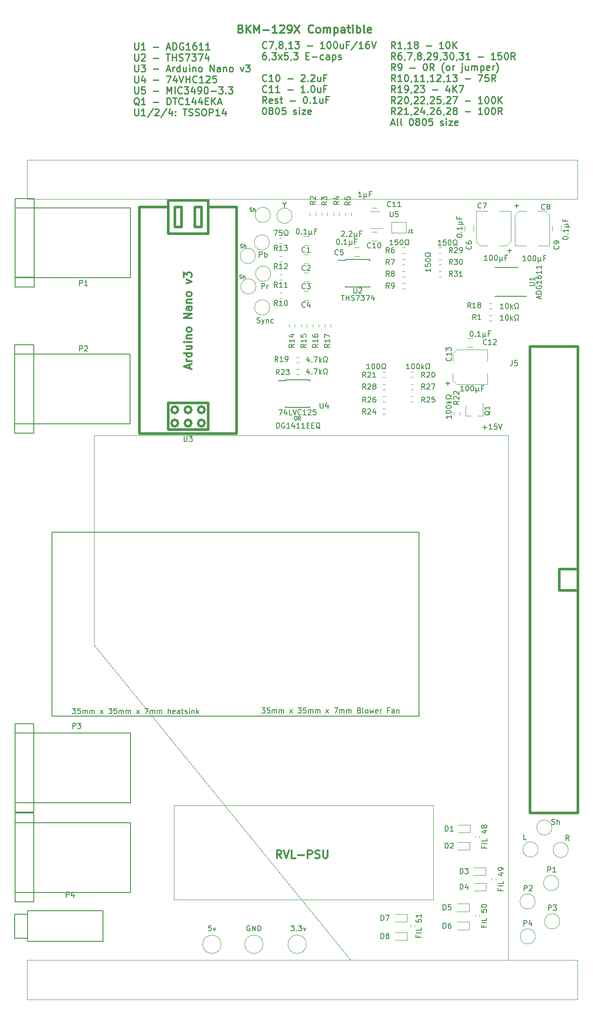
<source format=gbr>
%TF.GenerationSoftware,KiCad,Pcbnew,(6.0.6)*%
%TF.CreationDate,2023-01-12T23:41:01-06:00*%
%TF.ProjectId,bkm-129x-simple,626b6d2d-3132-4397-982d-73696d706c65,rev?*%
%TF.SameCoordinates,Original*%
%TF.FileFunction,Legend,Top*%
%TF.FilePolarity,Positive*%
%FSLAX46Y46*%
G04 Gerber Fmt 4.6, Leading zero omitted, Abs format (unit mm)*
G04 Created by KiCad (PCBNEW (6.0.6)) date 2023-01-12 23:41:02*
%MOMM*%
%LPD*%
G01*
G04 APERTURE LIST*
%ADD10C,0.150000*%
%ADD11C,0.300000*%
%ADD12C,0.100000*%
%ADD13C,0.250000*%
%ADD14C,0.200000*%
%ADD15C,0.120000*%
%ADD16C,0.500000*%
G04 APERTURE END LIST*
D10*
X110757142Y-130952380D02*
X111376190Y-130952380D01*
X111042857Y-131333333D01*
X111185714Y-131333333D01*
X111280952Y-131380952D01*
X111328571Y-131428571D01*
X111376190Y-131523809D01*
X111376190Y-131761904D01*
X111328571Y-131857142D01*
X111280952Y-131904761D01*
X111185714Y-131952380D01*
X110900000Y-131952380D01*
X110804761Y-131904761D01*
X110757142Y-131857142D01*
X112280952Y-130952380D02*
X111804761Y-130952380D01*
X111757142Y-131428571D01*
X111804761Y-131380952D01*
X111900000Y-131333333D01*
X112138095Y-131333333D01*
X112233333Y-131380952D01*
X112280952Y-131428571D01*
X112328571Y-131523809D01*
X112328571Y-131761904D01*
X112280952Y-131857142D01*
X112233333Y-131904761D01*
X112138095Y-131952380D01*
X111900000Y-131952380D01*
X111804761Y-131904761D01*
X111757142Y-131857142D01*
X112757142Y-131952380D02*
X112757142Y-131285714D01*
X112757142Y-131380952D02*
X112804761Y-131333333D01*
X112900000Y-131285714D01*
X113042857Y-131285714D01*
X113138095Y-131333333D01*
X113185714Y-131428571D01*
X113185714Y-131952380D01*
X113185714Y-131428571D02*
X113233333Y-131333333D01*
X113328571Y-131285714D01*
X113471428Y-131285714D01*
X113566666Y-131333333D01*
X113614285Y-131428571D01*
X113614285Y-131952380D01*
X114090476Y-131952380D02*
X114090476Y-131285714D01*
X114090476Y-131380952D02*
X114138095Y-131333333D01*
X114233333Y-131285714D01*
X114376190Y-131285714D01*
X114471428Y-131333333D01*
X114519047Y-131428571D01*
X114519047Y-131952380D01*
X114519047Y-131428571D02*
X114566666Y-131333333D01*
X114661904Y-131285714D01*
X114804761Y-131285714D01*
X114900000Y-131333333D01*
X114947619Y-131428571D01*
X114947619Y-131952380D01*
X116090476Y-131952380D02*
X116614285Y-131285714D01*
X116090476Y-131285714D02*
X116614285Y-131952380D01*
X117661904Y-130952380D02*
X118280952Y-130952380D01*
X117947619Y-131333333D01*
X118090476Y-131333333D01*
X118185714Y-131380952D01*
X118233333Y-131428571D01*
X118280952Y-131523809D01*
X118280952Y-131761904D01*
X118233333Y-131857142D01*
X118185714Y-131904761D01*
X118090476Y-131952380D01*
X117804761Y-131952380D01*
X117709523Y-131904761D01*
X117661904Y-131857142D01*
X119185714Y-130952380D02*
X118709523Y-130952380D01*
X118661904Y-131428571D01*
X118709523Y-131380952D01*
X118804761Y-131333333D01*
X119042857Y-131333333D01*
X119138095Y-131380952D01*
X119185714Y-131428571D01*
X119233333Y-131523809D01*
X119233333Y-131761904D01*
X119185714Y-131857142D01*
X119138095Y-131904761D01*
X119042857Y-131952380D01*
X118804761Y-131952380D01*
X118709523Y-131904761D01*
X118661904Y-131857142D01*
X119661904Y-131952380D02*
X119661904Y-131285714D01*
X119661904Y-131380952D02*
X119709523Y-131333333D01*
X119804761Y-131285714D01*
X119947619Y-131285714D01*
X120042857Y-131333333D01*
X120090476Y-131428571D01*
X120090476Y-131952380D01*
X120090476Y-131428571D02*
X120138095Y-131333333D01*
X120233333Y-131285714D01*
X120376190Y-131285714D01*
X120471428Y-131333333D01*
X120519047Y-131428571D01*
X120519047Y-131952380D01*
X120995238Y-131952380D02*
X120995238Y-131285714D01*
X120995238Y-131380952D02*
X121042857Y-131333333D01*
X121138095Y-131285714D01*
X121280952Y-131285714D01*
X121376190Y-131333333D01*
X121423809Y-131428571D01*
X121423809Y-131952380D01*
X121423809Y-131428571D02*
X121471428Y-131333333D01*
X121566666Y-131285714D01*
X121709523Y-131285714D01*
X121804761Y-131333333D01*
X121852380Y-131428571D01*
X121852380Y-131952380D01*
X122995238Y-131952380D02*
X123519047Y-131285714D01*
X122995238Y-131285714D02*
X123519047Y-131952380D01*
X124566666Y-130952380D02*
X125233333Y-130952380D01*
X124804761Y-131952380D01*
X125614285Y-131952380D02*
X125614285Y-131285714D01*
X125614285Y-131380952D02*
X125661904Y-131333333D01*
X125757142Y-131285714D01*
X125900000Y-131285714D01*
X125995238Y-131333333D01*
X126042857Y-131428571D01*
X126042857Y-131952380D01*
X126042857Y-131428571D02*
X126090476Y-131333333D01*
X126185714Y-131285714D01*
X126328571Y-131285714D01*
X126423809Y-131333333D01*
X126471428Y-131428571D01*
X126471428Y-131952380D01*
X126947619Y-131952380D02*
X126947619Y-131285714D01*
X126947619Y-131380952D02*
X126995238Y-131333333D01*
X127090476Y-131285714D01*
X127233333Y-131285714D01*
X127328571Y-131333333D01*
X127376190Y-131428571D01*
X127376190Y-131952380D01*
X127376190Y-131428571D02*
X127423809Y-131333333D01*
X127519047Y-131285714D01*
X127661904Y-131285714D01*
X127757142Y-131333333D01*
X127804761Y-131428571D01*
X127804761Y-131952380D01*
X129376190Y-131428571D02*
X129519047Y-131476190D01*
X129566666Y-131523809D01*
X129614285Y-131619047D01*
X129614285Y-131761904D01*
X129566666Y-131857142D01*
X129519047Y-131904761D01*
X129423809Y-131952380D01*
X129042857Y-131952380D01*
X129042857Y-130952380D01*
X129376190Y-130952380D01*
X129471428Y-131000000D01*
X129519047Y-131047619D01*
X129566666Y-131142857D01*
X129566666Y-131238095D01*
X129519047Y-131333333D01*
X129471428Y-131380952D01*
X129376190Y-131428571D01*
X129042857Y-131428571D01*
X130185714Y-131952380D02*
X130090476Y-131904761D01*
X130042857Y-131809523D01*
X130042857Y-130952380D01*
X130709523Y-131952380D02*
X130614285Y-131904761D01*
X130566666Y-131857142D01*
X130519047Y-131761904D01*
X130519047Y-131476190D01*
X130566666Y-131380952D01*
X130614285Y-131333333D01*
X130709523Y-131285714D01*
X130852380Y-131285714D01*
X130947619Y-131333333D01*
X130995238Y-131380952D01*
X131042857Y-131476190D01*
X131042857Y-131761904D01*
X130995238Y-131857142D01*
X130947619Y-131904761D01*
X130852380Y-131952380D01*
X130709523Y-131952380D01*
X131376190Y-131285714D02*
X131566666Y-131952380D01*
X131757142Y-131476190D01*
X131947619Y-131952380D01*
X132138095Y-131285714D01*
X132900000Y-131904761D02*
X132804761Y-131952380D01*
X132614285Y-131952380D01*
X132519047Y-131904761D01*
X132471428Y-131809523D01*
X132471428Y-131428571D01*
X132519047Y-131333333D01*
X132614285Y-131285714D01*
X132804761Y-131285714D01*
X132900000Y-131333333D01*
X132947619Y-131428571D01*
X132947619Y-131523809D01*
X132471428Y-131619047D01*
X133376190Y-131952380D02*
X133376190Y-131285714D01*
X133376190Y-131476190D02*
X133423809Y-131380952D01*
X133471428Y-131333333D01*
X133566666Y-131285714D01*
X133661904Y-131285714D01*
X135090476Y-131428571D02*
X134757142Y-131428571D01*
X134757142Y-131952380D02*
X134757142Y-130952380D01*
X135233333Y-130952380D01*
X136042857Y-131952380D02*
X136042857Y-131428571D01*
X135995238Y-131333333D01*
X135900000Y-131285714D01*
X135709523Y-131285714D01*
X135614285Y-131333333D01*
X136042857Y-131904761D02*
X135947619Y-131952380D01*
X135709523Y-131952380D01*
X135614285Y-131904761D01*
X135566666Y-131809523D01*
X135566666Y-131714285D01*
X135614285Y-131619047D01*
X135709523Y-131571428D01*
X135947619Y-131571428D01*
X136042857Y-131523809D01*
X136519047Y-131285714D02*
X136519047Y-131952380D01*
X136519047Y-131380952D02*
X136566666Y-131333333D01*
X136661904Y-131285714D01*
X136804761Y-131285714D01*
X136900000Y-131333333D01*
X136947619Y-131428571D01*
X136947619Y-131952380D01*
X74628571Y-131052380D02*
X75247619Y-131052380D01*
X74914285Y-131433333D01*
X75057142Y-131433333D01*
X75152380Y-131480952D01*
X75200000Y-131528571D01*
X75247619Y-131623809D01*
X75247619Y-131861904D01*
X75200000Y-131957142D01*
X75152380Y-132004761D01*
X75057142Y-132052380D01*
X74771428Y-132052380D01*
X74676190Y-132004761D01*
X74628571Y-131957142D01*
X76152380Y-131052380D02*
X75676190Y-131052380D01*
X75628571Y-131528571D01*
X75676190Y-131480952D01*
X75771428Y-131433333D01*
X76009523Y-131433333D01*
X76104761Y-131480952D01*
X76152380Y-131528571D01*
X76200000Y-131623809D01*
X76200000Y-131861904D01*
X76152380Y-131957142D01*
X76104761Y-132004761D01*
X76009523Y-132052380D01*
X75771428Y-132052380D01*
X75676190Y-132004761D01*
X75628571Y-131957142D01*
X76628571Y-132052380D02*
X76628571Y-131385714D01*
X76628571Y-131480952D02*
X76676190Y-131433333D01*
X76771428Y-131385714D01*
X76914285Y-131385714D01*
X77009523Y-131433333D01*
X77057142Y-131528571D01*
X77057142Y-132052380D01*
X77057142Y-131528571D02*
X77104761Y-131433333D01*
X77200000Y-131385714D01*
X77342857Y-131385714D01*
X77438095Y-131433333D01*
X77485714Y-131528571D01*
X77485714Y-132052380D01*
X77961904Y-132052380D02*
X77961904Y-131385714D01*
X77961904Y-131480952D02*
X78009523Y-131433333D01*
X78104761Y-131385714D01*
X78247619Y-131385714D01*
X78342857Y-131433333D01*
X78390476Y-131528571D01*
X78390476Y-132052380D01*
X78390476Y-131528571D02*
X78438095Y-131433333D01*
X78533333Y-131385714D01*
X78676190Y-131385714D01*
X78771428Y-131433333D01*
X78819047Y-131528571D01*
X78819047Y-132052380D01*
X79961904Y-132052380D02*
X80485714Y-131385714D01*
X79961904Y-131385714D02*
X80485714Y-132052380D01*
X81533333Y-131052380D02*
X82152380Y-131052380D01*
X81819047Y-131433333D01*
X81961904Y-131433333D01*
X82057142Y-131480952D01*
X82104761Y-131528571D01*
X82152380Y-131623809D01*
X82152380Y-131861904D01*
X82104761Y-131957142D01*
X82057142Y-132004761D01*
X81961904Y-132052380D01*
X81676190Y-132052380D01*
X81580952Y-132004761D01*
X81533333Y-131957142D01*
X83057142Y-131052380D02*
X82580952Y-131052380D01*
X82533333Y-131528571D01*
X82580952Y-131480952D01*
X82676190Y-131433333D01*
X82914285Y-131433333D01*
X83009523Y-131480952D01*
X83057142Y-131528571D01*
X83104761Y-131623809D01*
X83104761Y-131861904D01*
X83057142Y-131957142D01*
X83009523Y-132004761D01*
X82914285Y-132052380D01*
X82676190Y-132052380D01*
X82580952Y-132004761D01*
X82533333Y-131957142D01*
X83533333Y-132052380D02*
X83533333Y-131385714D01*
X83533333Y-131480952D02*
X83580952Y-131433333D01*
X83676190Y-131385714D01*
X83819047Y-131385714D01*
X83914285Y-131433333D01*
X83961904Y-131528571D01*
X83961904Y-132052380D01*
X83961904Y-131528571D02*
X84009523Y-131433333D01*
X84104761Y-131385714D01*
X84247619Y-131385714D01*
X84342857Y-131433333D01*
X84390476Y-131528571D01*
X84390476Y-132052380D01*
X84866666Y-132052380D02*
X84866666Y-131385714D01*
X84866666Y-131480952D02*
X84914285Y-131433333D01*
X85009523Y-131385714D01*
X85152380Y-131385714D01*
X85247619Y-131433333D01*
X85295238Y-131528571D01*
X85295238Y-132052380D01*
X85295238Y-131528571D02*
X85342857Y-131433333D01*
X85438095Y-131385714D01*
X85580952Y-131385714D01*
X85676190Y-131433333D01*
X85723809Y-131528571D01*
X85723809Y-132052380D01*
X86866666Y-132052380D02*
X87390476Y-131385714D01*
X86866666Y-131385714D02*
X87390476Y-132052380D01*
X88438095Y-131052380D02*
X89104761Y-131052380D01*
X88676190Y-132052380D01*
X89485714Y-132052380D02*
X89485714Y-131385714D01*
X89485714Y-131480952D02*
X89533333Y-131433333D01*
X89628571Y-131385714D01*
X89771428Y-131385714D01*
X89866666Y-131433333D01*
X89914285Y-131528571D01*
X89914285Y-132052380D01*
X89914285Y-131528571D02*
X89961904Y-131433333D01*
X90057142Y-131385714D01*
X90200000Y-131385714D01*
X90295238Y-131433333D01*
X90342857Y-131528571D01*
X90342857Y-132052380D01*
X90819047Y-132052380D02*
X90819047Y-131385714D01*
X90819047Y-131480952D02*
X90866666Y-131433333D01*
X90961904Y-131385714D01*
X91104761Y-131385714D01*
X91200000Y-131433333D01*
X91247619Y-131528571D01*
X91247619Y-132052380D01*
X91247619Y-131528571D02*
X91295238Y-131433333D01*
X91390476Y-131385714D01*
X91533333Y-131385714D01*
X91628571Y-131433333D01*
X91676190Y-131528571D01*
X91676190Y-132052380D01*
X92914285Y-132052380D02*
X92914285Y-131052380D01*
X93342857Y-132052380D02*
X93342857Y-131528571D01*
X93295238Y-131433333D01*
X93200000Y-131385714D01*
X93057142Y-131385714D01*
X92961904Y-131433333D01*
X92914285Y-131480952D01*
X94200000Y-132004761D02*
X94104761Y-132052380D01*
X93914285Y-132052380D01*
X93819047Y-132004761D01*
X93771428Y-131909523D01*
X93771428Y-131528571D01*
X93819047Y-131433333D01*
X93914285Y-131385714D01*
X94104761Y-131385714D01*
X94200000Y-131433333D01*
X94247619Y-131528571D01*
X94247619Y-131623809D01*
X93771428Y-131719047D01*
X95104761Y-132052380D02*
X95104761Y-131528571D01*
X95057142Y-131433333D01*
X94961904Y-131385714D01*
X94771428Y-131385714D01*
X94676190Y-131433333D01*
X95104761Y-132004761D02*
X95009523Y-132052380D01*
X94771428Y-132052380D01*
X94676190Y-132004761D01*
X94628571Y-131909523D01*
X94628571Y-131814285D01*
X94676190Y-131719047D01*
X94771428Y-131671428D01*
X95009523Y-131671428D01*
X95104761Y-131623809D01*
X95438095Y-131385714D02*
X95819047Y-131385714D01*
X95580952Y-131052380D02*
X95580952Y-131909523D01*
X95628571Y-132004761D01*
X95723809Y-132052380D01*
X95819047Y-132052380D01*
X96104761Y-132004761D02*
X96200000Y-132052380D01*
X96390476Y-132052380D01*
X96485714Y-132004761D01*
X96533333Y-131909523D01*
X96533333Y-131861904D01*
X96485714Y-131766666D01*
X96390476Y-131719047D01*
X96247619Y-131719047D01*
X96152380Y-131671428D01*
X96104761Y-131576190D01*
X96104761Y-131528571D01*
X96152380Y-131433333D01*
X96247619Y-131385714D01*
X96390476Y-131385714D01*
X96485714Y-131433333D01*
X96961904Y-132052380D02*
X96961904Y-131385714D01*
X96961904Y-131052380D02*
X96914285Y-131100000D01*
X96961904Y-131147619D01*
X97009523Y-131100000D01*
X96961904Y-131052380D01*
X96961904Y-131147619D01*
X97438095Y-131385714D02*
X97438095Y-132052380D01*
X97438095Y-131480952D02*
X97485714Y-131433333D01*
X97580952Y-131385714D01*
X97723809Y-131385714D01*
X97819047Y-131433333D01*
X97866666Y-131528571D01*
X97866666Y-132052380D01*
X98342857Y-132052380D02*
X98342857Y-131052380D01*
X98438095Y-131671428D02*
X98723809Y-132052380D01*
X98723809Y-131385714D02*
X98342857Y-131766666D01*
D11*
X114535714Y-159578571D02*
X114035714Y-158864285D01*
X113678571Y-159578571D02*
X113678571Y-158078571D01*
X114250000Y-158078571D01*
X114392857Y-158150000D01*
X114464285Y-158221428D01*
X114535714Y-158364285D01*
X114535714Y-158578571D01*
X114464285Y-158721428D01*
X114392857Y-158792857D01*
X114250000Y-158864285D01*
X113678571Y-158864285D01*
X114964285Y-158078571D02*
X115464285Y-159578571D01*
X115964285Y-158078571D01*
X117178571Y-159578571D02*
X116464285Y-159578571D01*
X116464285Y-158078571D01*
X117678571Y-159007142D02*
X118821428Y-159007142D01*
X119535714Y-159578571D02*
X119535714Y-158078571D01*
X120107142Y-158078571D01*
X120250000Y-158150000D01*
X120321428Y-158221428D01*
X120392857Y-158364285D01*
X120392857Y-158578571D01*
X120321428Y-158721428D01*
X120250000Y-158792857D01*
X120107142Y-158864285D01*
X119535714Y-158864285D01*
X120964285Y-159507142D02*
X121178571Y-159578571D01*
X121535714Y-159578571D01*
X121678571Y-159507142D01*
X121750000Y-159435714D01*
X121821428Y-159292857D01*
X121821428Y-159150000D01*
X121750000Y-159007142D01*
X121678571Y-158935714D01*
X121535714Y-158864285D01*
X121250000Y-158792857D01*
X121107142Y-158721428D01*
X121035714Y-158650000D01*
X120964285Y-158507142D01*
X120964285Y-158364285D01*
X121035714Y-158221428D01*
X121107142Y-158150000D01*
X121250000Y-158078571D01*
X121607142Y-158078571D01*
X121821428Y-158150000D01*
X122464285Y-158078571D02*
X122464285Y-159292857D01*
X122535714Y-159435714D01*
X122607142Y-159507142D01*
X122750000Y-159578571D01*
X123035714Y-159578571D01*
X123178571Y-159507142D01*
X123250000Y-159435714D01*
X123321428Y-159292857D01*
X123321428Y-158078571D01*
D12*
X78750000Y-79000000D02*
X157750000Y-79000000D01*
D10*
X63740000Y-50750000D02*
X67340000Y-50750000D01*
X67340000Y-50750000D02*
X67340000Y-33850000D01*
X67340000Y-33850000D02*
X63740000Y-33850000D01*
X63740000Y-33850000D02*
X63740000Y-50750000D01*
D12*
X66000000Y-186500000D02*
X171000000Y-186500000D01*
X171000000Y-186500000D02*
X171000000Y-179000000D01*
X171000000Y-179000000D02*
X66000000Y-179000000D01*
X66000000Y-179000000D02*
X66000000Y-186500000D01*
X157750000Y-179000000D02*
X127750000Y-179000000D01*
D10*
X70750000Y-97500000D02*
X140750000Y-97500000D01*
X140750000Y-97500000D02*
X140750000Y-132500000D01*
X140750000Y-132500000D02*
X70750000Y-132500000D01*
X70750000Y-132500000D02*
X70750000Y-97500000D01*
X63640000Y-78600000D02*
X67240000Y-78600000D01*
X67240000Y-78600000D02*
X67240000Y-61700000D01*
X67240000Y-61700000D02*
X63640000Y-61700000D01*
X63640000Y-61700000D02*
X63640000Y-78600000D01*
D12*
X78750000Y-119000000D02*
X127750000Y-179000000D01*
X143500000Y-167500000D02*
X94000000Y-167500000D01*
X94000000Y-167500000D02*
X94000000Y-149500000D01*
X94000000Y-149500000D02*
X143500000Y-149500000D01*
X143500000Y-149500000D02*
X143500000Y-167500000D01*
X157750000Y-179000000D02*
X157750000Y-79000000D01*
X78750000Y-119000000D02*
X78750000Y-79000000D01*
X66000000Y-26500000D02*
X171000000Y-26500000D01*
X171000000Y-26500000D02*
X171000000Y-34000000D01*
X171000000Y-34000000D02*
X66000000Y-34000000D01*
X66000000Y-34000000D02*
X66000000Y-26500000D01*
D13*
X136214880Y-5262595D02*
X135781547Y-4643547D01*
X135472023Y-5262595D02*
X135472023Y-3962595D01*
X135967261Y-3962595D01*
X136091071Y-4024500D01*
X136152976Y-4086404D01*
X136214880Y-4210214D01*
X136214880Y-4395928D01*
X136152976Y-4519738D01*
X136091071Y-4581642D01*
X135967261Y-4643547D01*
X135472023Y-4643547D01*
X137452976Y-5262595D02*
X136710119Y-5262595D01*
X137081547Y-5262595D02*
X137081547Y-3962595D01*
X136957738Y-4148309D01*
X136833928Y-4272119D01*
X136710119Y-4334023D01*
X138072023Y-5200690D02*
X138072023Y-5262595D01*
X138010119Y-5386404D01*
X137948214Y-5448309D01*
X139310119Y-5262595D02*
X138567261Y-5262595D01*
X138938690Y-5262595D02*
X138938690Y-3962595D01*
X138814880Y-4148309D01*
X138691071Y-4272119D01*
X138567261Y-4334023D01*
X140052976Y-4519738D02*
X139929166Y-4457833D01*
X139867261Y-4395928D01*
X139805357Y-4272119D01*
X139805357Y-4210214D01*
X139867261Y-4086404D01*
X139929166Y-4024500D01*
X140052976Y-3962595D01*
X140300595Y-3962595D01*
X140424404Y-4024500D01*
X140486309Y-4086404D01*
X140548214Y-4210214D01*
X140548214Y-4272119D01*
X140486309Y-4395928D01*
X140424404Y-4457833D01*
X140300595Y-4519738D01*
X140052976Y-4519738D01*
X139929166Y-4581642D01*
X139867261Y-4643547D01*
X139805357Y-4767357D01*
X139805357Y-5014976D01*
X139867261Y-5138785D01*
X139929166Y-5200690D01*
X140052976Y-5262595D01*
X140300595Y-5262595D01*
X140424404Y-5200690D01*
X140486309Y-5138785D01*
X140548214Y-5014976D01*
X140548214Y-4767357D01*
X140486309Y-4643547D01*
X140424404Y-4581642D01*
X140300595Y-4519738D01*
X142095833Y-4767357D02*
X143086309Y-4767357D01*
X145376785Y-5262595D02*
X144633928Y-5262595D01*
X145005357Y-5262595D02*
X145005357Y-3962595D01*
X144881547Y-4148309D01*
X144757738Y-4272119D01*
X144633928Y-4334023D01*
X146181547Y-3962595D02*
X146305357Y-3962595D01*
X146429166Y-4024500D01*
X146491071Y-4086404D01*
X146552976Y-4210214D01*
X146614880Y-4457833D01*
X146614880Y-4767357D01*
X146552976Y-5014976D01*
X146491071Y-5138785D01*
X146429166Y-5200690D01*
X146305357Y-5262595D01*
X146181547Y-5262595D01*
X146057738Y-5200690D01*
X145995833Y-5138785D01*
X145933928Y-5014976D01*
X145872023Y-4767357D01*
X145872023Y-4457833D01*
X145933928Y-4210214D01*
X145995833Y-4086404D01*
X146057738Y-4024500D01*
X146181547Y-3962595D01*
X147172023Y-5262595D02*
X147172023Y-3962595D01*
X147914880Y-5262595D02*
X147357738Y-4519738D01*
X147914880Y-3962595D02*
X147172023Y-4705452D01*
X136214880Y-7355595D02*
X135781547Y-6736547D01*
X135472023Y-7355595D02*
X135472023Y-6055595D01*
X135967261Y-6055595D01*
X136091071Y-6117500D01*
X136152976Y-6179404D01*
X136214880Y-6303214D01*
X136214880Y-6488928D01*
X136152976Y-6612738D01*
X136091071Y-6674642D01*
X135967261Y-6736547D01*
X135472023Y-6736547D01*
X137329166Y-6055595D02*
X137081547Y-6055595D01*
X136957738Y-6117500D01*
X136895833Y-6179404D01*
X136772023Y-6365119D01*
X136710119Y-6612738D01*
X136710119Y-7107976D01*
X136772023Y-7231785D01*
X136833928Y-7293690D01*
X136957738Y-7355595D01*
X137205357Y-7355595D01*
X137329166Y-7293690D01*
X137391071Y-7231785D01*
X137452976Y-7107976D01*
X137452976Y-6798452D01*
X137391071Y-6674642D01*
X137329166Y-6612738D01*
X137205357Y-6550833D01*
X136957738Y-6550833D01*
X136833928Y-6612738D01*
X136772023Y-6674642D01*
X136710119Y-6798452D01*
X138072023Y-7293690D02*
X138072023Y-7355595D01*
X138010119Y-7479404D01*
X137948214Y-7541309D01*
X138505357Y-6055595D02*
X139372023Y-6055595D01*
X138814880Y-7355595D01*
X139929166Y-7293690D02*
X139929166Y-7355595D01*
X139867261Y-7479404D01*
X139805357Y-7541309D01*
X140672023Y-6612738D02*
X140548214Y-6550833D01*
X140486309Y-6488928D01*
X140424404Y-6365119D01*
X140424404Y-6303214D01*
X140486309Y-6179404D01*
X140548214Y-6117500D01*
X140672023Y-6055595D01*
X140919642Y-6055595D01*
X141043452Y-6117500D01*
X141105357Y-6179404D01*
X141167261Y-6303214D01*
X141167261Y-6365119D01*
X141105357Y-6488928D01*
X141043452Y-6550833D01*
X140919642Y-6612738D01*
X140672023Y-6612738D01*
X140548214Y-6674642D01*
X140486309Y-6736547D01*
X140424404Y-6860357D01*
X140424404Y-7107976D01*
X140486309Y-7231785D01*
X140548214Y-7293690D01*
X140672023Y-7355595D01*
X140919642Y-7355595D01*
X141043452Y-7293690D01*
X141105357Y-7231785D01*
X141167261Y-7107976D01*
X141167261Y-6860357D01*
X141105357Y-6736547D01*
X141043452Y-6674642D01*
X140919642Y-6612738D01*
X141786309Y-7293690D02*
X141786309Y-7355595D01*
X141724404Y-7479404D01*
X141662500Y-7541309D01*
X142281547Y-6179404D02*
X142343452Y-6117500D01*
X142467261Y-6055595D01*
X142776785Y-6055595D01*
X142900595Y-6117500D01*
X142962500Y-6179404D01*
X143024404Y-6303214D01*
X143024404Y-6427023D01*
X142962500Y-6612738D01*
X142219642Y-7355595D01*
X143024404Y-7355595D01*
X143643452Y-7355595D02*
X143891071Y-7355595D01*
X144014880Y-7293690D01*
X144076785Y-7231785D01*
X144200595Y-7046071D01*
X144262500Y-6798452D01*
X144262500Y-6303214D01*
X144200595Y-6179404D01*
X144138690Y-6117500D01*
X144014880Y-6055595D01*
X143767261Y-6055595D01*
X143643452Y-6117500D01*
X143581547Y-6179404D01*
X143519642Y-6303214D01*
X143519642Y-6612738D01*
X143581547Y-6736547D01*
X143643452Y-6798452D01*
X143767261Y-6860357D01*
X144014880Y-6860357D01*
X144138690Y-6798452D01*
X144200595Y-6736547D01*
X144262500Y-6612738D01*
X144881547Y-7293690D02*
X144881547Y-7355595D01*
X144819642Y-7479404D01*
X144757738Y-7541309D01*
X145314880Y-6055595D02*
X146119642Y-6055595D01*
X145686309Y-6550833D01*
X145872023Y-6550833D01*
X145995833Y-6612738D01*
X146057738Y-6674642D01*
X146119642Y-6798452D01*
X146119642Y-7107976D01*
X146057738Y-7231785D01*
X145995833Y-7293690D01*
X145872023Y-7355595D01*
X145500595Y-7355595D01*
X145376785Y-7293690D01*
X145314880Y-7231785D01*
X146924404Y-6055595D02*
X147048214Y-6055595D01*
X147172023Y-6117500D01*
X147233928Y-6179404D01*
X147295833Y-6303214D01*
X147357738Y-6550833D01*
X147357738Y-6860357D01*
X147295833Y-7107976D01*
X147233928Y-7231785D01*
X147172023Y-7293690D01*
X147048214Y-7355595D01*
X146924404Y-7355595D01*
X146800595Y-7293690D01*
X146738690Y-7231785D01*
X146676785Y-7107976D01*
X146614880Y-6860357D01*
X146614880Y-6550833D01*
X146676785Y-6303214D01*
X146738690Y-6179404D01*
X146800595Y-6117500D01*
X146924404Y-6055595D01*
X147976785Y-7293690D02*
X147976785Y-7355595D01*
X147914880Y-7479404D01*
X147852976Y-7541309D01*
X148410119Y-6055595D02*
X149214880Y-6055595D01*
X148781547Y-6550833D01*
X148967261Y-6550833D01*
X149091071Y-6612738D01*
X149152976Y-6674642D01*
X149214880Y-6798452D01*
X149214880Y-7107976D01*
X149152976Y-7231785D01*
X149091071Y-7293690D01*
X148967261Y-7355595D01*
X148595833Y-7355595D01*
X148472023Y-7293690D01*
X148410119Y-7231785D01*
X150452976Y-7355595D02*
X149710119Y-7355595D01*
X150081547Y-7355595D02*
X150081547Y-6055595D01*
X149957738Y-6241309D01*
X149833928Y-6365119D01*
X149710119Y-6427023D01*
X152000595Y-6860357D02*
X152991071Y-6860357D01*
X155281547Y-7355595D02*
X154538690Y-7355595D01*
X154910119Y-7355595D02*
X154910119Y-6055595D01*
X154786309Y-6241309D01*
X154662500Y-6365119D01*
X154538690Y-6427023D01*
X156457738Y-6055595D02*
X155838690Y-6055595D01*
X155776785Y-6674642D01*
X155838690Y-6612738D01*
X155962500Y-6550833D01*
X156272023Y-6550833D01*
X156395833Y-6612738D01*
X156457738Y-6674642D01*
X156519642Y-6798452D01*
X156519642Y-7107976D01*
X156457738Y-7231785D01*
X156395833Y-7293690D01*
X156272023Y-7355595D01*
X155962500Y-7355595D01*
X155838690Y-7293690D01*
X155776785Y-7231785D01*
X157324404Y-6055595D02*
X157448214Y-6055595D01*
X157572023Y-6117500D01*
X157633928Y-6179404D01*
X157695833Y-6303214D01*
X157757738Y-6550833D01*
X157757738Y-6860357D01*
X157695833Y-7107976D01*
X157633928Y-7231785D01*
X157572023Y-7293690D01*
X157448214Y-7355595D01*
X157324404Y-7355595D01*
X157200595Y-7293690D01*
X157138690Y-7231785D01*
X157076785Y-7107976D01*
X157014880Y-6860357D01*
X157014880Y-6550833D01*
X157076785Y-6303214D01*
X157138690Y-6179404D01*
X157200595Y-6117500D01*
X157324404Y-6055595D01*
X159057738Y-7355595D02*
X158624404Y-6736547D01*
X158314880Y-7355595D02*
X158314880Y-6055595D01*
X158810119Y-6055595D01*
X158933928Y-6117500D01*
X158995833Y-6179404D01*
X159057738Y-6303214D01*
X159057738Y-6488928D01*
X158995833Y-6612738D01*
X158933928Y-6674642D01*
X158810119Y-6736547D01*
X158314880Y-6736547D01*
X136214880Y-9448595D02*
X135781547Y-8829547D01*
X135472023Y-9448595D02*
X135472023Y-8148595D01*
X135967261Y-8148595D01*
X136091071Y-8210500D01*
X136152976Y-8272404D01*
X136214880Y-8396214D01*
X136214880Y-8581928D01*
X136152976Y-8705738D01*
X136091071Y-8767642D01*
X135967261Y-8829547D01*
X135472023Y-8829547D01*
X136833928Y-9448595D02*
X137081547Y-9448595D01*
X137205357Y-9386690D01*
X137267261Y-9324785D01*
X137391071Y-9139071D01*
X137452976Y-8891452D01*
X137452976Y-8396214D01*
X137391071Y-8272404D01*
X137329166Y-8210500D01*
X137205357Y-8148595D01*
X136957738Y-8148595D01*
X136833928Y-8210500D01*
X136772023Y-8272404D01*
X136710119Y-8396214D01*
X136710119Y-8705738D01*
X136772023Y-8829547D01*
X136833928Y-8891452D01*
X136957738Y-8953357D01*
X137205357Y-8953357D01*
X137329166Y-8891452D01*
X137391071Y-8829547D01*
X137452976Y-8705738D01*
X139000595Y-8953357D02*
X139991071Y-8953357D01*
X141848214Y-8148595D02*
X141972023Y-8148595D01*
X142095833Y-8210500D01*
X142157738Y-8272404D01*
X142219642Y-8396214D01*
X142281547Y-8643833D01*
X142281547Y-8953357D01*
X142219642Y-9200976D01*
X142157738Y-9324785D01*
X142095833Y-9386690D01*
X141972023Y-9448595D01*
X141848214Y-9448595D01*
X141724404Y-9386690D01*
X141662500Y-9324785D01*
X141600595Y-9200976D01*
X141538690Y-8953357D01*
X141538690Y-8643833D01*
X141600595Y-8396214D01*
X141662500Y-8272404D01*
X141724404Y-8210500D01*
X141848214Y-8148595D01*
X143581547Y-9448595D02*
X143148214Y-8829547D01*
X142838690Y-9448595D02*
X142838690Y-8148595D01*
X143333928Y-8148595D01*
X143457738Y-8210500D01*
X143519642Y-8272404D01*
X143581547Y-8396214D01*
X143581547Y-8581928D01*
X143519642Y-8705738D01*
X143457738Y-8767642D01*
X143333928Y-8829547D01*
X142838690Y-8829547D01*
X145500595Y-9943833D02*
X145438690Y-9881928D01*
X145314880Y-9696214D01*
X145252976Y-9572404D01*
X145191071Y-9386690D01*
X145129166Y-9077166D01*
X145129166Y-8829547D01*
X145191071Y-8520023D01*
X145252976Y-8334309D01*
X145314880Y-8210500D01*
X145438690Y-8024785D01*
X145500595Y-7962880D01*
X146181547Y-9448595D02*
X146057738Y-9386690D01*
X145995833Y-9324785D01*
X145933928Y-9200976D01*
X145933928Y-8829547D01*
X145995833Y-8705738D01*
X146057738Y-8643833D01*
X146181547Y-8581928D01*
X146367261Y-8581928D01*
X146491071Y-8643833D01*
X146552976Y-8705738D01*
X146614880Y-8829547D01*
X146614880Y-9200976D01*
X146552976Y-9324785D01*
X146491071Y-9386690D01*
X146367261Y-9448595D01*
X146181547Y-9448595D01*
X147172023Y-9448595D02*
X147172023Y-8581928D01*
X147172023Y-8829547D02*
X147233928Y-8705738D01*
X147295833Y-8643833D01*
X147419642Y-8581928D01*
X147543452Y-8581928D01*
X148967261Y-8581928D02*
X148967261Y-9696214D01*
X148905357Y-9820023D01*
X148781547Y-9881928D01*
X148719642Y-9881928D01*
X148967261Y-8148595D02*
X148905357Y-8210500D01*
X148967261Y-8272404D01*
X149029166Y-8210500D01*
X148967261Y-8148595D01*
X148967261Y-8272404D01*
X150143452Y-8581928D02*
X150143452Y-9448595D01*
X149586309Y-8581928D02*
X149586309Y-9262880D01*
X149648214Y-9386690D01*
X149772023Y-9448595D01*
X149957738Y-9448595D01*
X150081547Y-9386690D01*
X150143452Y-9324785D01*
X150762500Y-9448595D02*
X150762500Y-8581928D01*
X150762500Y-8705738D02*
X150824404Y-8643833D01*
X150948214Y-8581928D01*
X151133928Y-8581928D01*
X151257738Y-8643833D01*
X151319642Y-8767642D01*
X151319642Y-9448595D01*
X151319642Y-8767642D02*
X151381547Y-8643833D01*
X151505357Y-8581928D01*
X151691071Y-8581928D01*
X151814880Y-8643833D01*
X151876785Y-8767642D01*
X151876785Y-9448595D01*
X152495833Y-8581928D02*
X152495833Y-9881928D01*
X152495833Y-8643833D02*
X152619642Y-8581928D01*
X152867261Y-8581928D01*
X152991071Y-8643833D01*
X153052976Y-8705738D01*
X153114880Y-8829547D01*
X153114880Y-9200976D01*
X153052976Y-9324785D01*
X152991071Y-9386690D01*
X152867261Y-9448595D01*
X152619642Y-9448595D01*
X152495833Y-9386690D01*
X154167261Y-9386690D02*
X154043452Y-9448595D01*
X153795833Y-9448595D01*
X153672023Y-9386690D01*
X153610119Y-9262880D01*
X153610119Y-8767642D01*
X153672023Y-8643833D01*
X153795833Y-8581928D01*
X154043452Y-8581928D01*
X154167261Y-8643833D01*
X154229166Y-8767642D01*
X154229166Y-8891452D01*
X153610119Y-9015261D01*
X154786309Y-9448595D02*
X154786309Y-8581928D01*
X154786309Y-8829547D02*
X154848214Y-8705738D01*
X154910119Y-8643833D01*
X155033928Y-8581928D01*
X155157738Y-8581928D01*
X155467261Y-9943833D02*
X155529166Y-9881928D01*
X155652976Y-9696214D01*
X155714880Y-9572404D01*
X155776785Y-9386690D01*
X155838690Y-9077166D01*
X155838690Y-8829547D01*
X155776785Y-8520023D01*
X155714880Y-8334309D01*
X155652976Y-8210500D01*
X155529166Y-8024785D01*
X155467261Y-7962880D01*
X136214880Y-11541595D02*
X135781547Y-10922547D01*
X135472023Y-11541595D02*
X135472023Y-10241595D01*
X135967261Y-10241595D01*
X136091071Y-10303500D01*
X136152976Y-10365404D01*
X136214880Y-10489214D01*
X136214880Y-10674928D01*
X136152976Y-10798738D01*
X136091071Y-10860642D01*
X135967261Y-10922547D01*
X135472023Y-10922547D01*
X137452976Y-11541595D02*
X136710119Y-11541595D01*
X137081547Y-11541595D02*
X137081547Y-10241595D01*
X136957738Y-10427309D01*
X136833928Y-10551119D01*
X136710119Y-10613023D01*
X138257738Y-10241595D02*
X138381547Y-10241595D01*
X138505357Y-10303500D01*
X138567261Y-10365404D01*
X138629166Y-10489214D01*
X138691071Y-10736833D01*
X138691071Y-11046357D01*
X138629166Y-11293976D01*
X138567261Y-11417785D01*
X138505357Y-11479690D01*
X138381547Y-11541595D01*
X138257738Y-11541595D01*
X138133928Y-11479690D01*
X138072023Y-11417785D01*
X138010119Y-11293976D01*
X137948214Y-11046357D01*
X137948214Y-10736833D01*
X138010119Y-10489214D01*
X138072023Y-10365404D01*
X138133928Y-10303500D01*
X138257738Y-10241595D01*
X139310119Y-11479690D02*
X139310119Y-11541595D01*
X139248214Y-11665404D01*
X139186309Y-11727309D01*
X140548214Y-11541595D02*
X139805357Y-11541595D01*
X140176785Y-11541595D02*
X140176785Y-10241595D01*
X140052976Y-10427309D01*
X139929166Y-10551119D01*
X139805357Y-10613023D01*
X141786309Y-11541595D02*
X141043452Y-11541595D01*
X141414880Y-11541595D02*
X141414880Y-10241595D01*
X141291071Y-10427309D01*
X141167261Y-10551119D01*
X141043452Y-10613023D01*
X142405357Y-11479690D02*
X142405357Y-11541595D01*
X142343452Y-11665404D01*
X142281547Y-11727309D01*
X143643452Y-11541595D02*
X142900595Y-11541595D01*
X143272023Y-11541595D02*
X143272023Y-10241595D01*
X143148214Y-10427309D01*
X143024404Y-10551119D01*
X142900595Y-10613023D01*
X144138690Y-10365404D02*
X144200595Y-10303500D01*
X144324404Y-10241595D01*
X144633928Y-10241595D01*
X144757738Y-10303500D01*
X144819642Y-10365404D01*
X144881547Y-10489214D01*
X144881547Y-10613023D01*
X144819642Y-10798738D01*
X144076785Y-11541595D01*
X144881547Y-11541595D01*
X145500595Y-11479690D02*
X145500595Y-11541595D01*
X145438690Y-11665404D01*
X145376785Y-11727309D01*
X146738690Y-11541595D02*
X145995833Y-11541595D01*
X146367261Y-11541595D02*
X146367261Y-10241595D01*
X146243452Y-10427309D01*
X146119642Y-10551119D01*
X145995833Y-10613023D01*
X147172023Y-10241595D02*
X147976785Y-10241595D01*
X147543452Y-10736833D01*
X147729166Y-10736833D01*
X147852976Y-10798738D01*
X147914880Y-10860642D01*
X147976785Y-10984452D01*
X147976785Y-11293976D01*
X147914880Y-11417785D01*
X147852976Y-11479690D01*
X147729166Y-11541595D01*
X147357738Y-11541595D01*
X147233928Y-11479690D01*
X147172023Y-11417785D01*
X149524404Y-11046357D02*
X150514880Y-11046357D01*
X152000595Y-10241595D02*
X152867261Y-10241595D01*
X152310119Y-11541595D01*
X153981547Y-10241595D02*
X153362500Y-10241595D01*
X153300595Y-10860642D01*
X153362500Y-10798738D01*
X153486309Y-10736833D01*
X153795833Y-10736833D01*
X153919642Y-10798738D01*
X153981547Y-10860642D01*
X154043452Y-10984452D01*
X154043452Y-11293976D01*
X153981547Y-11417785D01*
X153919642Y-11479690D01*
X153795833Y-11541595D01*
X153486309Y-11541595D01*
X153362500Y-11479690D01*
X153300595Y-11417785D01*
X155343452Y-11541595D02*
X154910119Y-10922547D01*
X154600595Y-11541595D02*
X154600595Y-10241595D01*
X155095833Y-10241595D01*
X155219642Y-10303500D01*
X155281547Y-10365404D01*
X155343452Y-10489214D01*
X155343452Y-10674928D01*
X155281547Y-10798738D01*
X155219642Y-10860642D01*
X155095833Y-10922547D01*
X154600595Y-10922547D01*
X136214880Y-13634595D02*
X135781547Y-13015547D01*
X135472023Y-13634595D02*
X135472023Y-12334595D01*
X135967261Y-12334595D01*
X136091071Y-12396500D01*
X136152976Y-12458404D01*
X136214880Y-12582214D01*
X136214880Y-12767928D01*
X136152976Y-12891738D01*
X136091071Y-12953642D01*
X135967261Y-13015547D01*
X135472023Y-13015547D01*
X137452976Y-13634595D02*
X136710119Y-13634595D01*
X137081547Y-13634595D02*
X137081547Y-12334595D01*
X136957738Y-12520309D01*
X136833928Y-12644119D01*
X136710119Y-12706023D01*
X138072023Y-13634595D02*
X138319642Y-13634595D01*
X138443452Y-13572690D01*
X138505357Y-13510785D01*
X138629166Y-13325071D01*
X138691071Y-13077452D01*
X138691071Y-12582214D01*
X138629166Y-12458404D01*
X138567261Y-12396500D01*
X138443452Y-12334595D01*
X138195833Y-12334595D01*
X138072023Y-12396500D01*
X138010119Y-12458404D01*
X137948214Y-12582214D01*
X137948214Y-12891738D01*
X138010119Y-13015547D01*
X138072023Y-13077452D01*
X138195833Y-13139357D01*
X138443452Y-13139357D01*
X138567261Y-13077452D01*
X138629166Y-13015547D01*
X138691071Y-12891738D01*
X139310119Y-13572690D02*
X139310119Y-13634595D01*
X139248214Y-13758404D01*
X139186309Y-13820309D01*
X139805357Y-12458404D02*
X139867261Y-12396500D01*
X139991071Y-12334595D01*
X140300595Y-12334595D01*
X140424404Y-12396500D01*
X140486309Y-12458404D01*
X140548214Y-12582214D01*
X140548214Y-12706023D01*
X140486309Y-12891738D01*
X139743452Y-13634595D01*
X140548214Y-13634595D01*
X140981547Y-12334595D02*
X141786309Y-12334595D01*
X141352976Y-12829833D01*
X141538690Y-12829833D01*
X141662500Y-12891738D01*
X141724404Y-12953642D01*
X141786309Y-13077452D01*
X141786309Y-13386976D01*
X141724404Y-13510785D01*
X141662500Y-13572690D01*
X141538690Y-13634595D01*
X141167261Y-13634595D01*
X141043452Y-13572690D01*
X140981547Y-13510785D01*
X143333928Y-13139357D02*
X144324404Y-13139357D01*
X146491071Y-12767928D02*
X146491071Y-13634595D01*
X146181547Y-12272690D02*
X145872023Y-13201261D01*
X146676785Y-13201261D01*
X147172023Y-13634595D02*
X147172023Y-12334595D01*
X147914880Y-13634595D02*
X147357738Y-12891738D01*
X147914880Y-12334595D02*
X147172023Y-13077452D01*
X148348214Y-12334595D02*
X149214880Y-12334595D01*
X148657738Y-13634595D01*
X136214880Y-15727595D02*
X135781547Y-15108547D01*
X135472023Y-15727595D02*
X135472023Y-14427595D01*
X135967261Y-14427595D01*
X136091071Y-14489500D01*
X136152976Y-14551404D01*
X136214880Y-14675214D01*
X136214880Y-14860928D01*
X136152976Y-14984738D01*
X136091071Y-15046642D01*
X135967261Y-15108547D01*
X135472023Y-15108547D01*
X136710119Y-14551404D02*
X136772023Y-14489500D01*
X136895833Y-14427595D01*
X137205357Y-14427595D01*
X137329166Y-14489500D01*
X137391071Y-14551404D01*
X137452976Y-14675214D01*
X137452976Y-14799023D01*
X137391071Y-14984738D01*
X136648214Y-15727595D01*
X137452976Y-15727595D01*
X138257738Y-14427595D02*
X138381547Y-14427595D01*
X138505357Y-14489500D01*
X138567261Y-14551404D01*
X138629166Y-14675214D01*
X138691071Y-14922833D01*
X138691071Y-15232357D01*
X138629166Y-15479976D01*
X138567261Y-15603785D01*
X138505357Y-15665690D01*
X138381547Y-15727595D01*
X138257738Y-15727595D01*
X138133928Y-15665690D01*
X138072023Y-15603785D01*
X138010119Y-15479976D01*
X137948214Y-15232357D01*
X137948214Y-14922833D01*
X138010119Y-14675214D01*
X138072023Y-14551404D01*
X138133928Y-14489500D01*
X138257738Y-14427595D01*
X139310119Y-15665690D02*
X139310119Y-15727595D01*
X139248214Y-15851404D01*
X139186309Y-15913309D01*
X139805357Y-14551404D02*
X139867261Y-14489500D01*
X139991071Y-14427595D01*
X140300595Y-14427595D01*
X140424404Y-14489500D01*
X140486309Y-14551404D01*
X140548214Y-14675214D01*
X140548214Y-14799023D01*
X140486309Y-14984738D01*
X139743452Y-15727595D01*
X140548214Y-15727595D01*
X141043452Y-14551404D02*
X141105357Y-14489500D01*
X141229166Y-14427595D01*
X141538690Y-14427595D01*
X141662500Y-14489500D01*
X141724404Y-14551404D01*
X141786309Y-14675214D01*
X141786309Y-14799023D01*
X141724404Y-14984738D01*
X140981547Y-15727595D01*
X141786309Y-15727595D01*
X142405357Y-15665690D02*
X142405357Y-15727595D01*
X142343452Y-15851404D01*
X142281547Y-15913309D01*
X142900595Y-14551404D02*
X142962500Y-14489500D01*
X143086309Y-14427595D01*
X143395833Y-14427595D01*
X143519642Y-14489500D01*
X143581547Y-14551404D01*
X143643452Y-14675214D01*
X143643452Y-14799023D01*
X143581547Y-14984738D01*
X142838690Y-15727595D01*
X143643452Y-15727595D01*
X144819642Y-14427595D02*
X144200595Y-14427595D01*
X144138690Y-15046642D01*
X144200595Y-14984738D01*
X144324404Y-14922833D01*
X144633928Y-14922833D01*
X144757738Y-14984738D01*
X144819642Y-15046642D01*
X144881547Y-15170452D01*
X144881547Y-15479976D01*
X144819642Y-15603785D01*
X144757738Y-15665690D01*
X144633928Y-15727595D01*
X144324404Y-15727595D01*
X144200595Y-15665690D01*
X144138690Y-15603785D01*
X145500595Y-15665690D02*
X145500595Y-15727595D01*
X145438690Y-15851404D01*
X145376785Y-15913309D01*
X145995833Y-14551404D02*
X146057738Y-14489500D01*
X146181547Y-14427595D01*
X146491071Y-14427595D01*
X146614880Y-14489500D01*
X146676785Y-14551404D01*
X146738690Y-14675214D01*
X146738690Y-14799023D01*
X146676785Y-14984738D01*
X145933928Y-15727595D01*
X146738690Y-15727595D01*
X147172023Y-14427595D02*
X148038690Y-14427595D01*
X147481547Y-15727595D01*
X149524404Y-15232357D02*
X150514880Y-15232357D01*
X152805357Y-15727595D02*
X152062500Y-15727595D01*
X152433928Y-15727595D02*
X152433928Y-14427595D01*
X152310119Y-14613309D01*
X152186309Y-14737119D01*
X152062500Y-14799023D01*
X153610119Y-14427595D02*
X153733928Y-14427595D01*
X153857738Y-14489500D01*
X153919642Y-14551404D01*
X153981547Y-14675214D01*
X154043452Y-14922833D01*
X154043452Y-15232357D01*
X153981547Y-15479976D01*
X153919642Y-15603785D01*
X153857738Y-15665690D01*
X153733928Y-15727595D01*
X153610119Y-15727595D01*
X153486309Y-15665690D01*
X153424404Y-15603785D01*
X153362500Y-15479976D01*
X153300595Y-15232357D01*
X153300595Y-14922833D01*
X153362500Y-14675214D01*
X153424404Y-14551404D01*
X153486309Y-14489500D01*
X153610119Y-14427595D01*
X154848214Y-14427595D02*
X154972023Y-14427595D01*
X155095833Y-14489500D01*
X155157738Y-14551404D01*
X155219642Y-14675214D01*
X155281547Y-14922833D01*
X155281547Y-15232357D01*
X155219642Y-15479976D01*
X155157738Y-15603785D01*
X155095833Y-15665690D01*
X154972023Y-15727595D01*
X154848214Y-15727595D01*
X154724404Y-15665690D01*
X154662500Y-15603785D01*
X154600595Y-15479976D01*
X154538690Y-15232357D01*
X154538690Y-14922833D01*
X154600595Y-14675214D01*
X154662500Y-14551404D01*
X154724404Y-14489500D01*
X154848214Y-14427595D01*
X155838690Y-15727595D02*
X155838690Y-14427595D01*
X156581547Y-15727595D02*
X156024404Y-14984738D01*
X156581547Y-14427595D02*
X155838690Y-15170452D01*
X136214880Y-17820595D02*
X135781547Y-17201547D01*
X135472023Y-17820595D02*
X135472023Y-16520595D01*
X135967261Y-16520595D01*
X136091071Y-16582500D01*
X136152976Y-16644404D01*
X136214880Y-16768214D01*
X136214880Y-16953928D01*
X136152976Y-17077738D01*
X136091071Y-17139642D01*
X135967261Y-17201547D01*
X135472023Y-17201547D01*
X136710119Y-16644404D02*
X136772023Y-16582500D01*
X136895833Y-16520595D01*
X137205357Y-16520595D01*
X137329166Y-16582500D01*
X137391071Y-16644404D01*
X137452976Y-16768214D01*
X137452976Y-16892023D01*
X137391071Y-17077738D01*
X136648214Y-17820595D01*
X137452976Y-17820595D01*
X138691071Y-17820595D02*
X137948214Y-17820595D01*
X138319642Y-17820595D02*
X138319642Y-16520595D01*
X138195833Y-16706309D01*
X138072023Y-16830119D01*
X137948214Y-16892023D01*
X139310119Y-17758690D02*
X139310119Y-17820595D01*
X139248214Y-17944404D01*
X139186309Y-18006309D01*
X139805357Y-16644404D02*
X139867261Y-16582500D01*
X139991071Y-16520595D01*
X140300595Y-16520595D01*
X140424404Y-16582500D01*
X140486309Y-16644404D01*
X140548214Y-16768214D01*
X140548214Y-16892023D01*
X140486309Y-17077738D01*
X139743452Y-17820595D01*
X140548214Y-17820595D01*
X141662500Y-16953928D02*
X141662500Y-17820595D01*
X141352976Y-16458690D02*
X141043452Y-17387261D01*
X141848214Y-17387261D01*
X142405357Y-17758690D02*
X142405357Y-17820595D01*
X142343452Y-17944404D01*
X142281547Y-18006309D01*
X142900595Y-16644404D02*
X142962500Y-16582500D01*
X143086309Y-16520595D01*
X143395833Y-16520595D01*
X143519642Y-16582500D01*
X143581547Y-16644404D01*
X143643452Y-16768214D01*
X143643452Y-16892023D01*
X143581547Y-17077738D01*
X142838690Y-17820595D01*
X143643452Y-17820595D01*
X144757738Y-16520595D02*
X144510119Y-16520595D01*
X144386309Y-16582500D01*
X144324404Y-16644404D01*
X144200595Y-16830119D01*
X144138690Y-17077738D01*
X144138690Y-17572976D01*
X144200595Y-17696785D01*
X144262500Y-17758690D01*
X144386309Y-17820595D01*
X144633928Y-17820595D01*
X144757738Y-17758690D01*
X144819642Y-17696785D01*
X144881547Y-17572976D01*
X144881547Y-17263452D01*
X144819642Y-17139642D01*
X144757738Y-17077738D01*
X144633928Y-17015833D01*
X144386309Y-17015833D01*
X144262500Y-17077738D01*
X144200595Y-17139642D01*
X144138690Y-17263452D01*
X145500595Y-17758690D02*
X145500595Y-17820595D01*
X145438690Y-17944404D01*
X145376785Y-18006309D01*
X145995833Y-16644404D02*
X146057738Y-16582500D01*
X146181547Y-16520595D01*
X146491071Y-16520595D01*
X146614880Y-16582500D01*
X146676785Y-16644404D01*
X146738690Y-16768214D01*
X146738690Y-16892023D01*
X146676785Y-17077738D01*
X145933928Y-17820595D01*
X146738690Y-17820595D01*
X147481547Y-17077738D02*
X147357738Y-17015833D01*
X147295833Y-16953928D01*
X147233928Y-16830119D01*
X147233928Y-16768214D01*
X147295833Y-16644404D01*
X147357738Y-16582500D01*
X147481547Y-16520595D01*
X147729166Y-16520595D01*
X147852976Y-16582500D01*
X147914880Y-16644404D01*
X147976785Y-16768214D01*
X147976785Y-16830119D01*
X147914880Y-16953928D01*
X147852976Y-17015833D01*
X147729166Y-17077738D01*
X147481547Y-17077738D01*
X147357738Y-17139642D01*
X147295833Y-17201547D01*
X147233928Y-17325357D01*
X147233928Y-17572976D01*
X147295833Y-17696785D01*
X147357738Y-17758690D01*
X147481547Y-17820595D01*
X147729166Y-17820595D01*
X147852976Y-17758690D01*
X147914880Y-17696785D01*
X147976785Y-17572976D01*
X147976785Y-17325357D01*
X147914880Y-17201547D01*
X147852976Y-17139642D01*
X147729166Y-17077738D01*
X149524404Y-17325357D02*
X150514880Y-17325357D01*
X152805357Y-17820595D02*
X152062500Y-17820595D01*
X152433928Y-17820595D02*
X152433928Y-16520595D01*
X152310119Y-16706309D01*
X152186309Y-16830119D01*
X152062500Y-16892023D01*
X153610119Y-16520595D02*
X153733928Y-16520595D01*
X153857738Y-16582500D01*
X153919642Y-16644404D01*
X153981547Y-16768214D01*
X154043452Y-17015833D01*
X154043452Y-17325357D01*
X153981547Y-17572976D01*
X153919642Y-17696785D01*
X153857738Y-17758690D01*
X153733928Y-17820595D01*
X153610119Y-17820595D01*
X153486309Y-17758690D01*
X153424404Y-17696785D01*
X153362500Y-17572976D01*
X153300595Y-17325357D01*
X153300595Y-17015833D01*
X153362500Y-16768214D01*
X153424404Y-16644404D01*
X153486309Y-16582500D01*
X153610119Y-16520595D01*
X154848214Y-16520595D02*
X154972023Y-16520595D01*
X155095833Y-16582500D01*
X155157738Y-16644404D01*
X155219642Y-16768214D01*
X155281547Y-17015833D01*
X155281547Y-17325357D01*
X155219642Y-17572976D01*
X155157738Y-17696785D01*
X155095833Y-17758690D01*
X154972023Y-17820595D01*
X154848214Y-17820595D01*
X154724404Y-17758690D01*
X154662500Y-17696785D01*
X154600595Y-17572976D01*
X154538690Y-17325357D01*
X154538690Y-17015833D01*
X154600595Y-16768214D01*
X154662500Y-16644404D01*
X154724404Y-16582500D01*
X154848214Y-16520595D01*
X156581547Y-17820595D02*
X156148214Y-17201547D01*
X155838690Y-17820595D02*
X155838690Y-16520595D01*
X156333928Y-16520595D01*
X156457738Y-16582500D01*
X156519642Y-16644404D01*
X156581547Y-16768214D01*
X156581547Y-16953928D01*
X156519642Y-17077738D01*
X156457738Y-17139642D01*
X156333928Y-17201547D01*
X155838690Y-17201547D01*
X135410119Y-19542166D02*
X136029166Y-19542166D01*
X135286309Y-19913595D02*
X135719642Y-18613595D01*
X136152976Y-19913595D01*
X136772023Y-19913595D02*
X136648214Y-19851690D01*
X136586309Y-19727880D01*
X136586309Y-18613595D01*
X137452976Y-19913595D02*
X137329166Y-19851690D01*
X137267261Y-19727880D01*
X137267261Y-18613595D01*
X139186309Y-18613595D02*
X139310119Y-18613595D01*
X139433928Y-18675500D01*
X139495833Y-18737404D01*
X139557738Y-18861214D01*
X139619642Y-19108833D01*
X139619642Y-19418357D01*
X139557738Y-19665976D01*
X139495833Y-19789785D01*
X139433928Y-19851690D01*
X139310119Y-19913595D01*
X139186309Y-19913595D01*
X139062500Y-19851690D01*
X139000595Y-19789785D01*
X138938690Y-19665976D01*
X138876785Y-19418357D01*
X138876785Y-19108833D01*
X138938690Y-18861214D01*
X139000595Y-18737404D01*
X139062500Y-18675500D01*
X139186309Y-18613595D01*
X140362500Y-19170738D02*
X140238690Y-19108833D01*
X140176785Y-19046928D01*
X140114880Y-18923119D01*
X140114880Y-18861214D01*
X140176785Y-18737404D01*
X140238690Y-18675500D01*
X140362500Y-18613595D01*
X140610119Y-18613595D01*
X140733928Y-18675500D01*
X140795833Y-18737404D01*
X140857738Y-18861214D01*
X140857738Y-18923119D01*
X140795833Y-19046928D01*
X140733928Y-19108833D01*
X140610119Y-19170738D01*
X140362500Y-19170738D01*
X140238690Y-19232642D01*
X140176785Y-19294547D01*
X140114880Y-19418357D01*
X140114880Y-19665976D01*
X140176785Y-19789785D01*
X140238690Y-19851690D01*
X140362500Y-19913595D01*
X140610119Y-19913595D01*
X140733928Y-19851690D01*
X140795833Y-19789785D01*
X140857738Y-19665976D01*
X140857738Y-19418357D01*
X140795833Y-19294547D01*
X140733928Y-19232642D01*
X140610119Y-19170738D01*
X141662500Y-18613595D02*
X141786309Y-18613595D01*
X141910119Y-18675500D01*
X141972023Y-18737404D01*
X142033928Y-18861214D01*
X142095833Y-19108833D01*
X142095833Y-19418357D01*
X142033928Y-19665976D01*
X141972023Y-19789785D01*
X141910119Y-19851690D01*
X141786309Y-19913595D01*
X141662500Y-19913595D01*
X141538690Y-19851690D01*
X141476785Y-19789785D01*
X141414880Y-19665976D01*
X141352976Y-19418357D01*
X141352976Y-19108833D01*
X141414880Y-18861214D01*
X141476785Y-18737404D01*
X141538690Y-18675500D01*
X141662500Y-18613595D01*
X143272023Y-18613595D02*
X142652976Y-18613595D01*
X142591071Y-19232642D01*
X142652976Y-19170738D01*
X142776785Y-19108833D01*
X143086309Y-19108833D01*
X143210119Y-19170738D01*
X143272023Y-19232642D01*
X143333928Y-19356452D01*
X143333928Y-19665976D01*
X143272023Y-19789785D01*
X143210119Y-19851690D01*
X143086309Y-19913595D01*
X142776785Y-19913595D01*
X142652976Y-19851690D01*
X142591071Y-19789785D01*
X144819642Y-19851690D02*
X144943452Y-19913595D01*
X145191071Y-19913595D01*
X145314880Y-19851690D01*
X145376785Y-19727880D01*
X145376785Y-19665976D01*
X145314880Y-19542166D01*
X145191071Y-19480261D01*
X145005357Y-19480261D01*
X144881547Y-19418357D01*
X144819642Y-19294547D01*
X144819642Y-19232642D01*
X144881547Y-19108833D01*
X145005357Y-19046928D01*
X145191071Y-19046928D01*
X145314880Y-19108833D01*
X145933928Y-19913595D02*
X145933928Y-19046928D01*
X145933928Y-18613595D02*
X145872023Y-18675500D01*
X145933928Y-18737404D01*
X145995833Y-18675500D01*
X145933928Y-18613595D01*
X145933928Y-18737404D01*
X146429166Y-19046928D02*
X147110119Y-19046928D01*
X146429166Y-19913595D01*
X147110119Y-19913595D01*
X148100595Y-19851690D02*
X147976785Y-19913595D01*
X147729166Y-19913595D01*
X147605357Y-19851690D01*
X147543452Y-19727880D01*
X147543452Y-19232642D01*
X147605357Y-19108833D01*
X147729166Y-19046928D01*
X147976785Y-19046928D01*
X148100595Y-19108833D01*
X148162500Y-19232642D01*
X148162500Y-19356452D01*
X147543452Y-19480261D01*
D10*
X110305714Y-45022380D02*
X110305714Y-44022380D01*
X110686666Y-44022380D01*
X110781904Y-44070000D01*
X110829523Y-44117619D01*
X110877142Y-44212857D01*
X110877142Y-44355714D01*
X110829523Y-44450952D01*
X110781904Y-44498571D01*
X110686666Y-44546190D01*
X110305714Y-44546190D01*
X111305714Y-45022380D02*
X111305714Y-44022380D01*
X111305714Y-44403333D02*
X111400952Y-44355714D01*
X111591428Y-44355714D01*
X111686666Y-44403333D01*
X111734285Y-44450952D01*
X111781904Y-44546190D01*
X111781904Y-44831904D01*
X111734285Y-44927142D01*
X111686666Y-44974761D01*
X111591428Y-45022380D01*
X111400952Y-45022380D01*
X111305714Y-44974761D01*
X150745714Y-59152380D02*
X150840952Y-59152380D01*
X150936190Y-59200000D01*
X150983809Y-59247619D01*
X151031428Y-59342857D01*
X151079047Y-59533333D01*
X151079047Y-59771428D01*
X151031428Y-59961904D01*
X150983809Y-60057142D01*
X150936190Y-60104761D01*
X150840952Y-60152380D01*
X150745714Y-60152380D01*
X150650476Y-60104761D01*
X150602857Y-60057142D01*
X150555238Y-59961904D01*
X150507619Y-59771428D01*
X150507619Y-59533333D01*
X150555238Y-59342857D01*
X150602857Y-59247619D01*
X150650476Y-59200000D01*
X150745714Y-59152380D01*
X151507619Y-60057142D02*
X151555238Y-60104761D01*
X151507619Y-60152380D01*
X151460000Y-60104761D01*
X151507619Y-60057142D01*
X151507619Y-60152380D01*
X152507619Y-60152380D02*
X151936190Y-60152380D01*
X152221904Y-60152380D02*
X152221904Y-59152380D01*
X152126666Y-59295238D01*
X152031428Y-59390476D01*
X151936190Y-59438095D01*
X152936190Y-59485714D02*
X152936190Y-60485714D01*
X153412380Y-60009523D02*
X153460000Y-60104761D01*
X153555238Y-60152380D01*
X152936190Y-60009523D02*
X152983809Y-60104761D01*
X153079047Y-60152380D01*
X153269523Y-60152380D01*
X153364761Y-60104761D01*
X153412380Y-60009523D01*
X153412380Y-59485714D01*
X154317142Y-59628571D02*
X153983809Y-59628571D01*
X153983809Y-60152380D02*
X153983809Y-59152380D01*
X154460000Y-59152380D01*
X135781904Y-42727380D02*
X135210476Y-42727380D01*
X135496190Y-42727380D02*
X135496190Y-41727380D01*
X135400952Y-41870238D01*
X135305714Y-41965476D01*
X135210476Y-42013095D01*
X136686666Y-41727380D02*
X136210476Y-41727380D01*
X136162857Y-42203571D01*
X136210476Y-42155952D01*
X136305714Y-42108333D01*
X136543809Y-42108333D01*
X136639047Y-42155952D01*
X136686666Y-42203571D01*
X136734285Y-42298809D01*
X136734285Y-42536904D01*
X136686666Y-42632142D01*
X136639047Y-42679761D01*
X136543809Y-42727380D01*
X136305714Y-42727380D01*
X136210476Y-42679761D01*
X136162857Y-42632142D01*
X137353333Y-41727380D02*
X137448571Y-41727380D01*
X137543809Y-41775000D01*
X137591428Y-41822619D01*
X137639047Y-41917857D01*
X137686666Y-42108333D01*
X137686666Y-42346428D01*
X137639047Y-42536904D01*
X137591428Y-42632142D01*
X137543809Y-42679761D01*
X137448571Y-42727380D01*
X137353333Y-42727380D01*
X137258095Y-42679761D01*
X137210476Y-42632142D01*
X137162857Y-42536904D01*
X137115238Y-42346428D01*
X137115238Y-42108333D01*
X137162857Y-41917857D01*
X137210476Y-41822619D01*
X137258095Y-41775000D01*
X137353333Y-41727380D01*
X138067619Y-42727380D02*
X138305714Y-42727380D01*
X138305714Y-42536904D01*
X138210476Y-42489285D01*
X138115238Y-42394047D01*
X138067619Y-42251190D01*
X138067619Y-42013095D01*
X138115238Y-41870238D01*
X138210476Y-41775000D01*
X138353333Y-41727380D01*
X138543809Y-41727380D01*
X138686666Y-41775000D01*
X138781904Y-41870238D01*
X138829523Y-42013095D01*
X138829523Y-42251190D01*
X138781904Y-42394047D01*
X138686666Y-42489285D01*
X138591428Y-42536904D01*
X138591428Y-42727380D01*
X138829523Y-42727380D01*
X168172380Y-41454285D02*
X168172380Y-41359047D01*
X168220000Y-41263809D01*
X168267619Y-41216190D01*
X168362857Y-41168571D01*
X168553333Y-41120952D01*
X168791428Y-41120952D01*
X168981904Y-41168571D01*
X169077142Y-41216190D01*
X169124761Y-41263809D01*
X169172380Y-41359047D01*
X169172380Y-41454285D01*
X169124761Y-41549523D01*
X169077142Y-41597142D01*
X168981904Y-41644761D01*
X168791428Y-41692380D01*
X168553333Y-41692380D01*
X168362857Y-41644761D01*
X168267619Y-41597142D01*
X168220000Y-41549523D01*
X168172380Y-41454285D01*
X169077142Y-40692380D02*
X169124761Y-40644761D01*
X169172380Y-40692380D01*
X169124761Y-40740000D01*
X169077142Y-40692380D01*
X169172380Y-40692380D01*
X169172380Y-39692380D02*
X169172380Y-40263809D01*
X169172380Y-39978095D02*
X168172380Y-39978095D01*
X168315238Y-40073333D01*
X168410476Y-40168571D01*
X168458095Y-40263809D01*
X168505714Y-39263809D02*
X169505714Y-39263809D01*
X169029523Y-38787619D02*
X169124761Y-38740000D01*
X169172380Y-38644761D01*
X169029523Y-39263809D02*
X169124761Y-39216190D01*
X169172380Y-39120952D01*
X169172380Y-38930476D01*
X169124761Y-38835238D01*
X169029523Y-38787619D01*
X168505714Y-38787619D01*
X168648571Y-37882857D02*
X168648571Y-38216190D01*
X169172380Y-38216190D02*
X168172380Y-38216190D01*
X168172380Y-37740000D01*
X119800000Y-64385714D02*
X119800000Y-65052380D01*
X119561904Y-64004761D02*
X119323809Y-64719047D01*
X119942857Y-64719047D01*
X120323809Y-64957142D02*
X120371428Y-65004761D01*
X120323809Y-65052380D01*
X120276190Y-65004761D01*
X120323809Y-64957142D01*
X120323809Y-65052380D01*
X120704761Y-64052380D02*
X121371428Y-64052380D01*
X120942857Y-65052380D01*
X121752380Y-65052380D02*
X121752380Y-64052380D01*
X121847619Y-64671428D02*
X122133333Y-65052380D01*
X122133333Y-64385714D02*
X121752380Y-64766666D01*
X122514285Y-65052380D02*
X122752380Y-65052380D01*
X122752380Y-64861904D01*
X122657142Y-64814285D01*
X122561904Y-64719047D01*
X122514285Y-64576190D01*
X122514285Y-64338095D01*
X122561904Y-64195238D01*
X122657142Y-64100000D01*
X122800000Y-64052380D01*
X122990476Y-64052380D01*
X123133333Y-64100000D01*
X123228571Y-64195238D01*
X123276190Y-64338095D01*
X123276190Y-64576190D01*
X123228571Y-64719047D01*
X123133333Y-64814285D01*
X123038095Y-64861904D01*
X123038095Y-65052380D01*
X123276190Y-65052380D01*
X166071904Y-153094761D02*
X166214761Y-153142380D01*
X166452857Y-153142380D01*
X166548095Y-153094761D01*
X166595714Y-153047142D01*
X166643333Y-152951904D01*
X166643333Y-152856666D01*
X166595714Y-152761428D01*
X166548095Y-152713809D01*
X166452857Y-152666190D01*
X166262380Y-152618571D01*
X166167142Y-152570952D01*
X166119523Y-152523333D01*
X166071904Y-152428095D01*
X166071904Y-152332857D01*
X166119523Y-152237619D01*
X166167142Y-152190000D01*
X166262380Y-152142380D01*
X166500476Y-152142380D01*
X166643333Y-152190000D01*
X167071904Y-153142380D02*
X167071904Y-152142380D01*
X167500476Y-153142380D02*
X167500476Y-152618571D01*
X167452857Y-152523333D01*
X167357619Y-152475714D01*
X167214761Y-152475714D01*
X167119523Y-152523333D01*
X167071904Y-152570952D01*
X108493333Y-36303333D02*
X108593333Y-36336666D01*
X108760000Y-36336666D01*
X108826666Y-36303333D01*
X108860000Y-36270000D01*
X108893333Y-36203333D01*
X108893333Y-36136666D01*
X108860000Y-36070000D01*
X108826666Y-36036666D01*
X108760000Y-36003333D01*
X108626666Y-35970000D01*
X108560000Y-35936666D01*
X108526666Y-35903333D01*
X108493333Y-35836666D01*
X108493333Y-35770000D01*
X108526666Y-35703333D01*
X108560000Y-35670000D01*
X108626666Y-35636666D01*
X108793333Y-35636666D01*
X108893333Y-35670000D01*
X109193333Y-36336666D02*
X109193333Y-35636666D01*
X109493333Y-36336666D02*
X109493333Y-35970000D01*
X109460000Y-35903333D01*
X109393333Y-35870000D01*
X109293333Y-35870000D01*
X109226666Y-35903333D01*
X109193333Y-35936666D01*
D11*
X106791642Y-1542357D02*
X107005928Y-1613785D01*
X107077357Y-1685214D01*
X107148785Y-1828071D01*
X107148785Y-2042357D01*
X107077357Y-2185214D01*
X107005928Y-2256642D01*
X106863071Y-2328071D01*
X106291642Y-2328071D01*
X106291642Y-828071D01*
X106791642Y-828071D01*
X106934500Y-899500D01*
X107005928Y-970928D01*
X107077357Y-1113785D01*
X107077357Y-1256642D01*
X107005928Y-1399500D01*
X106934500Y-1470928D01*
X106791642Y-1542357D01*
X106291642Y-1542357D01*
X107791642Y-2328071D02*
X107791642Y-828071D01*
X108648785Y-2328071D02*
X108005928Y-1470928D01*
X108648785Y-828071D02*
X107791642Y-1685214D01*
X109291642Y-2328071D02*
X109291642Y-828071D01*
X109791642Y-1899500D01*
X110291642Y-828071D01*
X110291642Y-2328071D01*
X111005928Y-1756642D02*
X112148785Y-1756642D01*
X113648785Y-2328071D02*
X112791642Y-2328071D01*
X113220214Y-2328071D02*
X113220214Y-828071D01*
X113077357Y-1042357D01*
X112934500Y-1185214D01*
X112791642Y-1256642D01*
X114220214Y-970928D02*
X114291642Y-899500D01*
X114434500Y-828071D01*
X114791642Y-828071D01*
X114934500Y-899500D01*
X115005928Y-970928D01*
X115077357Y-1113785D01*
X115077357Y-1256642D01*
X115005928Y-1470928D01*
X114148785Y-2328071D01*
X115077357Y-2328071D01*
X115791642Y-2328071D02*
X116077357Y-2328071D01*
X116220214Y-2256642D01*
X116291642Y-2185214D01*
X116434500Y-1970928D01*
X116505928Y-1685214D01*
X116505928Y-1113785D01*
X116434500Y-970928D01*
X116363071Y-899500D01*
X116220214Y-828071D01*
X115934500Y-828071D01*
X115791642Y-899500D01*
X115720214Y-970928D01*
X115648785Y-1113785D01*
X115648785Y-1470928D01*
X115720214Y-1613785D01*
X115791642Y-1685214D01*
X115934500Y-1756642D01*
X116220214Y-1756642D01*
X116363071Y-1685214D01*
X116434500Y-1613785D01*
X116505928Y-1470928D01*
X117005928Y-828071D02*
X118005928Y-2328071D01*
X118005928Y-828071D02*
X117005928Y-2328071D01*
X120577357Y-2185214D02*
X120505928Y-2256642D01*
X120291642Y-2328071D01*
X120148785Y-2328071D01*
X119934500Y-2256642D01*
X119791642Y-2113785D01*
X119720214Y-1970928D01*
X119648785Y-1685214D01*
X119648785Y-1470928D01*
X119720214Y-1185214D01*
X119791642Y-1042357D01*
X119934500Y-899500D01*
X120148785Y-828071D01*
X120291642Y-828071D01*
X120505928Y-899500D01*
X120577357Y-970928D01*
X121434500Y-2328071D02*
X121291642Y-2256642D01*
X121220214Y-2185214D01*
X121148785Y-2042357D01*
X121148785Y-1613785D01*
X121220214Y-1470928D01*
X121291642Y-1399500D01*
X121434500Y-1328071D01*
X121648785Y-1328071D01*
X121791642Y-1399500D01*
X121863071Y-1470928D01*
X121934500Y-1613785D01*
X121934500Y-2042357D01*
X121863071Y-2185214D01*
X121791642Y-2256642D01*
X121648785Y-2328071D01*
X121434500Y-2328071D01*
X122577357Y-2328071D02*
X122577357Y-1328071D01*
X122577357Y-1470928D02*
X122648785Y-1399500D01*
X122791642Y-1328071D01*
X123005928Y-1328071D01*
X123148785Y-1399500D01*
X123220214Y-1542357D01*
X123220214Y-2328071D01*
X123220214Y-1542357D02*
X123291642Y-1399500D01*
X123434500Y-1328071D01*
X123648785Y-1328071D01*
X123791642Y-1399500D01*
X123863071Y-1542357D01*
X123863071Y-2328071D01*
X124577357Y-1328071D02*
X124577357Y-2828071D01*
X124577357Y-1399500D02*
X124720214Y-1328071D01*
X125005928Y-1328071D01*
X125148785Y-1399500D01*
X125220214Y-1470928D01*
X125291642Y-1613785D01*
X125291642Y-2042357D01*
X125220214Y-2185214D01*
X125148785Y-2256642D01*
X125005928Y-2328071D01*
X124720214Y-2328071D01*
X124577357Y-2256642D01*
X126577357Y-2328071D02*
X126577357Y-1542357D01*
X126505928Y-1399500D01*
X126363071Y-1328071D01*
X126077357Y-1328071D01*
X125934500Y-1399500D01*
X126577357Y-2256642D02*
X126434500Y-2328071D01*
X126077357Y-2328071D01*
X125934500Y-2256642D01*
X125863071Y-2113785D01*
X125863071Y-1970928D01*
X125934500Y-1828071D01*
X126077357Y-1756642D01*
X126434500Y-1756642D01*
X126577357Y-1685214D01*
X127077357Y-1328071D02*
X127648785Y-1328071D01*
X127291642Y-828071D02*
X127291642Y-2113785D01*
X127363071Y-2256642D01*
X127505928Y-2328071D01*
X127648785Y-2328071D01*
X128148785Y-2328071D02*
X128148785Y-1328071D01*
X128148785Y-828071D02*
X128077357Y-899500D01*
X128148785Y-970928D01*
X128220214Y-899500D01*
X128148785Y-828071D01*
X128148785Y-970928D01*
X128863071Y-2328071D02*
X128863071Y-828071D01*
X128863071Y-1399500D02*
X129005928Y-1328071D01*
X129291642Y-1328071D01*
X129434500Y-1399500D01*
X129505928Y-1470928D01*
X129577357Y-1613785D01*
X129577357Y-2042357D01*
X129505928Y-2185214D01*
X129434500Y-2256642D01*
X129291642Y-2328071D01*
X129005928Y-2328071D01*
X128863071Y-2256642D01*
X130434500Y-2328071D02*
X130291642Y-2256642D01*
X130220214Y-2113785D01*
X130220214Y-828071D01*
X131577357Y-2256642D02*
X131434500Y-2328071D01*
X131148785Y-2328071D01*
X131005928Y-2256642D01*
X130934500Y-2113785D01*
X130934500Y-1542357D01*
X131005928Y-1399500D01*
X131148785Y-1328071D01*
X131434500Y-1328071D01*
X131577357Y-1399500D01*
X131648785Y-1542357D01*
X131648785Y-1685214D01*
X130934500Y-1828071D01*
D10*
X110748571Y-51052380D02*
X110748571Y-50052380D01*
X111129523Y-50052380D01*
X111224761Y-50100000D01*
X111272380Y-50147619D01*
X111320000Y-50242857D01*
X111320000Y-50385714D01*
X111272380Y-50480952D01*
X111224761Y-50528571D01*
X111129523Y-50576190D01*
X110748571Y-50576190D01*
X111748571Y-51052380D02*
X111748571Y-50385714D01*
X111748571Y-50576190D02*
X111796190Y-50480952D01*
X111843809Y-50433333D01*
X111939047Y-50385714D01*
X112034285Y-50385714D01*
X156853333Y-57052380D02*
X156281904Y-57052380D01*
X156567619Y-57052380D02*
X156567619Y-56052380D01*
X156472380Y-56195238D01*
X156377142Y-56290476D01*
X156281904Y-56338095D01*
X157472380Y-56052380D02*
X157567619Y-56052380D01*
X157662857Y-56100000D01*
X157710476Y-56147619D01*
X157758095Y-56242857D01*
X157805714Y-56433333D01*
X157805714Y-56671428D01*
X157758095Y-56861904D01*
X157710476Y-56957142D01*
X157662857Y-57004761D01*
X157567619Y-57052380D01*
X157472380Y-57052380D01*
X157377142Y-57004761D01*
X157329523Y-56957142D01*
X157281904Y-56861904D01*
X157234285Y-56671428D01*
X157234285Y-56433333D01*
X157281904Y-56242857D01*
X157329523Y-56147619D01*
X157377142Y-56100000D01*
X157472380Y-56052380D01*
X158234285Y-57052380D02*
X158234285Y-56052380D01*
X158329523Y-56671428D02*
X158615238Y-57052380D01*
X158615238Y-56385714D02*
X158234285Y-56766666D01*
X158996190Y-57052380D02*
X159234285Y-57052380D01*
X159234285Y-56861904D01*
X159139047Y-56814285D01*
X159043809Y-56719047D01*
X158996190Y-56576190D01*
X158996190Y-56338095D01*
X159043809Y-56195238D01*
X159139047Y-56100000D01*
X159281904Y-56052380D01*
X159472380Y-56052380D01*
X159615238Y-56100000D01*
X159710476Y-56195238D01*
X159758095Y-56338095D01*
X159758095Y-56576190D01*
X159710476Y-56719047D01*
X159615238Y-56814285D01*
X159520000Y-56861904D01*
X159520000Y-57052380D01*
X159758095Y-57052380D01*
X165461904Y-169532380D02*
X165461904Y-168532380D01*
X165842857Y-168532380D01*
X165938095Y-168580000D01*
X165985714Y-168627619D01*
X166033333Y-168722857D01*
X166033333Y-168865714D01*
X165985714Y-168960952D01*
X165938095Y-169008571D01*
X165842857Y-169056190D01*
X165461904Y-169056190D01*
X166366666Y-168532380D02*
X166985714Y-168532380D01*
X166652380Y-168913333D01*
X166795238Y-168913333D01*
X166890476Y-168960952D01*
X166938095Y-169008571D01*
X166985714Y-169103809D01*
X166985714Y-169341904D01*
X166938095Y-169437142D01*
X166890476Y-169484761D01*
X166795238Y-169532380D01*
X166509523Y-169532380D01*
X166414285Y-169484761D01*
X166366666Y-169437142D01*
X119800000Y-66685714D02*
X119800000Y-67352380D01*
X119561904Y-66304761D02*
X119323809Y-67019047D01*
X119942857Y-67019047D01*
X120323809Y-67257142D02*
X120371428Y-67304761D01*
X120323809Y-67352380D01*
X120276190Y-67304761D01*
X120323809Y-67257142D01*
X120323809Y-67352380D01*
X120704761Y-66352380D02*
X121371428Y-66352380D01*
X120942857Y-67352380D01*
X121752380Y-67352380D02*
X121752380Y-66352380D01*
X121847619Y-66971428D02*
X122133333Y-67352380D01*
X122133333Y-66685714D02*
X121752380Y-67066666D01*
X122514285Y-67352380D02*
X122752380Y-67352380D01*
X122752380Y-67161904D01*
X122657142Y-67114285D01*
X122561904Y-67019047D01*
X122514285Y-66876190D01*
X122514285Y-66638095D01*
X122561904Y-66495238D01*
X122657142Y-66400000D01*
X122800000Y-66352380D01*
X122990476Y-66352380D01*
X123133333Y-66400000D01*
X123228571Y-66495238D01*
X123276190Y-66638095D01*
X123276190Y-66876190D01*
X123228571Y-67019047D01*
X123133333Y-67114285D01*
X123038095Y-67161904D01*
X123038095Y-67352380D01*
X123276190Y-67352380D01*
D13*
X111665780Y-5131185D02*
X111603876Y-5193090D01*
X111418161Y-5254995D01*
X111294352Y-5254995D01*
X111108638Y-5193090D01*
X110984828Y-5069280D01*
X110922923Y-4945471D01*
X110861019Y-4697852D01*
X110861019Y-4512138D01*
X110922923Y-4264519D01*
X110984828Y-4140709D01*
X111108638Y-4016900D01*
X111294352Y-3954995D01*
X111418161Y-3954995D01*
X111603876Y-4016900D01*
X111665780Y-4078804D01*
X112099114Y-3954995D02*
X112965780Y-3954995D01*
X112408638Y-5254995D01*
X113522923Y-5193090D02*
X113522923Y-5254995D01*
X113461019Y-5378804D01*
X113399114Y-5440709D01*
X114265780Y-4512138D02*
X114141971Y-4450233D01*
X114080066Y-4388328D01*
X114018161Y-4264519D01*
X114018161Y-4202614D01*
X114080066Y-4078804D01*
X114141971Y-4016900D01*
X114265780Y-3954995D01*
X114513400Y-3954995D01*
X114637209Y-4016900D01*
X114699114Y-4078804D01*
X114761019Y-4202614D01*
X114761019Y-4264519D01*
X114699114Y-4388328D01*
X114637209Y-4450233D01*
X114513400Y-4512138D01*
X114265780Y-4512138D01*
X114141971Y-4574042D01*
X114080066Y-4635947D01*
X114018161Y-4759757D01*
X114018161Y-5007376D01*
X114080066Y-5131185D01*
X114141971Y-5193090D01*
X114265780Y-5254995D01*
X114513400Y-5254995D01*
X114637209Y-5193090D01*
X114699114Y-5131185D01*
X114761019Y-5007376D01*
X114761019Y-4759757D01*
X114699114Y-4635947D01*
X114637209Y-4574042D01*
X114513400Y-4512138D01*
X115380066Y-5193090D02*
X115380066Y-5254995D01*
X115318161Y-5378804D01*
X115256257Y-5440709D01*
X116618161Y-5254995D02*
X115875304Y-5254995D01*
X116246733Y-5254995D02*
X116246733Y-3954995D01*
X116122923Y-4140709D01*
X115999114Y-4264519D01*
X115875304Y-4326423D01*
X117051495Y-3954995D02*
X117856257Y-3954995D01*
X117422923Y-4450233D01*
X117608638Y-4450233D01*
X117732447Y-4512138D01*
X117794352Y-4574042D01*
X117856257Y-4697852D01*
X117856257Y-5007376D01*
X117794352Y-5131185D01*
X117732447Y-5193090D01*
X117608638Y-5254995D01*
X117237209Y-5254995D01*
X117113400Y-5193090D01*
X117051495Y-5131185D01*
X119403876Y-4759757D02*
X120394352Y-4759757D01*
X122684828Y-5254995D02*
X121941971Y-5254995D01*
X122313400Y-5254995D02*
X122313400Y-3954995D01*
X122189590Y-4140709D01*
X122065780Y-4264519D01*
X121941971Y-4326423D01*
X123489590Y-3954995D02*
X123613400Y-3954995D01*
X123737209Y-4016900D01*
X123799114Y-4078804D01*
X123861019Y-4202614D01*
X123922923Y-4450233D01*
X123922923Y-4759757D01*
X123861019Y-5007376D01*
X123799114Y-5131185D01*
X123737209Y-5193090D01*
X123613400Y-5254995D01*
X123489590Y-5254995D01*
X123365780Y-5193090D01*
X123303876Y-5131185D01*
X123241971Y-5007376D01*
X123180066Y-4759757D01*
X123180066Y-4450233D01*
X123241971Y-4202614D01*
X123303876Y-4078804D01*
X123365780Y-4016900D01*
X123489590Y-3954995D01*
X124727685Y-3954995D02*
X124851495Y-3954995D01*
X124975304Y-4016900D01*
X125037209Y-4078804D01*
X125099114Y-4202614D01*
X125161019Y-4450233D01*
X125161019Y-4759757D01*
X125099114Y-5007376D01*
X125037209Y-5131185D01*
X124975304Y-5193090D01*
X124851495Y-5254995D01*
X124727685Y-5254995D01*
X124603876Y-5193090D01*
X124541971Y-5131185D01*
X124480066Y-5007376D01*
X124418161Y-4759757D01*
X124418161Y-4450233D01*
X124480066Y-4202614D01*
X124541971Y-4078804D01*
X124603876Y-4016900D01*
X124727685Y-3954995D01*
X126275304Y-4388328D02*
X126275304Y-5254995D01*
X125718161Y-4388328D02*
X125718161Y-5069280D01*
X125780066Y-5193090D01*
X125903876Y-5254995D01*
X126089590Y-5254995D01*
X126213400Y-5193090D01*
X126275304Y-5131185D01*
X127327685Y-4574042D02*
X126894352Y-4574042D01*
X126894352Y-5254995D02*
X126894352Y-3954995D01*
X127513400Y-3954995D01*
X128937209Y-3893090D02*
X127822923Y-5564519D01*
X130051495Y-5254995D02*
X129308638Y-5254995D01*
X129680066Y-5254995D02*
X129680066Y-3954995D01*
X129556257Y-4140709D01*
X129432447Y-4264519D01*
X129308638Y-4326423D01*
X131165780Y-3954995D02*
X130918161Y-3954995D01*
X130794352Y-4016900D01*
X130732447Y-4078804D01*
X130608638Y-4264519D01*
X130546733Y-4512138D01*
X130546733Y-5007376D01*
X130608638Y-5131185D01*
X130670542Y-5193090D01*
X130794352Y-5254995D01*
X131041971Y-5254995D01*
X131165780Y-5193090D01*
X131227685Y-5131185D01*
X131289590Y-5007376D01*
X131289590Y-4697852D01*
X131227685Y-4574042D01*
X131165780Y-4512138D01*
X131041971Y-4450233D01*
X130794352Y-4450233D01*
X130670542Y-4512138D01*
X130608638Y-4574042D01*
X130546733Y-4697852D01*
X131661019Y-3954995D02*
X132094352Y-5254995D01*
X132527685Y-3954995D01*
X111480066Y-6047995D02*
X111232447Y-6047995D01*
X111108638Y-6109900D01*
X111046733Y-6171804D01*
X110922923Y-6357519D01*
X110861019Y-6605138D01*
X110861019Y-7100376D01*
X110922923Y-7224185D01*
X110984828Y-7286090D01*
X111108638Y-7347995D01*
X111356257Y-7347995D01*
X111480066Y-7286090D01*
X111541971Y-7224185D01*
X111603876Y-7100376D01*
X111603876Y-6790852D01*
X111541971Y-6667042D01*
X111480066Y-6605138D01*
X111356257Y-6543233D01*
X111108638Y-6543233D01*
X110984828Y-6605138D01*
X110922923Y-6667042D01*
X110861019Y-6790852D01*
X112222923Y-7286090D02*
X112222923Y-7347995D01*
X112161019Y-7471804D01*
X112099114Y-7533709D01*
X112656257Y-6047995D02*
X113461019Y-6047995D01*
X113027685Y-6543233D01*
X113213400Y-6543233D01*
X113337209Y-6605138D01*
X113399114Y-6667042D01*
X113461019Y-6790852D01*
X113461019Y-7100376D01*
X113399114Y-7224185D01*
X113337209Y-7286090D01*
X113213400Y-7347995D01*
X112841971Y-7347995D01*
X112718161Y-7286090D01*
X112656257Y-7224185D01*
X113894352Y-7347995D02*
X114575304Y-6481328D01*
X113894352Y-6481328D02*
X114575304Y-7347995D01*
X115689590Y-6047995D02*
X115070542Y-6047995D01*
X115008638Y-6667042D01*
X115070542Y-6605138D01*
X115194352Y-6543233D01*
X115503876Y-6543233D01*
X115627685Y-6605138D01*
X115689590Y-6667042D01*
X115751495Y-6790852D01*
X115751495Y-7100376D01*
X115689590Y-7224185D01*
X115627685Y-7286090D01*
X115503876Y-7347995D01*
X115194352Y-7347995D01*
X115070542Y-7286090D01*
X115008638Y-7224185D01*
X116370542Y-7286090D02*
X116370542Y-7347995D01*
X116308638Y-7471804D01*
X116246733Y-7533709D01*
X116803876Y-6047995D02*
X117608638Y-6047995D01*
X117175304Y-6543233D01*
X117361019Y-6543233D01*
X117484828Y-6605138D01*
X117546733Y-6667042D01*
X117608638Y-6790852D01*
X117608638Y-7100376D01*
X117546733Y-7224185D01*
X117484828Y-7286090D01*
X117361019Y-7347995D01*
X116989590Y-7347995D01*
X116865780Y-7286090D01*
X116803876Y-7224185D01*
X119156257Y-6667042D02*
X119589590Y-6667042D01*
X119775304Y-7347995D02*
X119156257Y-7347995D01*
X119156257Y-6047995D01*
X119775304Y-6047995D01*
X120332447Y-6852757D02*
X121322923Y-6852757D01*
X122499114Y-7286090D02*
X122375304Y-7347995D01*
X122127685Y-7347995D01*
X122003876Y-7286090D01*
X121941971Y-7224185D01*
X121880066Y-7100376D01*
X121880066Y-6728947D01*
X121941971Y-6605138D01*
X122003876Y-6543233D01*
X122127685Y-6481328D01*
X122375304Y-6481328D01*
X122499114Y-6543233D01*
X123613400Y-7347995D02*
X123613400Y-6667042D01*
X123551495Y-6543233D01*
X123427685Y-6481328D01*
X123180066Y-6481328D01*
X123056257Y-6543233D01*
X123613400Y-7286090D02*
X123489590Y-7347995D01*
X123180066Y-7347995D01*
X123056257Y-7286090D01*
X122994352Y-7162280D01*
X122994352Y-7038471D01*
X123056257Y-6914661D01*
X123180066Y-6852757D01*
X123489590Y-6852757D01*
X123613400Y-6790852D01*
X124232447Y-6481328D02*
X124232447Y-7781328D01*
X124232447Y-6543233D02*
X124356257Y-6481328D01*
X124603876Y-6481328D01*
X124727685Y-6543233D01*
X124789590Y-6605138D01*
X124851495Y-6728947D01*
X124851495Y-7100376D01*
X124789590Y-7224185D01*
X124727685Y-7286090D01*
X124603876Y-7347995D01*
X124356257Y-7347995D01*
X124232447Y-7286090D01*
X125346733Y-7286090D02*
X125470542Y-7347995D01*
X125718161Y-7347995D01*
X125841971Y-7286090D01*
X125903876Y-7162280D01*
X125903876Y-7100376D01*
X125841971Y-6976566D01*
X125718161Y-6914661D01*
X125532447Y-6914661D01*
X125408638Y-6852757D01*
X125346733Y-6728947D01*
X125346733Y-6667042D01*
X125408638Y-6543233D01*
X125532447Y-6481328D01*
X125718161Y-6481328D01*
X125841971Y-6543233D01*
X111665780Y-11410185D02*
X111603876Y-11472090D01*
X111418161Y-11533995D01*
X111294352Y-11533995D01*
X111108638Y-11472090D01*
X110984828Y-11348280D01*
X110922923Y-11224471D01*
X110861019Y-10976852D01*
X110861019Y-10791138D01*
X110922923Y-10543519D01*
X110984828Y-10419709D01*
X111108638Y-10295900D01*
X111294352Y-10233995D01*
X111418161Y-10233995D01*
X111603876Y-10295900D01*
X111665780Y-10357804D01*
X112903876Y-11533995D02*
X112161019Y-11533995D01*
X112532447Y-11533995D02*
X112532447Y-10233995D01*
X112408638Y-10419709D01*
X112284828Y-10543519D01*
X112161019Y-10605423D01*
X113708638Y-10233995D02*
X113832447Y-10233995D01*
X113956257Y-10295900D01*
X114018161Y-10357804D01*
X114080066Y-10481614D01*
X114141971Y-10729233D01*
X114141971Y-11038757D01*
X114080066Y-11286376D01*
X114018161Y-11410185D01*
X113956257Y-11472090D01*
X113832447Y-11533995D01*
X113708638Y-11533995D01*
X113584828Y-11472090D01*
X113522923Y-11410185D01*
X113461019Y-11286376D01*
X113399114Y-11038757D01*
X113399114Y-10729233D01*
X113461019Y-10481614D01*
X113522923Y-10357804D01*
X113584828Y-10295900D01*
X113708638Y-10233995D01*
X115689590Y-11038757D02*
X116680066Y-11038757D01*
X118227685Y-10357804D02*
X118289590Y-10295900D01*
X118413400Y-10233995D01*
X118722923Y-10233995D01*
X118846733Y-10295900D01*
X118908638Y-10357804D01*
X118970542Y-10481614D01*
X118970542Y-10605423D01*
X118908638Y-10791138D01*
X118165780Y-11533995D01*
X118970542Y-11533995D01*
X119527685Y-11410185D02*
X119589590Y-11472090D01*
X119527685Y-11533995D01*
X119465780Y-11472090D01*
X119527685Y-11410185D01*
X119527685Y-11533995D01*
X120084828Y-10357804D02*
X120146733Y-10295900D01*
X120270542Y-10233995D01*
X120580066Y-10233995D01*
X120703876Y-10295900D01*
X120765780Y-10357804D01*
X120827685Y-10481614D01*
X120827685Y-10605423D01*
X120765780Y-10791138D01*
X120022923Y-11533995D01*
X120827685Y-11533995D01*
X121941971Y-10667328D02*
X121941971Y-11533995D01*
X121384828Y-10667328D02*
X121384828Y-11348280D01*
X121446733Y-11472090D01*
X121570542Y-11533995D01*
X121756257Y-11533995D01*
X121880066Y-11472090D01*
X121941971Y-11410185D01*
X122994352Y-10853042D02*
X122561019Y-10853042D01*
X122561019Y-11533995D02*
X122561019Y-10233995D01*
X123180066Y-10233995D01*
X111665780Y-13503185D02*
X111603876Y-13565090D01*
X111418161Y-13626995D01*
X111294352Y-13626995D01*
X111108638Y-13565090D01*
X110984828Y-13441280D01*
X110922923Y-13317471D01*
X110861019Y-13069852D01*
X110861019Y-12884138D01*
X110922923Y-12636519D01*
X110984828Y-12512709D01*
X111108638Y-12388900D01*
X111294352Y-12326995D01*
X111418161Y-12326995D01*
X111603876Y-12388900D01*
X111665780Y-12450804D01*
X112903876Y-13626995D02*
X112161019Y-13626995D01*
X112532447Y-13626995D02*
X112532447Y-12326995D01*
X112408638Y-12512709D01*
X112284828Y-12636519D01*
X112161019Y-12698423D01*
X114141971Y-13626995D02*
X113399114Y-13626995D01*
X113770542Y-13626995D02*
X113770542Y-12326995D01*
X113646733Y-12512709D01*
X113522923Y-12636519D01*
X113399114Y-12698423D01*
X115689590Y-13131757D02*
X116680066Y-13131757D01*
X118970542Y-13626995D02*
X118227685Y-13626995D01*
X118599114Y-13626995D02*
X118599114Y-12326995D01*
X118475304Y-12512709D01*
X118351495Y-12636519D01*
X118227685Y-12698423D01*
X119527685Y-13503185D02*
X119589590Y-13565090D01*
X119527685Y-13626995D01*
X119465780Y-13565090D01*
X119527685Y-13503185D01*
X119527685Y-13626995D01*
X120394352Y-12326995D02*
X120518161Y-12326995D01*
X120641971Y-12388900D01*
X120703876Y-12450804D01*
X120765780Y-12574614D01*
X120827685Y-12822233D01*
X120827685Y-13131757D01*
X120765780Y-13379376D01*
X120703876Y-13503185D01*
X120641971Y-13565090D01*
X120518161Y-13626995D01*
X120394352Y-13626995D01*
X120270542Y-13565090D01*
X120208638Y-13503185D01*
X120146733Y-13379376D01*
X120084828Y-13131757D01*
X120084828Y-12822233D01*
X120146733Y-12574614D01*
X120208638Y-12450804D01*
X120270542Y-12388900D01*
X120394352Y-12326995D01*
X121941971Y-12760328D02*
X121941971Y-13626995D01*
X121384828Y-12760328D02*
X121384828Y-13441280D01*
X121446733Y-13565090D01*
X121570542Y-13626995D01*
X121756257Y-13626995D01*
X121880066Y-13565090D01*
X121941971Y-13503185D01*
X122994352Y-12946042D02*
X122561019Y-12946042D01*
X122561019Y-13626995D02*
X122561019Y-12326995D01*
X123180066Y-12326995D01*
X111665780Y-15719995D02*
X111232447Y-15100947D01*
X110922923Y-15719995D02*
X110922923Y-14419995D01*
X111418161Y-14419995D01*
X111541971Y-14481900D01*
X111603876Y-14543804D01*
X111665780Y-14667614D01*
X111665780Y-14853328D01*
X111603876Y-14977138D01*
X111541971Y-15039042D01*
X111418161Y-15100947D01*
X110922923Y-15100947D01*
X112718161Y-15658090D02*
X112594352Y-15719995D01*
X112346733Y-15719995D01*
X112222923Y-15658090D01*
X112161019Y-15534280D01*
X112161019Y-15039042D01*
X112222923Y-14915233D01*
X112346733Y-14853328D01*
X112594352Y-14853328D01*
X112718161Y-14915233D01*
X112780066Y-15039042D01*
X112780066Y-15162852D01*
X112161019Y-15286661D01*
X113275304Y-15658090D02*
X113399114Y-15719995D01*
X113646733Y-15719995D01*
X113770542Y-15658090D01*
X113832447Y-15534280D01*
X113832447Y-15472376D01*
X113770542Y-15348566D01*
X113646733Y-15286661D01*
X113461019Y-15286661D01*
X113337209Y-15224757D01*
X113275304Y-15100947D01*
X113275304Y-15039042D01*
X113337209Y-14915233D01*
X113461019Y-14853328D01*
X113646733Y-14853328D01*
X113770542Y-14915233D01*
X114203876Y-14853328D02*
X114699114Y-14853328D01*
X114389590Y-14419995D02*
X114389590Y-15534280D01*
X114451495Y-15658090D01*
X114575304Y-15719995D01*
X114699114Y-15719995D01*
X116122923Y-15224757D02*
X117113400Y-15224757D01*
X118970542Y-14419995D02*
X119094352Y-14419995D01*
X119218161Y-14481900D01*
X119280066Y-14543804D01*
X119341971Y-14667614D01*
X119403876Y-14915233D01*
X119403876Y-15224757D01*
X119341971Y-15472376D01*
X119280066Y-15596185D01*
X119218161Y-15658090D01*
X119094352Y-15719995D01*
X118970542Y-15719995D01*
X118846733Y-15658090D01*
X118784828Y-15596185D01*
X118722923Y-15472376D01*
X118661019Y-15224757D01*
X118661019Y-14915233D01*
X118722923Y-14667614D01*
X118784828Y-14543804D01*
X118846733Y-14481900D01*
X118970542Y-14419995D01*
X119961019Y-15596185D02*
X120022923Y-15658090D01*
X119961019Y-15719995D01*
X119899114Y-15658090D01*
X119961019Y-15596185D01*
X119961019Y-15719995D01*
X121261019Y-15719995D02*
X120518161Y-15719995D01*
X120889590Y-15719995D02*
X120889590Y-14419995D01*
X120765780Y-14605709D01*
X120641971Y-14729519D01*
X120518161Y-14791423D01*
X122375304Y-14853328D02*
X122375304Y-15719995D01*
X121818161Y-14853328D02*
X121818161Y-15534280D01*
X121880066Y-15658090D01*
X122003876Y-15719995D01*
X122189590Y-15719995D01*
X122313400Y-15658090D01*
X122375304Y-15596185D01*
X123427685Y-15039042D02*
X122994352Y-15039042D01*
X122994352Y-15719995D02*
X122994352Y-14419995D01*
X123613400Y-14419995D01*
X111170542Y-16512995D02*
X111294352Y-16512995D01*
X111418161Y-16574900D01*
X111480066Y-16636804D01*
X111541971Y-16760614D01*
X111603876Y-17008233D01*
X111603876Y-17317757D01*
X111541971Y-17565376D01*
X111480066Y-17689185D01*
X111418161Y-17751090D01*
X111294352Y-17812995D01*
X111170542Y-17812995D01*
X111046733Y-17751090D01*
X110984828Y-17689185D01*
X110922923Y-17565376D01*
X110861019Y-17317757D01*
X110861019Y-17008233D01*
X110922923Y-16760614D01*
X110984828Y-16636804D01*
X111046733Y-16574900D01*
X111170542Y-16512995D01*
X112346733Y-17070138D02*
X112222923Y-17008233D01*
X112161019Y-16946328D01*
X112099114Y-16822519D01*
X112099114Y-16760614D01*
X112161019Y-16636804D01*
X112222923Y-16574900D01*
X112346733Y-16512995D01*
X112594352Y-16512995D01*
X112718161Y-16574900D01*
X112780066Y-16636804D01*
X112841971Y-16760614D01*
X112841971Y-16822519D01*
X112780066Y-16946328D01*
X112718161Y-17008233D01*
X112594352Y-17070138D01*
X112346733Y-17070138D01*
X112222923Y-17132042D01*
X112161019Y-17193947D01*
X112099114Y-17317757D01*
X112099114Y-17565376D01*
X112161019Y-17689185D01*
X112222923Y-17751090D01*
X112346733Y-17812995D01*
X112594352Y-17812995D01*
X112718161Y-17751090D01*
X112780066Y-17689185D01*
X112841971Y-17565376D01*
X112841971Y-17317757D01*
X112780066Y-17193947D01*
X112718161Y-17132042D01*
X112594352Y-17070138D01*
X113646733Y-16512995D02*
X113770542Y-16512995D01*
X113894352Y-16574900D01*
X113956257Y-16636804D01*
X114018161Y-16760614D01*
X114080066Y-17008233D01*
X114080066Y-17317757D01*
X114018161Y-17565376D01*
X113956257Y-17689185D01*
X113894352Y-17751090D01*
X113770542Y-17812995D01*
X113646733Y-17812995D01*
X113522923Y-17751090D01*
X113461019Y-17689185D01*
X113399114Y-17565376D01*
X113337209Y-17317757D01*
X113337209Y-17008233D01*
X113399114Y-16760614D01*
X113461019Y-16636804D01*
X113522923Y-16574900D01*
X113646733Y-16512995D01*
X115256257Y-16512995D02*
X114637209Y-16512995D01*
X114575304Y-17132042D01*
X114637209Y-17070138D01*
X114761019Y-17008233D01*
X115070542Y-17008233D01*
X115194352Y-17070138D01*
X115256257Y-17132042D01*
X115318161Y-17255852D01*
X115318161Y-17565376D01*
X115256257Y-17689185D01*
X115194352Y-17751090D01*
X115070542Y-17812995D01*
X114761019Y-17812995D01*
X114637209Y-17751090D01*
X114575304Y-17689185D01*
X116803876Y-17751090D02*
X116927685Y-17812995D01*
X117175304Y-17812995D01*
X117299114Y-17751090D01*
X117361019Y-17627280D01*
X117361019Y-17565376D01*
X117299114Y-17441566D01*
X117175304Y-17379661D01*
X116989590Y-17379661D01*
X116865780Y-17317757D01*
X116803876Y-17193947D01*
X116803876Y-17132042D01*
X116865780Y-17008233D01*
X116989590Y-16946328D01*
X117175304Y-16946328D01*
X117299114Y-17008233D01*
X117918161Y-17812995D02*
X117918161Y-16946328D01*
X117918161Y-16512995D02*
X117856257Y-16574900D01*
X117918161Y-16636804D01*
X117980066Y-16574900D01*
X117918161Y-16512995D01*
X117918161Y-16636804D01*
X118413400Y-16946328D02*
X119094352Y-16946328D01*
X118413400Y-17812995D01*
X119094352Y-17812995D01*
X120084828Y-17751090D02*
X119961019Y-17812995D01*
X119713400Y-17812995D01*
X119589590Y-17751090D01*
X119527685Y-17627280D01*
X119527685Y-17132042D01*
X119589590Y-17008233D01*
X119713400Y-16946328D01*
X119961019Y-16946328D01*
X120084828Y-17008233D01*
X120146733Y-17132042D01*
X120146733Y-17255852D01*
X119527685Y-17379661D01*
D10*
X147952380Y-41024285D02*
X147952380Y-40929047D01*
X148000000Y-40833809D01*
X148047619Y-40786190D01*
X148142857Y-40738571D01*
X148333333Y-40690952D01*
X148571428Y-40690952D01*
X148761904Y-40738571D01*
X148857142Y-40786190D01*
X148904761Y-40833809D01*
X148952380Y-40929047D01*
X148952380Y-41024285D01*
X148904761Y-41119523D01*
X148857142Y-41167142D01*
X148761904Y-41214761D01*
X148571428Y-41262380D01*
X148333333Y-41262380D01*
X148142857Y-41214761D01*
X148047619Y-41167142D01*
X148000000Y-41119523D01*
X147952380Y-41024285D01*
X148857142Y-40262380D02*
X148904761Y-40214761D01*
X148952380Y-40262380D01*
X148904761Y-40310000D01*
X148857142Y-40262380D01*
X148952380Y-40262380D01*
X148952380Y-39262380D02*
X148952380Y-39833809D01*
X148952380Y-39548095D02*
X147952380Y-39548095D01*
X148095238Y-39643333D01*
X148190476Y-39738571D01*
X148238095Y-39833809D01*
X148285714Y-38833809D02*
X149285714Y-38833809D01*
X148809523Y-38357619D02*
X148904761Y-38310000D01*
X148952380Y-38214761D01*
X148809523Y-38833809D02*
X148904761Y-38786190D01*
X148952380Y-38690952D01*
X148952380Y-38500476D01*
X148904761Y-38405238D01*
X148809523Y-38357619D01*
X148285714Y-38357619D01*
X148428571Y-37452857D02*
X148428571Y-37786190D01*
X148952380Y-37786190D02*
X147952380Y-37786190D01*
X147952380Y-37310000D01*
X165321904Y-162262380D02*
X165321904Y-161262380D01*
X165702857Y-161262380D01*
X165798095Y-161310000D01*
X165845714Y-161357619D01*
X165893333Y-161452857D01*
X165893333Y-161595714D01*
X165845714Y-161690952D01*
X165798095Y-161738571D01*
X165702857Y-161786190D01*
X165321904Y-161786190D01*
X166845714Y-162262380D02*
X166274285Y-162262380D01*
X166560000Y-162262380D02*
X166560000Y-161262380D01*
X166464761Y-161405238D01*
X166369523Y-161500476D01*
X166274285Y-161548095D01*
X144981904Y-42752380D02*
X144410476Y-42752380D01*
X144696190Y-42752380D02*
X144696190Y-41752380D01*
X144600952Y-41895238D01*
X144505714Y-41990476D01*
X144410476Y-42038095D01*
X145886666Y-41752380D02*
X145410476Y-41752380D01*
X145362857Y-42228571D01*
X145410476Y-42180952D01*
X145505714Y-42133333D01*
X145743809Y-42133333D01*
X145839047Y-42180952D01*
X145886666Y-42228571D01*
X145934285Y-42323809D01*
X145934285Y-42561904D01*
X145886666Y-42657142D01*
X145839047Y-42704761D01*
X145743809Y-42752380D01*
X145505714Y-42752380D01*
X145410476Y-42704761D01*
X145362857Y-42657142D01*
X146553333Y-41752380D02*
X146648571Y-41752380D01*
X146743809Y-41800000D01*
X146791428Y-41847619D01*
X146839047Y-41942857D01*
X146886666Y-42133333D01*
X146886666Y-42371428D01*
X146839047Y-42561904D01*
X146791428Y-42657142D01*
X146743809Y-42704761D01*
X146648571Y-42752380D01*
X146553333Y-42752380D01*
X146458095Y-42704761D01*
X146410476Y-42657142D01*
X146362857Y-42561904D01*
X146315238Y-42371428D01*
X146315238Y-42133333D01*
X146362857Y-41942857D01*
X146410476Y-41847619D01*
X146458095Y-41800000D01*
X146553333Y-41752380D01*
X147267619Y-42752380D02*
X147505714Y-42752380D01*
X147505714Y-42561904D01*
X147410476Y-42514285D01*
X147315238Y-42419047D01*
X147267619Y-42276190D01*
X147267619Y-42038095D01*
X147315238Y-41895238D01*
X147410476Y-41800000D01*
X147553333Y-41752380D01*
X147743809Y-41752380D01*
X147886666Y-41800000D01*
X147981904Y-41895238D01*
X148029523Y-42038095D01*
X148029523Y-42276190D01*
X147981904Y-42419047D01*
X147886666Y-42514285D01*
X147791428Y-42561904D01*
X147791428Y-42752380D01*
X148029523Y-42752380D01*
X129793333Y-33572380D02*
X129221904Y-33572380D01*
X129507619Y-33572380D02*
X129507619Y-32572380D01*
X129412380Y-32715238D01*
X129317142Y-32810476D01*
X129221904Y-32858095D01*
X130221904Y-32905714D02*
X130221904Y-33905714D01*
X130698095Y-33429523D02*
X130745714Y-33524761D01*
X130840952Y-33572380D01*
X130221904Y-33429523D02*
X130269523Y-33524761D01*
X130364761Y-33572380D01*
X130555238Y-33572380D01*
X130650476Y-33524761D01*
X130698095Y-33429523D01*
X130698095Y-32905714D01*
X131602857Y-33048571D02*
X131269523Y-33048571D01*
X131269523Y-33572380D02*
X131269523Y-32572380D01*
X131745714Y-32572380D01*
X153128571Y-172433333D02*
X153128571Y-172766666D01*
X153652380Y-172766666D02*
X152652380Y-172766666D01*
X152652380Y-172290476D01*
X153652380Y-171909523D02*
X152652380Y-171909523D01*
X153652380Y-170957142D02*
X153652380Y-171433333D01*
X152652380Y-171433333D01*
X152652380Y-169385714D02*
X152652380Y-169861904D01*
X153128571Y-169909523D01*
X153080952Y-169861904D01*
X153033333Y-169766666D01*
X153033333Y-169528571D01*
X153080952Y-169433333D01*
X153128571Y-169385714D01*
X153223809Y-169338095D01*
X153461904Y-169338095D01*
X153557142Y-169385714D01*
X153604761Y-169433333D01*
X153652380Y-169528571D01*
X153652380Y-169766666D01*
X153604761Y-169861904D01*
X153557142Y-169909523D01*
X152652380Y-168719047D02*
X152652380Y-168623809D01*
X152700000Y-168528571D01*
X152747619Y-168480952D01*
X152842857Y-168433333D01*
X153033333Y-168385714D01*
X153271428Y-168385714D01*
X153461904Y-168433333D01*
X153557142Y-168480952D01*
X153604761Y-168528571D01*
X153652380Y-168623809D01*
X153652380Y-168719047D01*
X153604761Y-168814285D01*
X153557142Y-168861904D01*
X153461904Y-168909523D01*
X153271428Y-168957142D01*
X153033333Y-168957142D01*
X152842857Y-168909523D01*
X152747619Y-168861904D01*
X152700000Y-168814285D01*
X152652380Y-168719047D01*
D14*
X152938095Y-77471428D02*
X153700000Y-77471428D01*
X153319047Y-77852380D02*
X153319047Y-77090476D01*
X154700000Y-77852380D02*
X154128571Y-77852380D01*
X154414285Y-77852380D02*
X154414285Y-76852380D01*
X154319047Y-76995238D01*
X154223809Y-77090476D01*
X154128571Y-77138095D01*
X155604761Y-76852380D02*
X155128571Y-76852380D01*
X155080952Y-77328571D01*
X155128571Y-77280952D01*
X155223809Y-77233333D01*
X155461904Y-77233333D01*
X155557142Y-77280952D01*
X155604761Y-77328571D01*
X155652380Y-77423809D01*
X155652380Y-77661904D01*
X155604761Y-77757142D01*
X155557142Y-77804761D01*
X155461904Y-77852380D01*
X155223809Y-77852380D01*
X155128571Y-77804761D01*
X155080952Y-77757142D01*
X155938095Y-76852380D02*
X156271428Y-77852380D01*
X156604761Y-76852380D01*
D10*
X117585714Y-39622380D02*
X117680952Y-39622380D01*
X117776190Y-39670000D01*
X117823809Y-39717619D01*
X117871428Y-39812857D01*
X117919047Y-40003333D01*
X117919047Y-40241428D01*
X117871428Y-40431904D01*
X117823809Y-40527142D01*
X117776190Y-40574761D01*
X117680952Y-40622380D01*
X117585714Y-40622380D01*
X117490476Y-40574761D01*
X117442857Y-40527142D01*
X117395238Y-40431904D01*
X117347619Y-40241428D01*
X117347619Y-40003333D01*
X117395238Y-39812857D01*
X117442857Y-39717619D01*
X117490476Y-39670000D01*
X117585714Y-39622380D01*
X118347619Y-40527142D02*
X118395238Y-40574761D01*
X118347619Y-40622380D01*
X118300000Y-40574761D01*
X118347619Y-40527142D01*
X118347619Y-40622380D01*
X119347619Y-40622380D02*
X118776190Y-40622380D01*
X119061904Y-40622380D02*
X119061904Y-39622380D01*
X118966666Y-39765238D01*
X118871428Y-39860476D01*
X118776190Y-39908095D01*
X119776190Y-39955714D02*
X119776190Y-40955714D01*
X120252380Y-40479523D02*
X120300000Y-40574761D01*
X120395238Y-40622380D01*
X119776190Y-40479523D02*
X119823809Y-40574761D01*
X119919047Y-40622380D01*
X120109523Y-40622380D01*
X120204761Y-40574761D01*
X120252380Y-40479523D01*
X120252380Y-39955714D01*
X121157142Y-40098571D02*
X120823809Y-40098571D01*
X120823809Y-40622380D02*
X120823809Y-39622380D01*
X121300000Y-39622380D01*
X156853333Y-54852380D02*
X156281904Y-54852380D01*
X156567619Y-54852380D02*
X156567619Y-53852380D01*
X156472380Y-53995238D01*
X156377142Y-54090476D01*
X156281904Y-54138095D01*
X157472380Y-53852380D02*
X157567619Y-53852380D01*
X157662857Y-53900000D01*
X157710476Y-53947619D01*
X157758095Y-54042857D01*
X157805714Y-54233333D01*
X157805714Y-54471428D01*
X157758095Y-54661904D01*
X157710476Y-54757142D01*
X157662857Y-54804761D01*
X157567619Y-54852380D01*
X157472380Y-54852380D01*
X157377142Y-54804761D01*
X157329523Y-54757142D01*
X157281904Y-54661904D01*
X157234285Y-54471428D01*
X157234285Y-54233333D01*
X157281904Y-54042857D01*
X157329523Y-53947619D01*
X157377142Y-53900000D01*
X157472380Y-53852380D01*
X158234285Y-54852380D02*
X158234285Y-53852380D01*
X158329523Y-54471428D02*
X158615238Y-54852380D01*
X158615238Y-54185714D02*
X158234285Y-54566666D01*
X158996190Y-54852380D02*
X159234285Y-54852380D01*
X159234285Y-54661904D01*
X159139047Y-54614285D01*
X159043809Y-54519047D01*
X158996190Y-54376190D01*
X158996190Y-54138095D01*
X159043809Y-53995238D01*
X159139047Y-53900000D01*
X159281904Y-53852380D01*
X159472380Y-53852380D01*
X159615238Y-53900000D01*
X159710476Y-53995238D01*
X159758095Y-54138095D01*
X159758095Y-54376190D01*
X159710476Y-54519047D01*
X159615238Y-54614285D01*
X159520000Y-54661904D01*
X159520000Y-54852380D01*
X159758095Y-54852380D01*
X140678571Y-174333333D02*
X140678571Y-174666666D01*
X141202380Y-174666666D02*
X140202380Y-174666666D01*
X140202380Y-174190476D01*
X141202380Y-173809523D02*
X140202380Y-173809523D01*
X141202380Y-172857142D02*
X141202380Y-173333333D01*
X140202380Y-173333333D01*
X140202380Y-171285714D02*
X140202380Y-171761904D01*
X140678571Y-171809523D01*
X140630952Y-171761904D01*
X140583333Y-171666666D01*
X140583333Y-171428571D01*
X140630952Y-171333333D01*
X140678571Y-171285714D01*
X140773809Y-171238095D01*
X141011904Y-171238095D01*
X141107142Y-171285714D01*
X141154761Y-171333333D01*
X141202380Y-171428571D01*
X141202380Y-171666666D01*
X141154761Y-171761904D01*
X141107142Y-171809523D01*
X141202380Y-170285714D02*
X141202380Y-170857142D01*
X141202380Y-170571428D02*
X140202380Y-170571428D01*
X140345238Y-170666666D01*
X140440476Y-170761904D01*
X140488095Y-170857142D01*
X161229523Y-156072380D02*
X160753333Y-156072380D01*
X160753333Y-155072380D01*
X109852380Y-57504761D02*
X109995238Y-57552380D01*
X110233333Y-57552380D01*
X110328571Y-57504761D01*
X110376190Y-57457142D01*
X110423809Y-57361904D01*
X110423809Y-57266666D01*
X110376190Y-57171428D01*
X110328571Y-57123809D01*
X110233333Y-57076190D01*
X110042857Y-57028571D01*
X109947619Y-56980952D01*
X109900000Y-56933333D01*
X109852380Y-56838095D01*
X109852380Y-56742857D01*
X109900000Y-56647619D01*
X109947619Y-56600000D01*
X110042857Y-56552380D01*
X110280952Y-56552380D01*
X110423809Y-56600000D01*
X110757142Y-56885714D02*
X110995238Y-57552380D01*
X111233333Y-56885714D02*
X110995238Y-57552380D01*
X110900000Y-57790476D01*
X110852380Y-57838095D01*
X110757142Y-57885714D01*
X111614285Y-56885714D02*
X111614285Y-57552380D01*
X111614285Y-56980952D02*
X111661904Y-56933333D01*
X111757142Y-56885714D01*
X111900000Y-56885714D01*
X111995238Y-56933333D01*
X112042857Y-57028571D01*
X112042857Y-57552380D01*
X112947619Y-57504761D02*
X112852380Y-57552380D01*
X112661904Y-57552380D01*
X112566666Y-57504761D01*
X112519047Y-57457142D01*
X112471428Y-57361904D01*
X112471428Y-57076190D01*
X112519047Y-56980952D01*
X112566666Y-56933333D01*
X112661904Y-56885714D01*
X112852380Y-56885714D01*
X112947619Y-56933333D01*
X160761904Y-172452380D02*
X160761904Y-171452380D01*
X161142857Y-171452380D01*
X161238095Y-171500000D01*
X161285714Y-171547619D01*
X161333333Y-171642857D01*
X161333333Y-171785714D01*
X161285714Y-171880952D01*
X161238095Y-171928571D01*
X161142857Y-171976190D01*
X160761904Y-171976190D01*
X162190476Y-171785714D02*
X162190476Y-172452380D01*
X161952380Y-171404761D02*
X161714285Y-172119047D01*
X162333333Y-172119047D01*
X106543333Y-49113333D02*
X106643333Y-49146666D01*
X106810000Y-49146666D01*
X106876666Y-49113333D01*
X106910000Y-49080000D01*
X106943333Y-49013333D01*
X106943333Y-48946666D01*
X106910000Y-48880000D01*
X106876666Y-48846666D01*
X106810000Y-48813333D01*
X106676666Y-48780000D01*
X106610000Y-48746666D01*
X106576666Y-48713333D01*
X106543333Y-48646666D01*
X106543333Y-48580000D01*
X106576666Y-48513333D01*
X106610000Y-48480000D01*
X106676666Y-48446666D01*
X106843333Y-48446666D01*
X106943333Y-48480000D01*
X107243333Y-49146666D02*
X107243333Y-48446666D01*
X107543333Y-49146666D02*
X107543333Y-48780000D01*
X107510000Y-48713333D01*
X107443333Y-48680000D01*
X107343333Y-48680000D01*
X107276666Y-48713333D01*
X107243333Y-48746666D01*
D13*
X86488123Y-4208995D02*
X86488123Y-5261376D01*
X86550028Y-5385185D01*
X86611933Y-5447090D01*
X86735742Y-5508995D01*
X86983361Y-5508995D01*
X87107171Y-5447090D01*
X87169076Y-5385185D01*
X87230980Y-5261376D01*
X87230980Y-4208995D01*
X88530980Y-5508995D02*
X87788123Y-5508995D01*
X88159552Y-5508995D02*
X88159552Y-4208995D01*
X88035742Y-4394709D01*
X87911933Y-4518519D01*
X87788123Y-4580423D01*
X90078600Y-5013757D02*
X91069076Y-5013757D01*
X92616695Y-5137566D02*
X93235742Y-5137566D01*
X92492885Y-5508995D02*
X92926219Y-4208995D01*
X93359552Y-5508995D01*
X93792885Y-5508995D02*
X93792885Y-4208995D01*
X94102409Y-4208995D01*
X94288123Y-4270900D01*
X94411933Y-4394709D01*
X94473838Y-4518519D01*
X94535742Y-4766138D01*
X94535742Y-4951852D01*
X94473838Y-5199471D01*
X94411933Y-5323280D01*
X94288123Y-5447090D01*
X94102409Y-5508995D01*
X93792885Y-5508995D01*
X95773838Y-4270900D02*
X95650028Y-4208995D01*
X95464314Y-4208995D01*
X95278600Y-4270900D01*
X95154790Y-4394709D01*
X95092885Y-4518519D01*
X95030980Y-4766138D01*
X95030980Y-4951852D01*
X95092885Y-5199471D01*
X95154790Y-5323280D01*
X95278600Y-5447090D01*
X95464314Y-5508995D01*
X95588123Y-5508995D01*
X95773838Y-5447090D01*
X95835742Y-5385185D01*
X95835742Y-4951852D01*
X95588123Y-4951852D01*
X97073838Y-5508995D02*
X96330980Y-5508995D01*
X96702409Y-5508995D02*
X96702409Y-4208995D01*
X96578600Y-4394709D01*
X96454790Y-4518519D01*
X96330980Y-4580423D01*
X98188123Y-4208995D02*
X97940504Y-4208995D01*
X97816695Y-4270900D01*
X97754790Y-4332804D01*
X97630980Y-4518519D01*
X97569076Y-4766138D01*
X97569076Y-5261376D01*
X97630980Y-5385185D01*
X97692885Y-5447090D01*
X97816695Y-5508995D01*
X98064314Y-5508995D01*
X98188123Y-5447090D01*
X98250028Y-5385185D01*
X98311933Y-5261376D01*
X98311933Y-4951852D01*
X98250028Y-4828042D01*
X98188123Y-4766138D01*
X98064314Y-4704233D01*
X97816695Y-4704233D01*
X97692885Y-4766138D01*
X97630980Y-4828042D01*
X97569076Y-4951852D01*
X99550028Y-5508995D02*
X98807171Y-5508995D01*
X99178600Y-5508995D02*
X99178600Y-4208995D01*
X99054790Y-4394709D01*
X98930980Y-4518519D01*
X98807171Y-4580423D01*
X100788123Y-5508995D02*
X100045266Y-5508995D01*
X100416695Y-5508995D02*
X100416695Y-4208995D01*
X100292885Y-4394709D01*
X100169076Y-4518519D01*
X100045266Y-4580423D01*
X86488123Y-6301995D02*
X86488123Y-7354376D01*
X86550028Y-7478185D01*
X86611933Y-7540090D01*
X86735742Y-7601995D01*
X86983361Y-7601995D01*
X87107171Y-7540090D01*
X87169076Y-7478185D01*
X87230980Y-7354376D01*
X87230980Y-6301995D01*
X87788123Y-6425804D02*
X87850028Y-6363900D01*
X87973838Y-6301995D01*
X88283361Y-6301995D01*
X88407171Y-6363900D01*
X88469076Y-6425804D01*
X88530980Y-6549614D01*
X88530980Y-6673423D01*
X88469076Y-6859138D01*
X87726219Y-7601995D01*
X88530980Y-7601995D01*
X90078600Y-7106757D02*
X91069076Y-7106757D01*
X92492885Y-6301995D02*
X93235742Y-6301995D01*
X92864314Y-7601995D02*
X92864314Y-6301995D01*
X93669076Y-7601995D02*
X93669076Y-6301995D01*
X93669076Y-6921042D02*
X94411933Y-6921042D01*
X94411933Y-7601995D02*
X94411933Y-6301995D01*
X94969076Y-7540090D02*
X95154790Y-7601995D01*
X95464314Y-7601995D01*
X95588123Y-7540090D01*
X95650028Y-7478185D01*
X95711933Y-7354376D01*
X95711933Y-7230566D01*
X95650028Y-7106757D01*
X95588123Y-7044852D01*
X95464314Y-6982947D01*
X95216695Y-6921042D01*
X95092885Y-6859138D01*
X95030980Y-6797233D01*
X94969076Y-6673423D01*
X94969076Y-6549614D01*
X95030980Y-6425804D01*
X95092885Y-6363900D01*
X95216695Y-6301995D01*
X95526219Y-6301995D01*
X95711933Y-6363900D01*
X96145266Y-6301995D02*
X97011933Y-6301995D01*
X96454790Y-7601995D01*
X97383361Y-6301995D02*
X98188123Y-6301995D01*
X97754790Y-6797233D01*
X97940504Y-6797233D01*
X98064314Y-6859138D01*
X98126219Y-6921042D01*
X98188123Y-7044852D01*
X98188123Y-7354376D01*
X98126219Y-7478185D01*
X98064314Y-7540090D01*
X97940504Y-7601995D01*
X97569076Y-7601995D01*
X97445266Y-7540090D01*
X97383361Y-7478185D01*
X98621457Y-6301995D02*
X99488123Y-6301995D01*
X98930980Y-7601995D01*
X100540504Y-6735328D02*
X100540504Y-7601995D01*
X100230980Y-6240090D02*
X99921457Y-7168661D01*
X100726219Y-7168661D01*
X86488123Y-8394995D02*
X86488123Y-9447376D01*
X86550028Y-9571185D01*
X86611933Y-9633090D01*
X86735742Y-9694995D01*
X86983361Y-9694995D01*
X87107171Y-9633090D01*
X87169076Y-9571185D01*
X87230980Y-9447376D01*
X87230980Y-8394995D01*
X87726219Y-8394995D02*
X88530980Y-8394995D01*
X88097647Y-8890233D01*
X88283361Y-8890233D01*
X88407171Y-8952138D01*
X88469076Y-9014042D01*
X88530980Y-9137852D01*
X88530980Y-9447376D01*
X88469076Y-9571185D01*
X88407171Y-9633090D01*
X88283361Y-9694995D01*
X87911933Y-9694995D01*
X87788123Y-9633090D01*
X87726219Y-9571185D01*
X90078600Y-9199757D02*
X91069076Y-9199757D01*
X92616695Y-9323566D02*
X93235742Y-9323566D01*
X92492885Y-9694995D02*
X92926219Y-8394995D01*
X93359552Y-9694995D01*
X93792885Y-9694995D02*
X93792885Y-8828328D01*
X93792885Y-9075947D02*
X93854790Y-8952138D01*
X93916695Y-8890233D01*
X94040504Y-8828328D01*
X94164314Y-8828328D01*
X95154790Y-9694995D02*
X95154790Y-8394995D01*
X95154790Y-9633090D02*
X95030980Y-9694995D01*
X94783361Y-9694995D01*
X94659552Y-9633090D01*
X94597647Y-9571185D01*
X94535742Y-9447376D01*
X94535742Y-9075947D01*
X94597647Y-8952138D01*
X94659552Y-8890233D01*
X94783361Y-8828328D01*
X95030980Y-8828328D01*
X95154790Y-8890233D01*
X96330980Y-8828328D02*
X96330980Y-9694995D01*
X95773838Y-8828328D02*
X95773838Y-9509280D01*
X95835742Y-9633090D01*
X95959552Y-9694995D01*
X96145266Y-9694995D01*
X96269076Y-9633090D01*
X96330980Y-9571185D01*
X96950028Y-9694995D02*
X96950028Y-8828328D01*
X96950028Y-8394995D02*
X96888123Y-8456900D01*
X96950028Y-8518804D01*
X97011933Y-8456900D01*
X96950028Y-8394995D01*
X96950028Y-8518804D01*
X97569076Y-8828328D02*
X97569076Y-9694995D01*
X97569076Y-8952138D02*
X97630980Y-8890233D01*
X97754790Y-8828328D01*
X97940504Y-8828328D01*
X98064314Y-8890233D01*
X98126219Y-9014042D01*
X98126219Y-9694995D01*
X98930980Y-9694995D02*
X98807171Y-9633090D01*
X98745266Y-9571185D01*
X98683361Y-9447376D01*
X98683361Y-9075947D01*
X98745266Y-8952138D01*
X98807171Y-8890233D01*
X98930980Y-8828328D01*
X99116695Y-8828328D01*
X99240504Y-8890233D01*
X99302409Y-8952138D01*
X99364314Y-9075947D01*
X99364314Y-9447376D01*
X99302409Y-9571185D01*
X99240504Y-9633090D01*
X99116695Y-9694995D01*
X98930980Y-9694995D01*
X100911933Y-9694995D02*
X100911933Y-8394995D01*
X101654790Y-9694995D01*
X101654790Y-8394995D01*
X102830980Y-9694995D02*
X102830980Y-9014042D01*
X102769076Y-8890233D01*
X102645266Y-8828328D01*
X102397647Y-8828328D01*
X102273838Y-8890233D01*
X102830980Y-9633090D02*
X102707171Y-9694995D01*
X102397647Y-9694995D01*
X102273838Y-9633090D01*
X102211933Y-9509280D01*
X102211933Y-9385471D01*
X102273838Y-9261661D01*
X102397647Y-9199757D01*
X102707171Y-9199757D01*
X102830980Y-9137852D01*
X103450028Y-8828328D02*
X103450028Y-9694995D01*
X103450028Y-8952138D02*
X103511933Y-8890233D01*
X103635742Y-8828328D01*
X103821457Y-8828328D01*
X103945266Y-8890233D01*
X104007171Y-9014042D01*
X104007171Y-9694995D01*
X104811933Y-9694995D02*
X104688123Y-9633090D01*
X104626219Y-9571185D01*
X104564314Y-9447376D01*
X104564314Y-9075947D01*
X104626219Y-8952138D01*
X104688123Y-8890233D01*
X104811933Y-8828328D01*
X104997647Y-8828328D01*
X105121457Y-8890233D01*
X105183361Y-8952138D01*
X105245266Y-9075947D01*
X105245266Y-9447376D01*
X105183361Y-9571185D01*
X105121457Y-9633090D01*
X104997647Y-9694995D01*
X104811933Y-9694995D01*
X106669076Y-8828328D02*
X106978600Y-9694995D01*
X107288123Y-8828328D01*
X107659552Y-8394995D02*
X108464314Y-8394995D01*
X108030980Y-8890233D01*
X108216695Y-8890233D01*
X108340504Y-8952138D01*
X108402409Y-9014042D01*
X108464314Y-9137852D01*
X108464314Y-9447376D01*
X108402409Y-9571185D01*
X108340504Y-9633090D01*
X108216695Y-9694995D01*
X107845266Y-9694995D01*
X107721457Y-9633090D01*
X107659552Y-9571185D01*
X86488123Y-10487995D02*
X86488123Y-11540376D01*
X86550028Y-11664185D01*
X86611933Y-11726090D01*
X86735742Y-11787995D01*
X86983361Y-11787995D01*
X87107171Y-11726090D01*
X87169076Y-11664185D01*
X87230980Y-11540376D01*
X87230980Y-10487995D01*
X88407171Y-10921328D02*
X88407171Y-11787995D01*
X88097647Y-10426090D02*
X87788123Y-11354661D01*
X88592885Y-11354661D01*
X90078600Y-11292757D02*
X91069076Y-11292757D01*
X92554790Y-10487995D02*
X93421457Y-10487995D01*
X92864314Y-11787995D01*
X94473838Y-10921328D02*
X94473838Y-11787995D01*
X94164314Y-10426090D02*
X93854790Y-11354661D01*
X94659552Y-11354661D01*
X94969076Y-10487995D02*
X95402409Y-11787995D01*
X95835742Y-10487995D01*
X96269076Y-11787995D02*
X96269076Y-10487995D01*
X96269076Y-11107042D02*
X97011933Y-11107042D01*
X97011933Y-11787995D02*
X97011933Y-10487995D01*
X98373838Y-11664185D02*
X98311933Y-11726090D01*
X98126219Y-11787995D01*
X98002409Y-11787995D01*
X97816695Y-11726090D01*
X97692885Y-11602280D01*
X97630980Y-11478471D01*
X97569076Y-11230852D01*
X97569076Y-11045138D01*
X97630980Y-10797519D01*
X97692885Y-10673709D01*
X97816695Y-10549900D01*
X98002409Y-10487995D01*
X98126219Y-10487995D01*
X98311933Y-10549900D01*
X98373838Y-10611804D01*
X99611933Y-11787995D02*
X98869076Y-11787995D01*
X99240504Y-11787995D02*
X99240504Y-10487995D01*
X99116695Y-10673709D01*
X98992885Y-10797519D01*
X98869076Y-10859423D01*
X100107171Y-10611804D02*
X100169076Y-10549900D01*
X100292885Y-10487995D01*
X100602409Y-10487995D01*
X100726219Y-10549900D01*
X100788123Y-10611804D01*
X100850028Y-10735614D01*
X100850028Y-10859423D01*
X100788123Y-11045138D01*
X100045266Y-11787995D01*
X100850028Y-11787995D01*
X102026219Y-10487995D02*
X101407171Y-10487995D01*
X101345266Y-11107042D01*
X101407171Y-11045138D01*
X101530980Y-10983233D01*
X101840504Y-10983233D01*
X101964314Y-11045138D01*
X102026219Y-11107042D01*
X102088123Y-11230852D01*
X102088123Y-11540376D01*
X102026219Y-11664185D01*
X101964314Y-11726090D01*
X101840504Y-11787995D01*
X101530980Y-11787995D01*
X101407171Y-11726090D01*
X101345266Y-11664185D01*
X86488123Y-12580995D02*
X86488123Y-13633376D01*
X86550028Y-13757185D01*
X86611933Y-13819090D01*
X86735742Y-13880995D01*
X86983361Y-13880995D01*
X87107171Y-13819090D01*
X87169076Y-13757185D01*
X87230980Y-13633376D01*
X87230980Y-12580995D01*
X88469076Y-12580995D02*
X87850028Y-12580995D01*
X87788123Y-13200042D01*
X87850028Y-13138138D01*
X87973838Y-13076233D01*
X88283361Y-13076233D01*
X88407171Y-13138138D01*
X88469076Y-13200042D01*
X88530980Y-13323852D01*
X88530980Y-13633376D01*
X88469076Y-13757185D01*
X88407171Y-13819090D01*
X88283361Y-13880995D01*
X87973838Y-13880995D01*
X87850028Y-13819090D01*
X87788123Y-13757185D01*
X90078600Y-13385757D02*
X91069076Y-13385757D01*
X92678600Y-13880995D02*
X92678600Y-12580995D01*
X93111933Y-13509566D01*
X93545266Y-12580995D01*
X93545266Y-13880995D01*
X94164314Y-13880995D02*
X94164314Y-12580995D01*
X95526219Y-13757185D02*
X95464314Y-13819090D01*
X95278600Y-13880995D01*
X95154790Y-13880995D01*
X94969076Y-13819090D01*
X94845266Y-13695280D01*
X94783361Y-13571471D01*
X94721457Y-13323852D01*
X94721457Y-13138138D01*
X94783361Y-12890519D01*
X94845266Y-12766709D01*
X94969076Y-12642900D01*
X95154790Y-12580995D01*
X95278600Y-12580995D01*
X95464314Y-12642900D01*
X95526219Y-12704804D01*
X95959552Y-12580995D02*
X96764314Y-12580995D01*
X96330980Y-13076233D01*
X96516695Y-13076233D01*
X96640504Y-13138138D01*
X96702409Y-13200042D01*
X96764314Y-13323852D01*
X96764314Y-13633376D01*
X96702409Y-13757185D01*
X96640504Y-13819090D01*
X96516695Y-13880995D01*
X96145266Y-13880995D01*
X96021457Y-13819090D01*
X95959552Y-13757185D01*
X97878600Y-13014328D02*
X97878600Y-13880995D01*
X97569076Y-12519090D02*
X97259552Y-13447661D01*
X98064314Y-13447661D01*
X98621457Y-13880995D02*
X98869076Y-13880995D01*
X98992885Y-13819090D01*
X99054790Y-13757185D01*
X99178600Y-13571471D01*
X99240504Y-13323852D01*
X99240504Y-12828614D01*
X99178600Y-12704804D01*
X99116695Y-12642900D01*
X98992885Y-12580995D01*
X98745266Y-12580995D01*
X98621457Y-12642900D01*
X98559552Y-12704804D01*
X98497647Y-12828614D01*
X98497647Y-13138138D01*
X98559552Y-13261947D01*
X98621457Y-13323852D01*
X98745266Y-13385757D01*
X98992885Y-13385757D01*
X99116695Y-13323852D01*
X99178600Y-13261947D01*
X99240504Y-13138138D01*
X100045266Y-12580995D02*
X100169076Y-12580995D01*
X100292885Y-12642900D01*
X100354790Y-12704804D01*
X100416695Y-12828614D01*
X100478600Y-13076233D01*
X100478600Y-13385757D01*
X100416695Y-13633376D01*
X100354790Y-13757185D01*
X100292885Y-13819090D01*
X100169076Y-13880995D01*
X100045266Y-13880995D01*
X99921457Y-13819090D01*
X99859552Y-13757185D01*
X99797647Y-13633376D01*
X99735742Y-13385757D01*
X99735742Y-13076233D01*
X99797647Y-12828614D01*
X99859552Y-12704804D01*
X99921457Y-12642900D01*
X100045266Y-12580995D01*
X101035742Y-13385757D02*
X102026219Y-13385757D01*
X102521457Y-12580995D02*
X103326219Y-12580995D01*
X102892885Y-13076233D01*
X103078600Y-13076233D01*
X103202409Y-13138138D01*
X103264314Y-13200042D01*
X103326219Y-13323852D01*
X103326219Y-13633376D01*
X103264314Y-13757185D01*
X103202409Y-13819090D01*
X103078600Y-13880995D01*
X102707171Y-13880995D01*
X102583361Y-13819090D01*
X102521457Y-13757185D01*
X103883361Y-13757185D02*
X103945266Y-13819090D01*
X103883361Y-13880995D01*
X103821457Y-13819090D01*
X103883361Y-13757185D01*
X103883361Y-13880995D01*
X104378600Y-12580995D02*
X105183361Y-12580995D01*
X104750028Y-13076233D01*
X104935742Y-13076233D01*
X105059552Y-13138138D01*
X105121457Y-13200042D01*
X105183361Y-13323852D01*
X105183361Y-13633376D01*
X105121457Y-13757185D01*
X105059552Y-13819090D01*
X104935742Y-13880995D01*
X104564314Y-13880995D01*
X104440504Y-13819090D01*
X104378600Y-13757185D01*
X87354790Y-16097804D02*
X87230980Y-16035900D01*
X87107171Y-15912090D01*
X86921457Y-15726376D01*
X86797647Y-15664471D01*
X86673838Y-15664471D01*
X86735742Y-15973995D02*
X86611933Y-15912090D01*
X86488123Y-15788280D01*
X86426219Y-15540661D01*
X86426219Y-15107328D01*
X86488123Y-14859709D01*
X86611933Y-14735900D01*
X86735742Y-14673995D01*
X86983361Y-14673995D01*
X87107171Y-14735900D01*
X87230980Y-14859709D01*
X87292885Y-15107328D01*
X87292885Y-15540661D01*
X87230980Y-15788280D01*
X87107171Y-15912090D01*
X86983361Y-15973995D01*
X86735742Y-15973995D01*
X88530980Y-15973995D02*
X87788123Y-15973995D01*
X88159552Y-15973995D02*
X88159552Y-14673995D01*
X88035742Y-14859709D01*
X87911933Y-14983519D01*
X87788123Y-15045423D01*
X90078600Y-15478757D02*
X91069076Y-15478757D01*
X92678600Y-15973995D02*
X92678600Y-14673995D01*
X92988123Y-14673995D01*
X93173838Y-14735900D01*
X93297647Y-14859709D01*
X93359552Y-14983519D01*
X93421457Y-15231138D01*
X93421457Y-15416852D01*
X93359552Y-15664471D01*
X93297647Y-15788280D01*
X93173838Y-15912090D01*
X92988123Y-15973995D01*
X92678600Y-15973995D01*
X93792885Y-14673995D02*
X94535742Y-14673995D01*
X94164314Y-15973995D02*
X94164314Y-14673995D01*
X95711933Y-15850185D02*
X95650028Y-15912090D01*
X95464314Y-15973995D01*
X95340504Y-15973995D01*
X95154790Y-15912090D01*
X95030980Y-15788280D01*
X94969076Y-15664471D01*
X94907171Y-15416852D01*
X94907171Y-15231138D01*
X94969076Y-14983519D01*
X95030980Y-14859709D01*
X95154790Y-14735900D01*
X95340504Y-14673995D01*
X95464314Y-14673995D01*
X95650028Y-14735900D01*
X95711933Y-14797804D01*
X96950028Y-15973995D02*
X96207171Y-15973995D01*
X96578600Y-15973995D02*
X96578600Y-14673995D01*
X96454790Y-14859709D01*
X96330980Y-14983519D01*
X96207171Y-15045423D01*
X98064314Y-15107328D02*
X98064314Y-15973995D01*
X97754790Y-14612090D02*
X97445266Y-15540661D01*
X98250028Y-15540661D01*
X99302409Y-15107328D02*
X99302409Y-15973995D01*
X98992885Y-14612090D02*
X98683361Y-15540661D01*
X99488123Y-15540661D01*
X99983361Y-15293042D02*
X100416695Y-15293042D01*
X100602409Y-15973995D02*
X99983361Y-15973995D01*
X99983361Y-14673995D01*
X100602409Y-14673995D01*
X101159552Y-15973995D02*
X101159552Y-14673995D01*
X101902409Y-15973995D02*
X101345266Y-15231138D01*
X101902409Y-14673995D02*
X101159552Y-15416852D01*
X102397647Y-15602566D02*
X103016695Y-15602566D01*
X102273838Y-15973995D02*
X102707171Y-14673995D01*
X103140504Y-15973995D01*
X86488123Y-16766995D02*
X86488123Y-17819376D01*
X86550028Y-17943185D01*
X86611933Y-18005090D01*
X86735742Y-18066995D01*
X86983361Y-18066995D01*
X87107171Y-18005090D01*
X87169076Y-17943185D01*
X87230980Y-17819376D01*
X87230980Y-16766995D01*
X88530980Y-18066995D02*
X87788123Y-18066995D01*
X88159552Y-18066995D02*
X88159552Y-16766995D01*
X88035742Y-16952709D01*
X87911933Y-17076519D01*
X87788123Y-17138423D01*
X90016695Y-16705090D02*
X88902409Y-18376519D01*
X90388123Y-16890804D02*
X90450028Y-16828900D01*
X90573838Y-16766995D01*
X90883361Y-16766995D01*
X91007171Y-16828900D01*
X91069076Y-16890804D01*
X91130980Y-17014614D01*
X91130980Y-17138423D01*
X91069076Y-17324138D01*
X90326219Y-18066995D01*
X91130980Y-18066995D01*
X92616695Y-16705090D02*
X91502409Y-18376519D01*
X93607171Y-17200328D02*
X93607171Y-18066995D01*
X93297647Y-16705090D02*
X92988123Y-17633661D01*
X93792885Y-17633661D01*
X94288123Y-17943185D02*
X94350028Y-18005090D01*
X94288123Y-18066995D01*
X94226219Y-18005090D01*
X94288123Y-17943185D01*
X94288123Y-18066995D01*
X94288123Y-17262233D02*
X94350028Y-17324138D01*
X94288123Y-17386042D01*
X94226219Y-17324138D01*
X94288123Y-17262233D01*
X94288123Y-17386042D01*
X95711933Y-16766995D02*
X96454790Y-16766995D01*
X96083361Y-18066995D02*
X96083361Y-16766995D01*
X96826219Y-18005090D02*
X97011933Y-18066995D01*
X97321457Y-18066995D01*
X97445266Y-18005090D01*
X97507171Y-17943185D01*
X97569076Y-17819376D01*
X97569076Y-17695566D01*
X97507171Y-17571757D01*
X97445266Y-17509852D01*
X97321457Y-17447947D01*
X97073838Y-17386042D01*
X96950028Y-17324138D01*
X96888123Y-17262233D01*
X96826219Y-17138423D01*
X96826219Y-17014614D01*
X96888123Y-16890804D01*
X96950028Y-16828900D01*
X97073838Y-16766995D01*
X97383361Y-16766995D01*
X97569076Y-16828900D01*
X98064314Y-18005090D02*
X98250028Y-18066995D01*
X98559552Y-18066995D01*
X98683361Y-18005090D01*
X98745266Y-17943185D01*
X98807171Y-17819376D01*
X98807171Y-17695566D01*
X98745266Y-17571757D01*
X98683361Y-17509852D01*
X98559552Y-17447947D01*
X98311933Y-17386042D01*
X98188123Y-17324138D01*
X98126219Y-17262233D01*
X98064314Y-17138423D01*
X98064314Y-17014614D01*
X98126219Y-16890804D01*
X98188123Y-16828900D01*
X98311933Y-16766995D01*
X98621457Y-16766995D01*
X98807171Y-16828900D01*
X99611933Y-16766995D02*
X99859552Y-16766995D01*
X99983361Y-16828900D01*
X100107171Y-16952709D01*
X100169076Y-17200328D01*
X100169076Y-17633661D01*
X100107171Y-17881280D01*
X99983361Y-18005090D01*
X99859552Y-18066995D01*
X99611933Y-18066995D01*
X99488123Y-18005090D01*
X99364314Y-17881280D01*
X99302409Y-17633661D01*
X99302409Y-17200328D01*
X99364314Y-16952709D01*
X99488123Y-16828900D01*
X99611933Y-16766995D01*
X100726219Y-18066995D02*
X100726219Y-16766995D01*
X101221457Y-16766995D01*
X101345266Y-16828900D01*
X101407171Y-16890804D01*
X101469076Y-17014614D01*
X101469076Y-17200328D01*
X101407171Y-17324138D01*
X101345266Y-17386042D01*
X101221457Y-17447947D01*
X100726219Y-17447947D01*
X102707171Y-18066995D02*
X101964314Y-18066995D01*
X102335742Y-18066995D02*
X102335742Y-16766995D01*
X102211933Y-16952709D01*
X102088123Y-17076519D01*
X101964314Y-17138423D01*
X103821457Y-17200328D02*
X103821457Y-18066995D01*
X103511933Y-16705090D02*
X103202409Y-17633661D01*
X104007171Y-17633661D01*
D10*
X101107142Y-172452380D02*
X100630952Y-172452380D01*
X100583333Y-172928571D01*
X100630952Y-172880952D01*
X100726190Y-172833333D01*
X100964285Y-172833333D01*
X101059523Y-172880952D01*
X101107142Y-172928571D01*
X101154761Y-173023809D01*
X101154761Y-173261904D01*
X101107142Y-173357142D01*
X101059523Y-173404761D01*
X100964285Y-173452380D01*
X100726190Y-173452380D01*
X100630952Y-173404761D01*
X100583333Y-173357142D01*
X101488095Y-172785714D02*
X101726190Y-173452380D01*
X101964285Y-172785714D01*
X74711904Y-134852380D02*
X74711904Y-133852380D01*
X75092857Y-133852380D01*
X75188095Y-133900000D01*
X75235714Y-133947619D01*
X75283333Y-134042857D01*
X75283333Y-134185714D01*
X75235714Y-134280952D01*
X75188095Y-134328571D01*
X75092857Y-134376190D01*
X74711904Y-134376190D01*
X75616666Y-133852380D02*
X76235714Y-133852380D01*
X75902380Y-134233333D01*
X76045238Y-134233333D01*
X76140476Y-134280952D01*
X76188095Y-134328571D01*
X76235714Y-134423809D01*
X76235714Y-134661904D01*
X76188095Y-134757142D01*
X76140476Y-134804761D01*
X76045238Y-134852380D01*
X75759523Y-134852380D01*
X75664285Y-134804761D01*
X75616666Y-134757142D01*
X142972380Y-47238095D02*
X142972380Y-47809523D01*
X142972380Y-47523809D02*
X141972380Y-47523809D01*
X142115238Y-47619047D01*
X142210476Y-47714285D01*
X142258095Y-47809523D01*
X141972380Y-46333333D02*
X141972380Y-46809523D01*
X142448571Y-46857142D01*
X142400952Y-46809523D01*
X142353333Y-46714285D01*
X142353333Y-46476190D01*
X142400952Y-46380952D01*
X142448571Y-46333333D01*
X142543809Y-46285714D01*
X142781904Y-46285714D01*
X142877142Y-46333333D01*
X142924761Y-46380952D01*
X142972380Y-46476190D01*
X142972380Y-46714285D01*
X142924761Y-46809523D01*
X142877142Y-46857142D01*
X141972380Y-45666666D02*
X141972380Y-45571428D01*
X142020000Y-45476190D01*
X142067619Y-45428571D01*
X142162857Y-45380952D01*
X142353333Y-45333333D01*
X142591428Y-45333333D01*
X142781904Y-45380952D01*
X142877142Y-45428571D01*
X142924761Y-45476190D01*
X142972380Y-45571428D01*
X142972380Y-45666666D01*
X142924761Y-45761904D01*
X142877142Y-45809523D01*
X142781904Y-45857142D01*
X142591428Y-45904761D01*
X142353333Y-45904761D01*
X142162857Y-45857142D01*
X142067619Y-45809523D01*
X142020000Y-45761904D01*
X141972380Y-45666666D01*
X142972380Y-44952380D02*
X142972380Y-44714285D01*
X142781904Y-44714285D01*
X142734285Y-44809523D01*
X142639047Y-44904761D01*
X142496190Y-44952380D01*
X142258095Y-44952380D01*
X142115238Y-44904761D01*
X142020000Y-44809523D01*
X141972380Y-44666666D01*
X141972380Y-44476190D01*
X142020000Y-44333333D01*
X142115238Y-44238095D01*
X142258095Y-44190476D01*
X142496190Y-44190476D01*
X142639047Y-44238095D01*
X142734285Y-44333333D01*
X142781904Y-44428571D01*
X142972380Y-44428571D01*
X142972380Y-44190476D01*
X169349523Y-156222380D02*
X169016190Y-155746190D01*
X168778095Y-156222380D02*
X168778095Y-155222380D01*
X169159047Y-155222380D01*
X169254285Y-155270000D01*
X169301904Y-155317619D01*
X169349523Y-155412857D01*
X169349523Y-155555714D01*
X169301904Y-155650952D01*
X169254285Y-155698571D01*
X169159047Y-155746190D01*
X168778095Y-155746190D01*
X125265714Y-41622380D02*
X125360952Y-41622380D01*
X125456190Y-41670000D01*
X125503809Y-41717619D01*
X125551428Y-41812857D01*
X125599047Y-42003333D01*
X125599047Y-42241428D01*
X125551428Y-42431904D01*
X125503809Y-42527142D01*
X125456190Y-42574761D01*
X125360952Y-42622380D01*
X125265714Y-42622380D01*
X125170476Y-42574761D01*
X125122857Y-42527142D01*
X125075238Y-42431904D01*
X125027619Y-42241428D01*
X125027619Y-42003333D01*
X125075238Y-41812857D01*
X125122857Y-41717619D01*
X125170476Y-41670000D01*
X125265714Y-41622380D01*
X126027619Y-42527142D02*
X126075238Y-42574761D01*
X126027619Y-42622380D01*
X125980000Y-42574761D01*
X126027619Y-42527142D01*
X126027619Y-42622380D01*
X127027619Y-42622380D02*
X126456190Y-42622380D01*
X126741904Y-42622380D02*
X126741904Y-41622380D01*
X126646666Y-41765238D01*
X126551428Y-41860476D01*
X126456190Y-41908095D01*
X127456190Y-41955714D02*
X127456190Y-42955714D01*
X127932380Y-42479523D02*
X127980000Y-42574761D01*
X128075238Y-42622380D01*
X127456190Y-42479523D02*
X127503809Y-42574761D01*
X127599047Y-42622380D01*
X127789523Y-42622380D01*
X127884761Y-42574761D01*
X127932380Y-42479523D01*
X127932380Y-41955714D01*
X128837142Y-42098571D02*
X128503809Y-42098571D01*
X128503809Y-42622380D02*
X128503809Y-41622380D01*
X128980000Y-41622380D01*
X149280952Y-70532380D02*
X148709523Y-70532380D01*
X148995238Y-70532380D02*
X148995238Y-69532380D01*
X148900000Y-69675238D01*
X148804761Y-69770476D01*
X148709523Y-69818095D01*
X149900000Y-69532380D02*
X149995238Y-69532380D01*
X150090476Y-69580000D01*
X150138095Y-69627619D01*
X150185714Y-69722857D01*
X150233333Y-69913333D01*
X150233333Y-70151428D01*
X150185714Y-70341904D01*
X150138095Y-70437142D01*
X150090476Y-70484761D01*
X149995238Y-70532380D01*
X149900000Y-70532380D01*
X149804761Y-70484761D01*
X149757142Y-70437142D01*
X149709523Y-70341904D01*
X149661904Y-70151428D01*
X149661904Y-69913333D01*
X149709523Y-69722857D01*
X149757142Y-69627619D01*
X149804761Y-69580000D01*
X149900000Y-69532380D01*
X150852380Y-69532380D02*
X150947619Y-69532380D01*
X151042857Y-69580000D01*
X151090476Y-69627619D01*
X151138095Y-69722857D01*
X151185714Y-69913333D01*
X151185714Y-70151428D01*
X151138095Y-70341904D01*
X151090476Y-70437142D01*
X151042857Y-70484761D01*
X150947619Y-70532380D01*
X150852380Y-70532380D01*
X150757142Y-70484761D01*
X150709523Y-70437142D01*
X150661904Y-70341904D01*
X150614285Y-70151428D01*
X150614285Y-69913333D01*
X150661904Y-69722857D01*
X150709523Y-69627619D01*
X150757142Y-69580000D01*
X150852380Y-69532380D01*
X151614285Y-69865714D02*
X151614285Y-70865714D01*
X152090476Y-70389523D02*
X152138095Y-70484761D01*
X152233333Y-70532380D01*
X151614285Y-70389523D02*
X151661904Y-70484761D01*
X151757142Y-70532380D01*
X151947619Y-70532380D01*
X152042857Y-70484761D01*
X152090476Y-70389523D01*
X152090476Y-69865714D01*
X152995238Y-70008571D02*
X152661904Y-70008571D01*
X152661904Y-70532380D02*
X152661904Y-69532380D01*
X153138095Y-69532380D01*
X113584761Y-77622380D02*
X113584761Y-76622380D01*
X113822857Y-76622380D01*
X113965714Y-76670000D01*
X114060952Y-76765238D01*
X114108571Y-76860476D01*
X114156190Y-77050952D01*
X114156190Y-77193809D01*
X114108571Y-77384285D01*
X114060952Y-77479523D01*
X113965714Y-77574761D01*
X113822857Y-77622380D01*
X113584761Y-77622380D01*
X115108571Y-76670000D02*
X115013333Y-76622380D01*
X114870476Y-76622380D01*
X114727619Y-76670000D01*
X114632380Y-76765238D01*
X114584761Y-76860476D01*
X114537142Y-77050952D01*
X114537142Y-77193809D01*
X114584761Y-77384285D01*
X114632380Y-77479523D01*
X114727619Y-77574761D01*
X114870476Y-77622380D01*
X114965714Y-77622380D01*
X115108571Y-77574761D01*
X115156190Y-77527142D01*
X115156190Y-77193809D01*
X114965714Y-77193809D01*
X116108571Y-77622380D02*
X115537142Y-77622380D01*
X115822857Y-77622380D02*
X115822857Y-76622380D01*
X115727619Y-76765238D01*
X115632380Y-76860476D01*
X115537142Y-76908095D01*
X116965714Y-76955714D02*
X116965714Y-77622380D01*
X116727619Y-76574761D02*
X116489523Y-77289047D01*
X117108571Y-77289047D01*
X118013333Y-77622380D02*
X117441904Y-77622380D01*
X117727619Y-77622380D02*
X117727619Y-76622380D01*
X117632380Y-76765238D01*
X117537142Y-76860476D01*
X117441904Y-76908095D01*
X118965714Y-77622380D02*
X118394285Y-77622380D01*
X118680000Y-77622380D02*
X118680000Y-76622380D01*
X118584761Y-76765238D01*
X118489523Y-76860476D01*
X118394285Y-76908095D01*
X119394285Y-77098571D02*
X119727619Y-77098571D01*
X119870476Y-77622380D02*
X119394285Y-77622380D01*
X119394285Y-76622380D01*
X119870476Y-76622380D01*
X120299047Y-77098571D02*
X120632380Y-77098571D01*
X120775238Y-77622380D02*
X120299047Y-77622380D01*
X120299047Y-76622380D01*
X120775238Y-76622380D01*
X121870476Y-77717619D02*
X121775238Y-77670000D01*
X121680000Y-77574761D01*
X121537142Y-77431904D01*
X121441904Y-77384285D01*
X121346666Y-77384285D01*
X121394285Y-77622380D02*
X121299047Y-77574761D01*
X121203809Y-77479523D01*
X121156190Y-77289047D01*
X121156190Y-76955714D01*
X121203809Y-76765238D01*
X121299047Y-76670000D01*
X121394285Y-76622380D01*
X121584761Y-76622380D01*
X121680000Y-76670000D01*
X121775238Y-76765238D01*
X121822857Y-76955714D01*
X121822857Y-77289047D01*
X121775238Y-77479523D01*
X121680000Y-77574761D01*
X121584761Y-77622380D01*
X121394285Y-77622380D01*
X108488095Y-172500000D02*
X108392857Y-172452380D01*
X108250000Y-172452380D01*
X108107142Y-172500000D01*
X108011904Y-172595238D01*
X107964285Y-172690476D01*
X107916666Y-172880952D01*
X107916666Y-173023809D01*
X107964285Y-173214285D01*
X108011904Y-173309523D01*
X108107142Y-173404761D01*
X108250000Y-173452380D01*
X108345238Y-173452380D01*
X108488095Y-173404761D01*
X108535714Y-173357142D01*
X108535714Y-173023809D01*
X108345238Y-173023809D01*
X108964285Y-173452380D02*
X108964285Y-172452380D01*
X109535714Y-173452380D01*
X109535714Y-172452380D01*
X110011904Y-173452380D02*
X110011904Y-172452380D01*
X110250000Y-172452380D01*
X110392857Y-172500000D01*
X110488095Y-172595238D01*
X110535714Y-172690476D01*
X110583333Y-172880952D01*
X110583333Y-173023809D01*
X110535714Y-173214285D01*
X110488095Y-173309523D01*
X110392857Y-173404761D01*
X110250000Y-173452380D01*
X110011904Y-173452380D01*
X115070000Y-35076190D02*
X115070000Y-35552380D01*
X114736666Y-34552380D02*
X115070000Y-35076190D01*
X115403333Y-34552380D01*
X153178571Y-157333333D02*
X153178571Y-157666666D01*
X153702380Y-157666666D02*
X152702380Y-157666666D01*
X152702380Y-157190476D01*
X153702380Y-156809523D02*
X152702380Y-156809523D01*
X153702380Y-155857142D02*
X153702380Y-156333333D01*
X152702380Y-156333333D01*
X153035714Y-154333333D02*
X153702380Y-154333333D01*
X152654761Y-154571428D02*
X153369047Y-154809523D01*
X153369047Y-154190476D01*
X153130952Y-153666666D02*
X153083333Y-153761904D01*
X153035714Y-153809523D01*
X152940476Y-153857142D01*
X152892857Y-153857142D01*
X152797619Y-153809523D01*
X152750000Y-153761904D01*
X152702380Y-153666666D01*
X152702380Y-153476190D01*
X152750000Y-153380952D01*
X152797619Y-153333333D01*
X152892857Y-153285714D01*
X152940476Y-153285714D01*
X153035714Y-153333333D01*
X153083333Y-153380952D01*
X153130952Y-153476190D01*
X153130952Y-153666666D01*
X153178571Y-153761904D01*
X153226190Y-153809523D01*
X153321428Y-153857142D01*
X153511904Y-153857142D01*
X153607142Y-153809523D01*
X153654761Y-153761904D01*
X153702380Y-153666666D01*
X153702380Y-153476190D01*
X153654761Y-153380952D01*
X153607142Y-153333333D01*
X153511904Y-153285714D01*
X153321428Y-153285714D01*
X153226190Y-153333333D01*
X153178571Y-153380952D01*
X153130952Y-153476190D01*
X156328571Y-165428333D02*
X156328571Y-165761666D01*
X156852380Y-165761666D02*
X155852380Y-165761666D01*
X155852380Y-165285476D01*
X156852380Y-164904523D02*
X155852380Y-164904523D01*
X156852380Y-163952142D02*
X156852380Y-164428333D01*
X155852380Y-164428333D01*
X156185714Y-162428333D02*
X156852380Y-162428333D01*
X155804761Y-162666428D02*
X156519047Y-162904523D01*
X156519047Y-162285476D01*
X156852380Y-161856904D02*
X156852380Y-161666428D01*
X156804761Y-161571190D01*
X156757142Y-161523571D01*
X156614285Y-161428333D01*
X156423809Y-161380714D01*
X156042857Y-161380714D01*
X155947619Y-161428333D01*
X155900000Y-161475952D01*
X155852380Y-161571190D01*
X155852380Y-161761666D01*
X155900000Y-161856904D01*
X155947619Y-161904523D01*
X156042857Y-161952142D01*
X156280952Y-161952142D01*
X156376190Y-161904523D01*
X156423809Y-161856904D01*
X156471428Y-161761666D01*
X156471428Y-161571190D01*
X156423809Y-161475952D01*
X156376190Y-161428333D01*
X156280952Y-161380714D01*
X76011904Y-50452380D02*
X76011904Y-49452380D01*
X76392857Y-49452380D01*
X76488095Y-49500000D01*
X76535714Y-49547619D01*
X76583333Y-49642857D01*
X76583333Y-49785714D01*
X76535714Y-49880952D01*
X76488095Y-49928571D01*
X76392857Y-49976190D01*
X76011904Y-49976190D01*
X77535714Y-50452380D02*
X76964285Y-50452380D01*
X77250000Y-50452380D02*
X77250000Y-49452380D01*
X77154761Y-49595238D01*
X77059523Y-49690476D01*
X76964285Y-49738095D01*
X73461904Y-167052380D02*
X73461904Y-166052380D01*
X73842857Y-166052380D01*
X73938095Y-166100000D01*
X73985714Y-166147619D01*
X74033333Y-166242857D01*
X74033333Y-166385714D01*
X73985714Y-166480952D01*
X73938095Y-166528571D01*
X73842857Y-166576190D01*
X73461904Y-166576190D01*
X74890476Y-166385714D02*
X74890476Y-167052380D01*
X74652380Y-166004761D02*
X74414285Y-166719047D01*
X75033333Y-166719047D01*
X113079047Y-39922380D02*
X113745714Y-39922380D01*
X113317142Y-40922380D01*
X114602857Y-39922380D02*
X114126666Y-39922380D01*
X114079047Y-40398571D01*
X114126666Y-40350952D01*
X114221904Y-40303333D01*
X114460000Y-40303333D01*
X114555238Y-40350952D01*
X114602857Y-40398571D01*
X114650476Y-40493809D01*
X114650476Y-40731904D01*
X114602857Y-40827142D01*
X114555238Y-40874761D01*
X114460000Y-40922380D01*
X114221904Y-40922380D01*
X114126666Y-40874761D01*
X114079047Y-40827142D01*
X115031428Y-40922380D02*
X115269523Y-40922380D01*
X115269523Y-40731904D01*
X115174285Y-40684285D01*
X115079047Y-40589047D01*
X115031428Y-40446190D01*
X115031428Y-40208095D01*
X115079047Y-40065238D01*
X115174285Y-39970000D01*
X115317142Y-39922380D01*
X115507619Y-39922380D01*
X115650476Y-39970000D01*
X115745714Y-40065238D01*
X115793333Y-40208095D01*
X115793333Y-40446190D01*
X115745714Y-40589047D01*
X115650476Y-40684285D01*
X115555238Y-40731904D01*
X115555238Y-40922380D01*
X115793333Y-40922380D01*
X161150952Y-45762380D02*
X160579523Y-45762380D01*
X160865238Y-45762380D02*
X160865238Y-44762380D01*
X160770000Y-44905238D01*
X160674761Y-45000476D01*
X160579523Y-45048095D01*
X161770000Y-44762380D02*
X161865238Y-44762380D01*
X161960476Y-44810000D01*
X162008095Y-44857619D01*
X162055714Y-44952857D01*
X162103333Y-45143333D01*
X162103333Y-45381428D01*
X162055714Y-45571904D01*
X162008095Y-45667142D01*
X161960476Y-45714761D01*
X161865238Y-45762380D01*
X161770000Y-45762380D01*
X161674761Y-45714761D01*
X161627142Y-45667142D01*
X161579523Y-45571904D01*
X161531904Y-45381428D01*
X161531904Y-45143333D01*
X161579523Y-44952857D01*
X161627142Y-44857619D01*
X161674761Y-44810000D01*
X161770000Y-44762380D01*
X162722380Y-44762380D02*
X162817619Y-44762380D01*
X162912857Y-44810000D01*
X162960476Y-44857619D01*
X163008095Y-44952857D01*
X163055714Y-45143333D01*
X163055714Y-45381428D01*
X163008095Y-45571904D01*
X162960476Y-45667142D01*
X162912857Y-45714761D01*
X162817619Y-45762380D01*
X162722380Y-45762380D01*
X162627142Y-45714761D01*
X162579523Y-45667142D01*
X162531904Y-45571904D01*
X162484285Y-45381428D01*
X162484285Y-45143333D01*
X162531904Y-44952857D01*
X162579523Y-44857619D01*
X162627142Y-44810000D01*
X162722380Y-44762380D01*
X163484285Y-45095714D02*
X163484285Y-46095714D01*
X163960476Y-45619523D02*
X164008095Y-45714761D01*
X164103333Y-45762380D01*
X163484285Y-45619523D02*
X163531904Y-45714761D01*
X163627142Y-45762380D01*
X163817619Y-45762380D01*
X163912857Y-45714761D01*
X163960476Y-45619523D01*
X163960476Y-45095714D01*
X164865238Y-45238571D02*
X164531904Y-45238571D01*
X164531904Y-45762380D02*
X164531904Y-44762380D01*
X165008095Y-44762380D01*
X125967619Y-40187619D02*
X126015238Y-40140000D01*
X126110476Y-40092380D01*
X126348571Y-40092380D01*
X126443809Y-40140000D01*
X126491428Y-40187619D01*
X126539047Y-40282857D01*
X126539047Y-40378095D01*
X126491428Y-40520952D01*
X125920000Y-41092380D01*
X126539047Y-41092380D01*
X126967619Y-40997142D02*
X127015238Y-41044761D01*
X126967619Y-41092380D01*
X126920000Y-41044761D01*
X126967619Y-40997142D01*
X126967619Y-41092380D01*
X127396190Y-40187619D02*
X127443809Y-40140000D01*
X127539047Y-40092380D01*
X127777142Y-40092380D01*
X127872380Y-40140000D01*
X127920000Y-40187619D01*
X127967619Y-40282857D01*
X127967619Y-40378095D01*
X127920000Y-40520952D01*
X127348571Y-41092380D01*
X127967619Y-41092380D01*
X128396190Y-40425714D02*
X128396190Y-41425714D01*
X128872380Y-40949523D02*
X128920000Y-41044761D01*
X129015238Y-41092380D01*
X128396190Y-40949523D02*
X128443809Y-41044761D01*
X128539047Y-41092380D01*
X128729523Y-41092380D01*
X128824761Y-41044761D01*
X128872380Y-40949523D01*
X128872380Y-40425714D01*
X129777142Y-40568571D02*
X129443809Y-40568571D01*
X129443809Y-41092380D02*
X129443809Y-40092380D01*
X129920000Y-40092380D01*
X106713333Y-43223333D02*
X106813333Y-43256666D01*
X106980000Y-43256666D01*
X107046666Y-43223333D01*
X107080000Y-43190000D01*
X107113333Y-43123333D01*
X107113333Y-43056666D01*
X107080000Y-42990000D01*
X107046666Y-42956666D01*
X106980000Y-42923333D01*
X106846666Y-42890000D01*
X106780000Y-42856666D01*
X106746666Y-42823333D01*
X106713333Y-42756666D01*
X106713333Y-42690000D01*
X106746666Y-42623333D01*
X106780000Y-42590000D01*
X106846666Y-42556666D01*
X107013333Y-42556666D01*
X107113333Y-42590000D01*
X107413333Y-43256666D02*
X107413333Y-42556666D01*
X107713333Y-43256666D02*
X107713333Y-42890000D01*
X107680000Y-42823333D01*
X107613333Y-42790000D01*
X107513333Y-42790000D01*
X107446666Y-42823333D01*
X107413333Y-42856666D01*
X117163333Y-75406666D02*
X117296666Y-75406666D01*
X117363333Y-75440000D01*
X117430000Y-75506666D01*
X117463333Y-75640000D01*
X117463333Y-75873333D01*
X117430000Y-76006666D01*
X117363333Y-76073333D01*
X117296666Y-76106666D01*
X117163333Y-76106666D01*
X117096666Y-76073333D01*
X117030000Y-76006666D01*
X116996666Y-75873333D01*
X116996666Y-75640000D01*
X117030000Y-75506666D01*
X117096666Y-75440000D01*
X117163333Y-75406666D01*
X118163333Y-76106666D02*
X117930000Y-75773333D01*
X117763333Y-76106666D02*
X117763333Y-75406666D01*
X118030000Y-75406666D01*
X118096666Y-75440000D01*
X118130000Y-75473333D01*
X118163333Y-75540000D01*
X118163333Y-75640000D01*
X118130000Y-75706666D01*
X118096666Y-75740000D01*
X118030000Y-75773333D01*
X117763333Y-75773333D01*
X131361904Y-66352380D02*
X130790476Y-66352380D01*
X131076190Y-66352380D02*
X131076190Y-65352380D01*
X130980952Y-65495238D01*
X130885714Y-65590476D01*
X130790476Y-65638095D01*
X131980952Y-65352380D02*
X132076190Y-65352380D01*
X132171428Y-65400000D01*
X132219047Y-65447619D01*
X132266666Y-65542857D01*
X132314285Y-65733333D01*
X132314285Y-65971428D01*
X132266666Y-66161904D01*
X132219047Y-66257142D01*
X132171428Y-66304761D01*
X132076190Y-66352380D01*
X131980952Y-66352380D01*
X131885714Y-66304761D01*
X131838095Y-66257142D01*
X131790476Y-66161904D01*
X131742857Y-65971428D01*
X131742857Y-65733333D01*
X131790476Y-65542857D01*
X131838095Y-65447619D01*
X131885714Y-65400000D01*
X131980952Y-65352380D01*
X132933333Y-65352380D02*
X133028571Y-65352380D01*
X133123809Y-65400000D01*
X133171428Y-65447619D01*
X133219047Y-65542857D01*
X133266666Y-65733333D01*
X133266666Y-65971428D01*
X133219047Y-66161904D01*
X133171428Y-66257142D01*
X133123809Y-66304761D01*
X133028571Y-66352380D01*
X132933333Y-66352380D01*
X132838095Y-66304761D01*
X132790476Y-66257142D01*
X132742857Y-66161904D01*
X132695238Y-65971428D01*
X132695238Y-65733333D01*
X132742857Y-65542857D01*
X132790476Y-65447619D01*
X132838095Y-65400000D01*
X132933333Y-65352380D01*
X133647619Y-66352380D02*
X133885714Y-66352380D01*
X133885714Y-66161904D01*
X133790476Y-66114285D01*
X133695238Y-66019047D01*
X133647619Y-65876190D01*
X133647619Y-65638095D01*
X133695238Y-65495238D01*
X133790476Y-65400000D01*
X133933333Y-65352380D01*
X134123809Y-65352380D01*
X134266666Y-65400000D01*
X134361904Y-65495238D01*
X134409523Y-65638095D01*
X134409523Y-65876190D01*
X134361904Y-66019047D01*
X134266666Y-66114285D01*
X134171428Y-66161904D01*
X134171428Y-66352380D01*
X134409523Y-66352380D01*
X153800952Y-45662380D02*
X153229523Y-45662380D01*
X153515238Y-45662380D02*
X153515238Y-44662380D01*
X153420000Y-44805238D01*
X153324761Y-44900476D01*
X153229523Y-44948095D01*
X154420000Y-44662380D02*
X154515238Y-44662380D01*
X154610476Y-44710000D01*
X154658095Y-44757619D01*
X154705714Y-44852857D01*
X154753333Y-45043333D01*
X154753333Y-45281428D01*
X154705714Y-45471904D01*
X154658095Y-45567142D01*
X154610476Y-45614761D01*
X154515238Y-45662380D01*
X154420000Y-45662380D01*
X154324761Y-45614761D01*
X154277142Y-45567142D01*
X154229523Y-45471904D01*
X154181904Y-45281428D01*
X154181904Y-45043333D01*
X154229523Y-44852857D01*
X154277142Y-44757619D01*
X154324761Y-44710000D01*
X154420000Y-44662380D01*
X155372380Y-44662380D02*
X155467619Y-44662380D01*
X155562857Y-44710000D01*
X155610476Y-44757619D01*
X155658095Y-44852857D01*
X155705714Y-45043333D01*
X155705714Y-45281428D01*
X155658095Y-45471904D01*
X155610476Y-45567142D01*
X155562857Y-45614761D01*
X155467619Y-45662380D01*
X155372380Y-45662380D01*
X155277142Y-45614761D01*
X155229523Y-45567142D01*
X155181904Y-45471904D01*
X155134285Y-45281428D01*
X155134285Y-45043333D01*
X155181904Y-44852857D01*
X155229523Y-44757619D01*
X155277142Y-44710000D01*
X155372380Y-44662380D01*
X156134285Y-44995714D02*
X156134285Y-45995714D01*
X156610476Y-45519523D02*
X156658095Y-45614761D01*
X156753333Y-45662380D01*
X156134285Y-45519523D02*
X156181904Y-45614761D01*
X156277142Y-45662380D01*
X156467619Y-45662380D01*
X156562857Y-45614761D01*
X156610476Y-45519523D01*
X156610476Y-44995714D01*
X157515238Y-45138571D02*
X157181904Y-45138571D01*
X157181904Y-45662380D02*
X157181904Y-44662380D01*
X157658095Y-44662380D01*
X160831904Y-165782380D02*
X160831904Y-164782380D01*
X161212857Y-164782380D01*
X161308095Y-164830000D01*
X161355714Y-164877619D01*
X161403333Y-164972857D01*
X161403333Y-165115714D01*
X161355714Y-165210952D01*
X161308095Y-165258571D01*
X161212857Y-165306190D01*
X160831904Y-165306190D01*
X161784285Y-164877619D02*
X161831904Y-164830000D01*
X161927142Y-164782380D01*
X162165238Y-164782380D01*
X162260476Y-164830000D01*
X162308095Y-164877619D01*
X162355714Y-164972857D01*
X162355714Y-165068095D01*
X162308095Y-165210952D01*
X161736666Y-165782380D01*
X162355714Y-165782380D01*
X76011904Y-62952380D02*
X76011904Y-61952380D01*
X76392857Y-61952380D01*
X76488095Y-62000000D01*
X76535714Y-62047619D01*
X76583333Y-62142857D01*
X76583333Y-62285714D01*
X76535714Y-62380952D01*
X76488095Y-62428571D01*
X76392857Y-62476190D01*
X76011904Y-62476190D01*
X76964285Y-62047619D02*
X77011904Y-62000000D01*
X77107142Y-61952380D01*
X77345238Y-61952380D01*
X77440476Y-62000000D01*
X77488095Y-62047619D01*
X77535714Y-62142857D01*
X77535714Y-62238095D01*
X77488095Y-62380952D01*
X76916666Y-62952380D01*
X77535714Y-62952380D01*
X116321428Y-172452380D02*
X116940476Y-172452380D01*
X116607142Y-172833333D01*
X116750000Y-172833333D01*
X116845238Y-172880952D01*
X116892857Y-172928571D01*
X116940476Y-173023809D01*
X116940476Y-173261904D01*
X116892857Y-173357142D01*
X116845238Y-173404761D01*
X116750000Y-173452380D01*
X116464285Y-173452380D01*
X116369047Y-173404761D01*
X116321428Y-173357142D01*
X117369047Y-173357142D02*
X117416666Y-173404761D01*
X117369047Y-173452380D01*
X117321428Y-173404761D01*
X117369047Y-173357142D01*
X117369047Y-173452380D01*
X117750000Y-172452380D02*
X118369047Y-172452380D01*
X118035714Y-172833333D01*
X118178571Y-172833333D01*
X118273809Y-172880952D01*
X118321428Y-172928571D01*
X118369047Y-173023809D01*
X118369047Y-173261904D01*
X118321428Y-173357142D01*
X118273809Y-173404761D01*
X118178571Y-173452380D01*
X117892857Y-173452380D01*
X117797619Y-173404761D01*
X117750000Y-173357142D01*
X118702380Y-172785714D02*
X118940476Y-173452380D01*
X119178571Y-172785714D01*
X138957142Y-66352380D02*
X138385714Y-66352380D01*
X138671428Y-66352380D02*
X138671428Y-65352380D01*
X138576190Y-65495238D01*
X138480952Y-65590476D01*
X138385714Y-65638095D01*
X139576190Y-65352380D02*
X139671428Y-65352380D01*
X139766666Y-65400000D01*
X139814285Y-65447619D01*
X139861904Y-65542857D01*
X139909523Y-65733333D01*
X139909523Y-65971428D01*
X139861904Y-66161904D01*
X139814285Y-66257142D01*
X139766666Y-66304761D01*
X139671428Y-66352380D01*
X139576190Y-66352380D01*
X139480952Y-66304761D01*
X139433333Y-66257142D01*
X139385714Y-66161904D01*
X139338095Y-65971428D01*
X139338095Y-65733333D01*
X139385714Y-65542857D01*
X139433333Y-65447619D01*
X139480952Y-65400000D01*
X139576190Y-65352380D01*
X140528571Y-65352380D02*
X140623809Y-65352380D01*
X140719047Y-65400000D01*
X140766666Y-65447619D01*
X140814285Y-65542857D01*
X140861904Y-65733333D01*
X140861904Y-65971428D01*
X140814285Y-66161904D01*
X140766666Y-66257142D01*
X140719047Y-66304761D01*
X140623809Y-66352380D01*
X140528571Y-66352380D01*
X140433333Y-66304761D01*
X140385714Y-66257142D01*
X140338095Y-66161904D01*
X140290476Y-65971428D01*
X140290476Y-65733333D01*
X140338095Y-65542857D01*
X140385714Y-65447619D01*
X140433333Y-65400000D01*
X140528571Y-65352380D01*
X141290476Y-66352380D02*
X141290476Y-65352380D01*
X141385714Y-65971428D02*
X141671428Y-66352380D01*
X141671428Y-65685714D02*
X141290476Y-66066666D01*
X142052380Y-66352380D02*
X142290476Y-66352380D01*
X142290476Y-66161904D01*
X142195238Y-66114285D01*
X142100000Y-66019047D01*
X142052380Y-65876190D01*
X142052380Y-65638095D01*
X142100000Y-65495238D01*
X142195238Y-65400000D01*
X142338095Y-65352380D01*
X142528571Y-65352380D01*
X142671428Y-65400000D01*
X142766666Y-65495238D01*
X142814285Y-65638095D01*
X142814285Y-65876190D01*
X142766666Y-66019047D01*
X142671428Y-66114285D01*
X142576190Y-66161904D01*
X142576190Y-66352380D01*
X142814285Y-66352380D01*
X146902380Y-75202857D02*
X146902380Y-75774285D01*
X146902380Y-75488571D02*
X145902380Y-75488571D01*
X146045238Y-75583809D01*
X146140476Y-75679047D01*
X146188095Y-75774285D01*
X145902380Y-74583809D02*
X145902380Y-74488571D01*
X145950000Y-74393333D01*
X145997619Y-74345714D01*
X146092857Y-74298095D01*
X146283333Y-74250476D01*
X146521428Y-74250476D01*
X146711904Y-74298095D01*
X146807142Y-74345714D01*
X146854761Y-74393333D01*
X146902380Y-74488571D01*
X146902380Y-74583809D01*
X146854761Y-74679047D01*
X146807142Y-74726666D01*
X146711904Y-74774285D01*
X146521428Y-74821904D01*
X146283333Y-74821904D01*
X146092857Y-74774285D01*
X145997619Y-74726666D01*
X145950000Y-74679047D01*
X145902380Y-74583809D01*
X145902380Y-73631428D02*
X145902380Y-73536190D01*
X145950000Y-73440952D01*
X145997619Y-73393333D01*
X146092857Y-73345714D01*
X146283333Y-73298095D01*
X146521428Y-73298095D01*
X146711904Y-73345714D01*
X146807142Y-73393333D01*
X146854761Y-73440952D01*
X146902380Y-73536190D01*
X146902380Y-73631428D01*
X146854761Y-73726666D01*
X146807142Y-73774285D01*
X146711904Y-73821904D01*
X146521428Y-73869523D01*
X146283333Y-73869523D01*
X146092857Y-73821904D01*
X145997619Y-73774285D01*
X145950000Y-73726666D01*
X145902380Y-73631428D01*
X146902380Y-72869523D02*
X145902380Y-72869523D01*
X146521428Y-72774285D02*
X146902380Y-72488571D01*
X146235714Y-72488571D02*
X146616666Y-72869523D01*
X146902380Y-72107619D02*
X146902380Y-71869523D01*
X146711904Y-71869523D01*
X146664285Y-71964761D01*
X146569047Y-72060000D01*
X146426190Y-72107619D01*
X146188095Y-72107619D01*
X146045238Y-72060000D01*
X145950000Y-71964761D01*
X145902380Y-71821904D01*
X145902380Y-71631428D01*
X145950000Y-71488571D01*
X146045238Y-71393333D01*
X146188095Y-71345714D01*
X146426190Y-71345714D01*
X146569047Y-71393333D01*
X146664285Y-71488571D01*
X146711904Y-71583809D01*
X146902380Y-71583809D01*
X146902380Y-71345714D01*
%TO.C,J1*%
X138866666Y-39716666D02*
X138866666Y-40216666D01*
X138833333Y-40316666D01*
X138766666Y-40383333D01*
X138666666Y-40416666D01*
X138600000Y-40416666D01*
X139566666Y-40416666D02*
X139166666Y-40416666D01*
X139366666Y-40416666D02*
X139366666Y-39716666D01*
X139300000Y-39816666D01*
X139233333Y-39883333D01*
X139166666Y-39916666D01*
%TO.C,C1*%
X119035733Y-44020342D02*
X118988114Y-44067961D01*
X118845257Y-44115580D01*
X118750019Y-44115580D01*
X118607161Y-44067961D01*
X118511923Y-43972723D01*
X118464304Y-43877485D01*
X118416685Y-43687009D01*
X118416685Y-43544152D01*
X118464304Y-43353676D01*
X118511923Y-43258438D01*
X118607161Y-43163200D01*
X118750019Y-43115580D01*
X118845257Y-43115580D01*
X118988114Y-43163200D01*
X119035733Y-43210819D01*
X119988114Y-44115580D02*
X119416685Y-44115580D01*
X119702400Y-44115580D02*
X119702400Y-43115580D01*
X119607161Y-43258438D01*
X119511923Y-43353676D01*
X119416685Y-43401295D01*
%TO.C,C2*%
X119048433Y-47510242D02*
X119000814Y-47557861D01*
X118857957Y-47605480D01*
X118762719Y-47605480D01*
X118619861Y-47557861D01*
X118524623Y-47462623D01*
X118477004Y-47367385D01*
X118429385Y-47176909D01*
X118429385Y-47034052D01*
X118477004Y-46843576D01*
X118524623Y-46748338D01*
X118619861Y-46653100D01*
X118762719Y-46605480D01*
X118857957Y-46605480D01*
X119000814Y-46653100D01*
X119048433Y-46700719D01*
X119429385Y-46700719D02*
X119477004Y-46653100D01*
X119572242Y-46605480D01*
X119810338Y-46605480D01*
X119905576Y-46653100D01*
X119953195Y-46700719D01*
X120000814Y-46795957D01*
X120000814Y-46891195D01*
X119953195Y-47034052D01*
X119381766Y-47605480D01*
X120000814Y-47605480D01*
%TO.C,C3*%
X119048433Y-51002742D02*
X119000814Y-51050361D01*
X118857957Y-51097980D01*
X118762719Y-51097980D01*
X118619861Y-51050361D01*
X118524623Y-50955123D01*
X118477004Y-50859885D01*
X118429385Y-50669409D01*
X118429385Y-50526552D01*
X118477004Y-50336076D01*
X118524623Y-50240838D01*
X118619861Y-50145600D01*
X118762719Y-50097980D01*
X118857957Y-50097980D01*
X119000814Y-50145600D01*
X119048433Y-50193219D01*
X119381766Y-50097980D02*
X120000814Y-50097980D01*
X119667480Y-50478933D01*
X119810338Y-50478933D01*
X119905576Y-50526552D01*
X119953195Y-50574171D01*
X120000814Y-50669409D01*
X120000814Y-50907504D01*
X119953195Y-51002742D01*
X119905576Y-51050361D01*
X119810338Y-51097980D01*
X119524623Y-51097980D01*
X119429385Y-51050361D01*
X119381766Y-51002742D01*
%TO.C,C4*%
X119048433Y-54495242D02*
X119000814Y-54542861D01*
X118857957Y-54590480D01*
X118762719Y-54590480D01*
X118619861Y-54542861D01*
X118524623Y-54447623D01*
X118477004Y-54352385D01*
X118429385Y-54161909D01*
X118429385Y-54019052D01*
X118477004Y-53828576D01*
X118524623Y-53733338D01*
X118619861Y-53638100D01*
X118762719Y-53590480D01*
X118857957Y-53590480D01*
X119000814Y-53638100D01*
X119048433Y-53685719D01*
X119905576Y-53923814D02*
X119905576Y-54590480D01*
X119667480Y-53542861D02*
X119429385Y-54257147D01*
X120048433Y-54257147D01*
%TO.C,C5*%
X125363333Y-44517142D02*
X125315714Y-44564761D01*
X125172857Y-44612380D01*
X125077619Y-44612380D01*
X124934761Y-44564761D01*
X124839523Y-44469523D01*
X124791904Y-44374285D01*
X124744285Y-44183809D01*
X124744285Y-44040952D01*
X124791904Y-43850476D01*
X124839523Y-43755238D01*
X124934761Y-43660000D01*
X125077619Y-43612380D01*
X125172857Y-43612380D01*
X125315714Y-43660000D01*
X125363333Y-43707619D01*
X126268095Y-43612380D02*
X125791904Y-43612380D01*
X125744285Y-44088571D01*
X125791904Y-44040952D01*
X125887142Y-43993333D01*
X126125238Y-43993333D01*
X126220476Y-44040952D01*
X126268095Y-44088571D01*
X126315714Y-44183809D01*
X126315714Y-44421904D01*
X126268095Y-44517142D01*
X126220476Y-44564761D01*
X126125238Y-44612380D01*
X125887142Y-44612380D01*
X125791904Y-44564761D01*
X125744285Y-44517142D01*
%TO.C,C6*%
X150657142Y-42916666D02*
X150704761Y-42964285D01*
X150752380Y-43107142D01*
X150752380Y-43202380D01*
X150704761Y-43345238D01*
X150609523Y-43440476D01*
X150514285Y-43488095D01*
X150323809Y-43535714D01*
X150180952Y-43535714D01*
X149990476Y-43488095D01*
X149895238Y-43440476D01*
X149800000Y-43345238D01*
X149752380Y-43202380D01*
X149752380Y-43107142D01*
X149800000Y-42964285D01*
X149847619Y-42916666D01*
X149752380Y-42059523D02*
X149752380Y-42250000D01*
X149800000Y-42345238D01*
X149847619Y-42392857D01*
X149990476Y-42488095D01*
X150180952Y-42535714D01*
X150561904Y-42535714D01*
X150657142Y-42488095D01*
X150704761Y-42440476D01*
X150752380Y-42345238D01*
X150752380Y-42154761D01*
X150704761Y-42059523D01*
X150657142Y-42011904D01*
X150561904Y-41964285D01*
X150323809Y-41964285D01*
X150228571Y-42011904D01*
X150180952Y-42059523D01*
X150133333Y-42154761D01*
X150133333Y-42345238D01*
X150180952Y-42440476D01*
X150228571Y-42488095D01*
X150323809Y-42535714D01*
%TO.C,C7*%
X152603333Y-35607142D02*
X152555714Y-35654761D01*
X152412857Y-35702380D01*
X152317619Y-35702380D01*
X152174761Y-35654761D01*
X152079523Y-35559523D01*
X152031904Y-35464285D01*
X151984285Y-35273809D01*
X151984285Y-35130952D01*
X152031904Y-34940476D01*
X152079523Y-34845238D01*
X152174761Y-34750000D01*
X152317619Y-34702380D01*
X152412857Y-34702380D01*
X152555714Y-34750000D01*
X152603333Y-34797619D01*
X152936666Y-34702380D02*
X153603333Y-34702380D01*
X153174761Y-35702380D01*
X158037928Y-44202952D02*
X158037928Y-43441047D01*
X158418880Y-43822000D02*
X157656976Y-43822000D01*
%TO.C,C8*%
X164759333Y-35857142D02*
X164711714Y-35904761D01*
X164568857Y-35952380D01*
X164473619Y-35952380D01*
X164330761Y-35904761D01*
X164235523Y-35809523D01*
X164187904Y-35714285D01*
X164140285Y-35523809D01*
X164140285Y-35380952D01*
X164187904Y-35190476D01*
X164235523Y-35095238D01*
X164330761Y-35000000D01*
X164473619Y-34952380D01*
X164568857Y-34952380D01*
X164711714Y-35000000D01*
X164759333Y-35047619D01*
X165330761Y-35380952D02*
X165235523Y-35333333D01*
X165187904Y-35285714D01*
X165140285Y-35190476D01*
X165140285Y-35142857D01*
X165187904Y-35047619D01*
X165235523Y-35000000D01*
X165330761Y-34952380D01*
X165521238Y-34952380D01*
X165616476Y-35000000D01*
X165664095Y-35047619D01*
X165711714Y-35142857D01*
X165711714Y-35190476D01*
X165664095Y-35285714D01*
X165616476Y-35333333D01*
X165521238Y-35380952D01*
X165330761Y-35380952D01*
X165235523Y-35428571D01*
X165187904Y-35476190D01*
X165140285Y-35571428D01*
X165140285Y-35761904D01*
X165187904Y-35857142D01*
X165235523Y-35904761D01*
X165330761Y-35952380D01*
X165521238Y-35952380D01*
X165616476Y-35904761D01*
X165664095Y-35857142D01*
X165711714Y-35761904D01*
X165711714Y-35571428D01*
X165664095Y-35476190D01*
X165616476Y-35428571D01*
X165521238Y-35380952D01*
X159383928Y-35642952D02*
X159383928Y-34881047D01*
X159764880Y-35262000D02*
X159002976Y-35262000D01*
%TO.C,C9*%
X167367142Y-42916666D02*
X167414761Y-42964285D01*
X167462380Y-43107142D01*
X167462380Y-43202380D01*
X167414761Y-43345238D01*
X167319523Y-43440476D01*
X167224285Y-43488095D01*
X167033809Y-43535714D01*
X166890952Y-43535714D01*
X166700476Y-43488095D01*
X166605238Y-43440476D01*
X166510000Y-43345238D01*
X166462380Y-43202380D01*
X166462380Y-43107142D01*
X166510000Y-42964285D01*
X166557619Y-42916666D01*
X167462380Y-42440476D02*
X167462380Y-42250000D01*
X167414761Y-42154761D01*
X167367142Y-42107142D01*
X167224285Y-42011904D01*
X167033809Y-41964285D01*
X166652857Y-41964285D01*
X166557619Y-42011904D01*
X166510000Y-42059523D01*
X166462380Y-42154761D01*
X166462380Y-42345238D01*
X166510000Y-42440476D01*
X166557619Y-42488095D01*
X166652857Y-42535714D01*
X166890952Y-42535714D01*
X166986190Y-42488095D01*
X167033809Y-42440476D01*
X167081428Y-42345238D01*
X167081428Y-42154761D01*
X167033809Y-42059523D01*
X166986190Y-42011904D01*
X166890952Y-41964285D01*
%TO.C,R1*%
X151603333Y-56952380D02*
X151270000Y-56476190D01*
X151031904Y-56952380D02*
X151031904Y-55952380D01*
X151412857Y-55952380D01*
X151508095Y-56000000D01*
X151555714Y-56047619D01*
X151603333Y-56142857D01*
X151603333Y-56285714D01*
X151555714Y-56380952D01*
X151508095Y-56428571D01*
X151412857Y-56476190D01*
X151031904Y-56476190D01*
X152555714Y-56952380D02*
X151984285Y-56952380D01*
X152270000Y-56952380D02*
X152270000Y-55952380D01*
X152174761Y-56095238D01*
X152079523Y-56190476D01*
X151984285Y-56238095D01*
%TO.C,R2*%
X120997380Y-34416666D02*
X120521190Y-34750000D01*
X120997380Y-34988095D02*
X119997380Y-34988095D01*
X119997380Y-34607142D01*
X120045000Y-34511904D01*
X120092619Y-34464285D01*
X120187857Y-34416666D01*
X120330714Y-34416666D01*
X120425952Y-34464285D01*
X120473571Y-34511904D01*
X120521190Y-34607142D01*
X120521190Y-34988095D01*
X120092619Y-34035714D02*
X120045000Y-33988095D01*
X119997380Y-33892857D01*
X119997380Y-33654761D01*
X120045000Y-33559523D01*
X120092619Y-33511904D01*
X120187857Y-33464285D01*
X120283095Y-33464285D01*
X120425952Y-33511904D01*
X120997380Y-34083333D01*
X120997380Y-33464285D01*
%TO.C,R3*%
X123172380Y-34491666D02*
X122696190Y-34825000D01*
X123172380Y-35063095D02*
X122172380Y-35063095D01*
X122172380Y-34682142D01*
X122220000Y-34586904D01*
X122267619Y-34539285D01*
X122362857Y-34491666D01*
X122505714Y-34491666D01*
X122600952Y-34539285D01*
X122648571Y-34586904D01*
X122696190Y-34682142D01*
X122696190Y-35063095D01*
X122172380Y-34158333D02*
X122172380Y-33539285D01*
X122553333Y-33872619D01*
X122553333Y-33729761D01*
X122600952Y-33634523D01*
X122648571Y-33586904D01*
X122743809Y-33539285D01*
X122981904Y-33539285D01*
X123077142Y-33586904D01*
X123124761Y-33634523D01*
X123172380Y-33729761D01*
X123172380Y-34015476D01*
X123124761Y-34110714D01*
X123077142Y-34158333D01*
%TO.C,R4*%
X125502380Y-34436666D02*
X125026190Y-34770000D01*
X125502380Y-35008095D02*
X124502380Y-35008095D01*
X124502380Y-34627142D01*
X124550000Y-34531904D01*
X124597619Y-34484285D01*
X124692857Y-34436666D01*
X124835714Y-34436666D01*
X124930952Y-34484285D01*
X124978571Y-34531904D01*
X125026190Y-34627142D01*
X125026190Y-35008095D01*
X124835714Y-33579523D02*
X125502380Y-33579523D01*
X124454761Y-33817619D02*
X125169047Y-34055714D01*
X125169047Y-33436666D01*
X163796666Y-52962857D02*
X163796666Y-52486666D01*
X164082380Y-53058095D02*
X163082380Y-52724761D01*
X164082380Y-52391428D01*
X164082380Y-52058095D02*
X163082380Y-52058095D01*
X163082380Y-51820000D01*
X163130000Y-51677142D01*
X163225238Y-51581904D01*
X163320476Y-51534285D01*
X163510952Y-51486666D01*
X163653809Y-51486666D01*
X163844285Y-51534285D01*
X163939523Y-51581904D01*
X164034761Y-51677142D01*
X164082380Y-51820000D01*
X164082380Y-52058095D01*
X163130000Y-50534285D02*
X163082380Y-50629523D01*
X163082380Y-50772380D01*
X163130000Y-50915238D01*
X163225238Y-51010476D01*
X163320476Y-51058095D01*
X163510952Y-51105714D01*
X163653809Y-51105714D01*
X163844285Y-51058095D01*
X163939523Y-51010476D01*
X164034761Y-50915238D01*
X164082380Y-50772380D01*
X164082380Y-50677142D01*
X164034761Y-50534285D01*
X163987142Y-50486666D01*
X163653809Y-50486666D01*
X163653809Y-50677142D01*
X164082380Y-49534285D02*
X164082380Y-50105714D01*
X164082380Y-49820000D02*
X163082380Y-49820000D01*
X163225238Y-49915238D01*
X163320476Y-50010476D01*
X163368095Y-50105714D01*
X163082380Y-48677142D02*
X163082380Y-48867619D01*
X163130000Y-48962857D01*
X163177619Y-49010476D01*
X163320476Y-49105714D01*
X163510952Y-49153333D01*
X163891904Y-49153333D01*
X163987142Y-49105714D01*
X164034761Y-49058095D01*
X164082380Y-48962857D01*
X164082380Y-48772380D01*
X164034761Y-48677142D01*
X163987142Y-48629523D01*
X163891904Y-48581904D01*
X163653809Y-48581904D01*
X163558571Y-48629523D01*
X163510952Y-48677142D01*
X163463333Y-48772380D01*
X163463333Y-48962857D01*
X163510952Y-49058095D01*
X163558571Y-49105714D01*
X163653809Y-49153333D01*
X164082380Y-47629523D02*
X164082380Y-48200952D01*
X164082380Y-47915238D02*
X163082380Y-47915238D01*
X163225238Y-48010476D01*
X163320476Y-48105714D01*
X163368095Y-48200952D01*
X164082380Y-46677142D02*
X164082380Y-47248571D01*
X164082380Y-46962857D02*
X163082380Y-46962857D01*
X163225238Y-47058095D01*
X163320476Y-47153333D01*
X163368095Y-47248571D01*
X114028571Y-74092380D02*
X114695238Y-74092380D01*
X114266666Y-75092380D01*
X115504761Y-74425714D02*
X115504761Y-75092380D01*
X115266666Y-74044761D02*
X115028571Y-74759047D01*
X115647619Y-74759047D01*
X116504761Y-75092380D02*
X116028571Y-75092380D01*
X116028571Y-74092380D01*
X116695238Y-74092380D02*
X117028571Y-75092380D01*
X117361904Y-74092380D01*
X118266666Y-74997142D02*
X118219047Y-75044761D01*
X118076190Y-75092380D01*
X117980952Y-75092380D01*
X117838095Y-75044761D01*
X117742857Y-74949523D01*
X117695238Y-74854285D01*
X117647619Y-74663809D01*
X117647619Y-74520952D01*
X117695238Y-74330476D01*
X117742857Y-74235238D01*
X117838095Y-74140000D01*
X117980952Y-74092380D01*
X118076190Y-74092380D01*
X118219047Y-74140000D01*
X118266666Y-74187619D01*
X119219047Y-75092380D02*
X118647619Y-75092380D01*
X118933333Y-75092380D02*
X118933333Y-74092380D01*
X118838095Y-74235238D01*
X118742857Y-74330476D01*
X118647619Y-74378095D01*
X119600000Y-74187619D02*
X119647619Y-74140000D01*
X119742857Y-74092380D01*
X119980952Y-74092380D01*
X120076190Y-74140000D01*
X120123809Y-74187619D01*
X120171428Y-74282857D01*
X120171428Y-74378095D01*
X120123809Y-74520952D01*
X119552380Y-75092380D01*
X120171428Y-75092380D01*
X121076190Y-74092380D02*
X120600000Y-74092380D01*
X120552380Y-74568571D01*
X120600000Y-74520952D01*
X120695238Y-74473333D01*
X120933333Y-74473333D01*
X121028571Y-74520952D01*
X121076190Y-74568571D01*
X121123809Y-74663809D01*
X121123809Y-74901904D01*
X121076190Y-74997142D01*
X121028571Y-75044761D01*
X120933333Y-75092380D01*
X120695238Y-75092380D01*
X120600000Y-75044761D01*
X120552380Y-74997142D01*
X125939523Y-52302380D02*
X126510952Y-52302380D01*
X126225238Y-53302380D02*
X126225238Y-52302380D01*
X126844285Y-53302380D02*
X126844285Y-52302380D01*
X126844285Y-52778571D02*
X127415714Y-52778571D01*
X127415714Y-53302380D02*
X127415714Y-52302380D01*
X127844285Y-53254761D02*
X127987142Y-53302380D01*
X128225238Y-53302380D01*
X128320476Y-53254761D01*
X128368095Y-53207142D01*
X128415714Y-53111904D01*
X128415714Y-53016666D01*
X128368095Y-52921428D01*
X128320476Y-52873809D01*
X128225238Y-52826190D01*
X128034761Y-52778571D01*
X127939523Y-52730952D01*
X127891904Y-52683333D01*
X127844285Y-52588095D01*
X127844285Y-52492857D01*
X127891904Y-52397619D01*
X127939523Y-52350000D01*
X128034761Y-52302380D01*
X128272857Y-52302380D01*
X128415714Y-52350000D01*
X128749047Y-52302380D02*
X129415714Y-52302380D01*
X128987142Y-53302380D01*
X129701428Y-52302380D02*
X130320476Y-52302380D01*
X129987142Y-52683333D01*
X130130000Y-52683333D01*
X130225238Y-52730952D01*
X130272857Y-52778571D01*
X130320476Y-52873809D01*
X130320476Y-53111904D01*
X130272857Y-53207142D01*
X130225238Y-53254761D01*
X130130000Y-53302380D01*
X129844285Y-53302380D01*
X129749047Y-53254761D01*
X129701428Y-53207142D01*
X130653809Y-52302380D02*
X131320476Y-52302380D01*
X130891904Y-53302380D01*
X132130000Y-52635714D02*
X132130000Y-53302380D01*
X131891904Y-52254761D02*
X131653809Y-52969047D01*
X132272857Y-52969047D01*
%TO.C,R5*%
X127652380Y-34486666D02*
X127176190Y-34820000D01*
X127652380Y-35058095D02*
X126652380Y-35058095D01*
X126652380Y-34677142D01*
X126700000Y-34581904D01*
X126747619Y-34534285D01*
X126842857Y-34486666D01*
X126985714Y-34486666D01*
X127080952Y-34534285D01*
X127128571Y-34581904D01*
X127176190Y-34677142D01*
X127176190Y-35058095D01*
X126652380Y-33581904D02*
X126652380Y-34058095D01*
X127128571Y-34105714D01*
X127080952Y-34058095D01*
X127033333Y-33962857D01*
X127033333Y-33724761D01*
X127080952Y-33629523D01*
X127128571Y-33581904D01*
X127223809Y-33534285D01*
X127461904Y-33534285D01*
X127557142Y-33581904D01*
X127604761Y-33629523D01*
X127652380Y-33724761D01*
X127652380Y-33962857D01*
X127604761Y-34058095D01*
X127557142Y-34105714D01*
%TO.C,R6*%
X135103333Y-44202380D02*
X134770000Y-43726190D01*
X134531904Y-44202380D02*
X134531904Y-43202380D01*
X134912857Y-43202380D01*
X135008095Y-43250000D01*
X135055714Y-43297619D01*
X135103333Y-43392857D01*
X135103333Y-43535714D01*
X135055714Y-43630952D01*
X135008095Y-43678571D01*
X134912857Y-43726190D01*
X134531904Y-43726190D01*
X135960476Y-43202380D02*
X135770000Y-43202380D01*
X135674761Y-43250000D01*
X135627142Y-43297619D01*
X135531904Y-43440476D01*
X135484285Y-43630952D01*
X135484285Y-44011904D01*
X135531904Y-44107142D01*
X135579523Y-44154761D01*
X135674761Y-44202380D01*
X135865238Y-44202380D01*
X135960476Y-44154761D01*
X136008095Y-44107142D01*
X136055714Y-44011904D01*
X136055714Y-43773809D01*
X136008095Y-43678571D01*
X135960476Y-43630952D01*
X135865238Y-43583333D01*
X135674761Y-43583333D01*
X135579523Y-43630952D01*
X135531904Y-43678571D01*
X135484285Y-43773809D01*
%TO.C,R7*%
X135103533Y-46452380D02*
X134770200Y-45976190D01*
X134532104Y-46452380D02*
X134532104Y-45452380D01*
X134913057Y-45452380D01*
X135008295Y-45500000D01*
X135055914Y-45547619D01*
X135103533Y-45642857D01*
X135103533Y-45785714D01*
X135055914Y-45880952D01*
X135008295Y-45928571D01*
X134913057Y-45976190D01*
X134532104Y-45976190D01*
X135436866Y-45452380D02*
X136103533Y-45452380D01*
X135674961Y-46452380D01*
%TO.C,R8*%
X135103333Y-48702380D02*
X134770000Y-48226190D01*
X134531904Y-48702380D02*
X134531904Y-47702380D01*
X134912857Y-47702380D01*
X135008095Y-47750000D01*
X135055714Y-47797619D01*
X135103333Y-47892857D01*
X135103333Y-48035714D01*
X135055714Y-48130952D01*
X135008095Y-48178571D01*
X134912857Y-48226190D01*
X134531904Y-48226190D01*
X135674761Y-48130952D02*
X135579523Y-48083333D01*
X135531904Y-48035714D01*
X135484285Y-47940476D01*
X135484285Y-47892857D01*
X135531904Y-47797619D01*
X135579523Y-47750000D01*
X135674761Y-47702380D01*
X135865238Y-47702380D01*
X135960476Y-47750000D01*
X136008095Y-47797619D01*
X136055714Y-47892857D01*
X136055714Y-47940476D01*
X136008095Y-48035714D01*
X135960476Y-48083333D01*
X135865238Y-48130952D01*
X135674761Y-48130952D01*
X135579523Y-48178571D01*
X135531904Y-48226190D01*
X135484285Y-48321428D01*
X135484285Y-48511904D01*
X135531904Y-48607142D01*
X135579523Y-48654761D01*
X135674761Y-48702380D01*
X135865238Y-48702380D01*
X135960476Y-48654761D01*
X136008095Y-48607142D01*
X136055714Y-48511904D01*
X136055714Y-48321428D01*
X136008095Y-48226190D01*
X135960476Y-48178571D01*
X135865238Y-48130952D01*
%TO.C,R9*%
X135103333Y-50952380D02*
X134770000Y-50476190D01*
X134531904Y-50952380D02*
X134531904Y-49952380D01*
X134912857Y-49952380D01*
X135008095Y-50000000D01*
X135055714Y-50047619D01*
X135103333Y-50142857D01*
X135103333Y-50285714D01*
X135055714Y-50380952D01*
X135008095Y-50428571D01*
X134912857Y-50476190D01*
X134531904Y-50476190D01*
X135579523Y-50952380D02*
X135770000Y-50952380D01*
X135865238Y-50904761D01*
X135912857Y-50857142D01*
X136008095Y-50714285D01*
X136055714Y-50523809D01*
X136055714Y-50142857D01*
X136008095Y-50047619D01*
X135960476Y-50000000D01*
X135865238Y-49952380D01*
X135674761Y-49952380D01*
X135579523Y-50000000D01*
X135531904Y-50047619D01*
X135484285Y-50142857D01*
X135484285Y-50380952D01*
X135531904Y-50476190D01*
X135579523Y-50523809D01*
X135674761Y-50571428D01*
X135865238Y-50571428D01*
X135960476Y-50523809D01*
X136008095Y-50476190D01*
X136055714Y-50380952D01*
%TO.C,R10*%
X113746242Y-54270480D02*
X113412909Y-53794290D01*
X113174814Y-54270480D02*
X113174814Y-53270480D01*
X113555766Y-53270480D01*
X113651004Y-53318100D01*
X113698623Y-53365719D01*
X113746242Y-53460957D01*
X113746242Y-53603814D01*
X113698623Y-53699052D01*
X113651004Y-53746671D01*
X113555766Y-53794290D01*
X113174814Y-53794290D01*
X114698623Y-54270480D02*
X114127195Y-54270480D01*
X114412909Y-54270480D02*
X114412909Y-53270480D01*
X114317671Y-53413338D01*
X114222433Y-53508576D01*
X114127195Y-53556195D01*
X115317671Y-53270480D02*
X115412909Y-53270480D01*
X115508147Y-53318100D01*
X115555766Y-53365719D01*
X115603385Y-53460957D01*
X115651004Y-53651433D01*
X115651004Y-53889528D01*
X115603385Y-54080004D01*
X115555766Y-54175242D01*
X115508147Y-54222861D01*
X115412909Y-54270480D01*
X115317671Y-54270480D01*
X115222433Y-54222861D01*
X115174814Y-54175242D01*
X115127195Y-54080004D01*
X115079576Y-53889528D01*
X115079576Y-53651433D01*
X115127195Y-53460957D01*
X115174814Y-53365719D01*
X115222433Y-53318100D01*
X115317671Y-53270480D01*
%TO.C,R11*%
X113746242Y-50777980D02*
X113412909Y-50301790D01*
X113174814Y-50777980D02*
X113174814Y-49777980D01*
X113555766Y-49777980D01*
X113651004Y-49825600D01*
X113698623Y-49873219D01*
X113746242Y-49968457D01*
X113746242Y-50111314D01*
X113698623Y-50206552D01*
X113651004Y-50254171D01*
X113555766Y-50301790D01*
X113174814Y-50301790D01*
X114698623Y-50777980D02*
X114127195Y-50777980D01*
X114412909Y-50777980D02*
X114412909Y-49777980D01*
X114317671Y-49920838D01*
X114222433Y-50016076D01*
X114127195Y-50063695D01*
X115651004Y-50777980D02*
X115079576Y-50777980D01*
X115365290Y-50777980D02*
X115365290Y-49777980D01*
X115270052Y-49920838D01*
X115174814Y-50016076D01*
X115079576Y-50063695D01*
%TO.C,R12*%
X113746242Y-47285480D02*
X113412909Y-46809290D01*
X113174814Y-47285480D02*
X113174814Y-46285480D01*
X113555766Y-46285480D01*
X113651004Y-46333100D01*
X113698623Y-46380719D01*
X113746242Y-46475957D01*
X113746242Y-46618814D01*
X113698623Y-46714052D01*
X113651004Y-46761671D01*
X113555766Y-46809290D01*
X113174814Y-46809290D01*
X114698623Y-47285480D02*
X114127195Y-47285480D01*
X114412909Y-47285480D02*
X114412909Y-46285480D01*
X114317671Y-46428338D01*
X114222433Y-46523576D01*
X114127195Y-46571195D01*
X115079576Y-46380719D02*
X115127195Y-46333100D01*
X115222433Y-46285480D01*
X115460528Y-46285480D01*
X115555766Y-46333100D01*
X115603385Y-46380719D01*
X115651004Y-46475957D01*
X115651004Y-46571195D01*
X115603385Y-46714052D01*
X115031957Y-47285480D01*
X115651004Y-47285480D01*
%TO.C,R13*%
X113746242Y-43792980D02*
X113412909Y-43316790D01*
X113174814Y-43792980D02*
X113174814Y-42792980D01*
X113555766Y-42792980D01*
X113651004Y-42840600D01*
X113698623Y-42888219D01*
X113746242Y-42983457D01*
X113746242Y-43126314D01*
X113698623Y-43221552D01*
X113651004Y-43269171D01*
X113555766Y-43316790D01*
X113174814Y-43316790D01*
X114698623Y-43792980D02*
X114127195Y-43792980D01*
X114412909Y-43792980D02*
X114412909Y-42792980D01*
X114317671Y-42935838D01*
X114222433Y-43031076D01*
X114127195Y-43078695D01*
X115031957Y-42792980D02*
X115651004Y-42792980D01*
X115317671Y-43173933D01*
X115460528Y-43173933D01*
X115555766Y-43221552D01*
X115603385Y-43269171D01*
X115651004Y-43364409D01*
X115651004Y-43602504D01*
X115603385Y-43697742D01*
X115555766Y-43745361D01*
X115460528Y-43792980D01*
X115174814Y-43792980D01*
X115079576Y-43745361D01*
X115031957Y-43697742D01*
%TO.C,R14*%
X116972380Y-61642857D02*
X116496190Y-61976190D01*
X116972380Y-62214285D02*
X115972380Y-62214285D01*
X115972380Y-61833333D01*
X116020000Y-61738095D01*
X116067619Y-61690476D01*
X116162857Y-61642857D01*
X116305714Y-61642857D01*
X116400952Y-61690476D01*
X116448571Y-61738095D01*
X116496190Y-61833333D01*
X116496190Y-62214285D01*
X116972380Y-60690476D02*
X116972380Y-61261904D01*
X116972380Y-60976190D02*
X115972380Y-60976190D01*
X116115238Y-61071428D01*
X116210476Y-61166666D01*
X116258095Y-61261904D01*
X116305714Y-59833333D02*
X116972380Y-59833333D01*
X115924761Y-60071428D02*
X116639047Y-60309523D01*
X116639047Y-59690476D01*
%TO.C,R15*%
X119222380Y-61642857D02*
X118746190Y-61976190D01*
X119222380Y-62214285D02*
X118222380Y-62214285D01*
X118222380Y-61833333D01*
X118270000Y-61738095D01*
X118317619Y-61690476D01*
X118412857Y-61642857D01*
X118555714Y-61642857D01*
X118650952Y-61690476D01*
X118698571Y-61738095D01*
X118746190Y-61833333D01*
X118746190Y-62214285D01*
X119222380Y-60690476D02*
X119222380Y-61261904D01*
X119222380Y-60976190D02*
X118222380Y-60976190D01*
X118365238Y-61071428D01*
X118460476Y-61166666D01*
X118508095Y-61261904D01*
X118222380Y-59785714D02*
X118222380Y-60261904D01*
X118698571Y-60309523D01*
X118650952Y-60261904D01*
X118603333Y-60166666D01*
X118603333Y-59928571D01*
X118650952Y-59833333D01*
X118698571Y-59785714D01*
X118793809Y-59738095D01*
X119031904Y-59738095D01*
X119127142Y-59785714D01*
X119174761Y-59833333D01*
X119222380Y-59928571D01*
X119222380Y-60166666D01*
X119174761Y-60261904D01*
X119127142Y-60309523D01*
%TO.C,R16*%
X121472380Y-61642857D02*
X120996190Y-61976190D01*
X121472380Y-62214285D02*
X120472380Y-62214285D01*
X120472380Y-61833333D01*
X120520000Y-61738095D01*
X120567619Y-61690476D01*
X120662857Y-61642857D01*
X120805714Y-61642857D01*
X120900952Y-61690476D01*
X120948571Y-61738095D01*
X120996190Y-61833333D01*
X120996190Y-62214285D01*
X121472380Y-60690476D02*
X121472380Y-61261904D01*
X121472380Y-60976190D02*
X120472380Y-60976190D01*
X120615238Y-61071428D01*
X120710476Y-61166666D01*
X120758095Y-61261904D01*
X120472380Y-59833333D02*
X120472380Y-60023809D01*
X120520000Y-60119047D01*
X120567619Y-60166666D01*
X120710476Y-60261904D01*
X120900952Y-60309523D01*
X121281904Y-60309523D01*
X121377142Y-60261904D01*
X121424761Y-60214285D01*
X121472380Y-60119047D01*
X121472380Y-59928571D01*
X121424761Y-59833333D01*
X121377142Y-59785714D01*
X121281904Y-59738095D01*
X121043809Y-59738095D01*
X120948571Y-59785714D01*
X120900952Y-59833333D01*
X120853333Y-59928571D01*
X120853333Y-60119047D01*
X120900952Y-60214285D01*
X120948571Y-60261904D01*
X121043809Y-60309523D01*
%TO.C,R17*%
X123722380Y-61642857D02*
X123246190Y-61976190D01*
X123722380Y-62214285D02*
X122722380Y-62214285D01*
X122722380Y-61833333D01*
X122770000Y-61738095D01*
X122817619Y-61690476D01*
X122912857Y-61642857D01*
X123055714Y-61642857D01*
X123150952Y-61690476D01*
X123198571Y-61738095D01*
X123246190Y-61833333D01*
X123246190Y-62214285D01*
X123722380Y-60690476D02*
X123722380Y-61261904D01*
X123722380Y-60976190D02*
X122722380Y-60976190D01*
X122865238Y-61071428D01*
X122960476Y-61166666D01*
X123008095Y-61261904D01*
X122722380Y-60357142D02*
X122722380Y-59690476D01*
X123722380Y-60119047D01*
%TO.C,R18*%
X150627142Y-54702380D02*
X150293809Y-54226190D01*
X150055714Y-54702380D02*
X150055714Y-53702380D01*
X150436666Y-53702380D01*
X150531904Y-53750000D01*
X150579523Y-53797619D01*
X150627142Y-53892857D01*
X150627142Y-54035714D01*
X150579523Y-54130952D01*
X150531904Y-54178571D01*
X150436666Y-54226190D01*
X150055714Y-54226190D01*
X151579523Y-54702380D02*
X151008095Y-54702380D01*
X151293809Y-54702380D02*
X151293809Y-53702380D01*
X151198571Y-53845238D01*
X151103333Y-53940476D01*
X151008095Y-53988095D01*
X152150952Y-54130952D02*
X152055714Y-54083333D01*
X152008095Y-54035714D01*
X151960476Y-53940476D01*
X151960476Y-53892857D01*
X152008095Y-53797619D01*
X152055714Y-53750000D01*
X152150952Y-53702380D01*
X152341428Y-53702380D01*
X152436666Y-53750000D01*
X152484285Y-53797619D01*
X152531904Y-53892857D01*
X152531904Y-53940476D01*
X152484285Y-54035714D01*
X152436666Y-54083333D01*
X152341428Y-54130952D01*
X152150952Y-54130952D01*
X152055714Y-54178571D01*
X152008095Y-54226190D01*
X151960476Y-54321428D01*
X151960476Y-54511904D01*
X152008095Y-54607142D01*
X152055714Y-54654761D01*
X152150952Y-54702380D01*
X152341428Y-54702380D01*
X152436666Y-54654761D01*
X152484285Y-54607142D01*
X152531904Y-54511904D01*
X152531904Y-54321428D01*
X152484285Y-54226190D01*
X152436666Y-54178571D01*
X152341428Y-54130952D01*
%TO.C,R20*%
X141857142Y-67952380D02*
X141523809Y-67476190D01*
X141285714Y-67952380D02*
X141285714Y-66952380D01*
X141666666Y-66952380D01*
X141761904Y-67000000D01*
X141809523Y-67047619D01*
X141857142Y-67142857D01*
X141857142Y-67285714D01*
X141809523Y-67380952D01*
X141761904Y-67428571D01*
X141666666Y-67476190D01*
X141285714Y-67476190D01*
X142238095Y-67047619D02*
X142285714Y-67000000D01*
X142380952Y-66952380D01*
X142619047Y-66952380D01*
X142714285Y-67000000D01*
X142761904Y-67047619D01*
X142809523Y-67142857D01*
X142809523Y-67238095D01*
X142761904Y-67380952D01*
X142190476Y-67952380D01*
X142809523Y-67952380D01*
X143428571Y-66952380D02*
X143523809Y-66952380D01*
X143619047Y-67000000D01*
X143666666Y-67047619D01*
X143714285Y-67142857D01*
X143761904Y-67333333D01*
X143761904Y-67571428D01*
X143714285Y-67761904D01*
X143666666Y-67857142D01*
X143619047Y-67904761D01*
X143523809Y-67952380D01*
X143428571Y-67952380D01*
X143333333Y-67904761D01*
X143285714Y-67857142D01*
X143238095Y-67761904D01*
X143190476Y-67571428D01*
X143190476Y-67333333D01*
X143238095Y-67142857D01*
X143285714Y-67047619D01*
X143333333Y-67000000D01*
X143428571Y-66952380D01*
%TO.C,R21*%
X130607142Y-67952380D02*
X130273809Y-67476190D01*
X130035714Y-67952380D02*
X130035714Y-66952380D01*
X130416666Y-66952380D01*
X130511904Y-67000000D01*
X130559523Y-67047619D01*
X130607142Y-67142857D01*
X130607142Y-67285714D01*
X130559523Y-67380952D01*
X130511904Y-67428571D01*
X130416666Y-67476190D01*
X130035714Y-67476190D01*
X130988095Y-67047619D02*
X131035714Y-67000000D01*
X131130952Y-66952380D01*
X131369047Y-66952380D01*
X131464285Y-67000000D01*
X131511904Y-67047619D01*
X131559523Y-67142857D01*
X131559523Y-67238095D01*
X131511904Y-67380952D01*
X130940476Y-67952380D01*
X131559523Y-67952380D01*
X132511904Y-67952380D02*
X131940476Y-67952380D01*
X132226190Y-67952380D02*
X132226190Y-66952380D01*
X132130952Y-67095238D01*
X132035714Y-67190476D01*
X131940476Y-67238095D01*
%TO.C,R22*%
X148352380Y-72512857D02*
X147876190Y-72846190D01*
X148352380Y-73084285D02*
X147352380Y-73084285D01*
X147352380Y-72703333D01*
X147400000Y-72608095D01*
X147447619Y-72560476D01*
X147542857Y-72512857D01*
X147685714Y-72512857D01*
X147780952Y-72560476D01*
X147828571Y-72608095D01*
X147876190Y-72703333D01*
X147876190Y-73084285D01*
X147447619Y-72131904D02*
X147400000Y-72084285D01*
X147352380Y-71989047D01*
X147352380Y-71750952D01*
X147400000Y-71655714D01*
X147447619Y-71608095D01*
X147542857Y-71560476D01*
X147638095Y-71560476D01*
X147780952Y-71608095D01*
X148352380Y-72179523D01*
X148352380Y-71560476D01*
X147447619Y-71179523D02*
X147400000Y-71131904D01*
X147352380Y-71036666D01*
X147352380Y-70798571D01*
X147400000Y-70703333D01*
X147447619Y-70655714D01*
X147542857Y-70608095D01*
X147638095Y-70608095D01*
X147780952Y-70655714D01*
X148352380Y-71227142D01*
X148352380Y-70608095D01*
%TO.C,R23*%
X114107142Y-67452380D02*
X113773809Y-66976190D01*
X113535714Y-67452380D02*
X113535714Y-66452380D01*
X113916666Y-66452380D01*
X114011904Y-66500000D01*
X114059523Y-66547619D01*
X114107142Y-66642857D01*
X114107142Y-66785714D01*
X114059523Y-66880952D01*
X114011904Y-66928571D01*
X113916666Y-66976190D01*
X113535714Y-66976190D01*
X114488095Y-66547619D02*
X114535714Y-66500000D01*
X114630952Y-66452380D01*
X114869047Y-66452380D01*
X114964285Y-66500000D01*
X115011904Y-66547619D01*
X115059523Y-66642857D01*
X115059523Y-66738095D01*
X115011904Y-66880952D01*
X114440476Y-67452380D01*
X115059523Y-67452380D01*
X115392857Y-66452380D02*
X116011904Y-66452380D01*
X115678571Y-66833333D01*
X115821428Y-66833333D01*
X115916666Y-66880952D01*
X115964285Y-66928571D01*
X116011904Y-67023809D01*
X116011904Y-67261904D01*
X115964285Y-67357142D01*
X115916666Y-67404761D01*
X115821428Y-67452380D01*
X115535714Y-67452380D01*
X115440476Y-67404761D01*
X115392857Y-67357142D01*
%TO.C,R24*%
X130607142Y-74952380D02*
X130273809Y-74476190D01*
X130035714Y-74952380D02*
X130035714Y-73952380D01*
X130416666Y-73952380D01*
X130511904Y-74000000D01*
X130559523Y-74047619D01*
X130607142Y-74142857D01*
X130607142Y-74285714D01*
X130559523Y-74380952D01*
X130511904Y-74428571D01*
X130416666Y-74476190D01*
X130035714Y-74476190D01*
X130988095Y-74047619D02*
X131035714Y-74000000D01*
X131130952Y-73952380D01*
X131369047Y-73952380D01*
X131464285Y-74000000D01*
X131511904Y-74047619D01*
X131559523Y-74142857D01*
X131559523Y-74238095D01*
X131511904Y-74380952D01*
X130940476Y-74952380D01*
X131559523Y-74952380D01*
X132416666Y-74285714D02*
X132416666Y-74952380D01*
X132178571Y-73904761D02*
X131940476Y-74619047D01*
X132559523Y-74619047D01*
%TO.C,R25*%
X141857142Y-72702380D02*
X141523809Y-72226190D01*
X141285714Y-72702380D02*
X141285714Y-71702380D01*
X141666666Y-71702380D01*
X141761904Y-71750000D01*
X141809523Y-71797619D01*
X141857142Y-71892857D01*
X141857142Y-72035714D01*
X141809523Y-72130952D01*
X141761904Y-72178571D01*
X141666666Y-72226190D01*
X141285714Y-72226190D01*
X142238095Y-71797619D02*
X142285714Y-71750000D01*
X142380952Y-71702380D01*
X142619047Y-71702380D01*
X142714285Y-71750000D01*
X142761904Y-71797619D01*
X142809523Y-71892857D01*
X142809523Y-71988095D01*
X142761904Y-72130952D01*
X142190476Y-72702380D01*
X142809523Y-72702380D01*
X143714285Y-71702380D02*
X143238095Y-71702380D01*
X143190476Y-72178571D01*
X143238095Y-72130952D01*
X143333333Y-72083333D01*
X143571428Y-72083333D01*
X143666666Y-72130952D01*
X143714285Y-72178571D01*
X143761904Y-72273809D01*
X143761904Y-72511904D01*
X143714285Y-72607142D01*
X143666666Y-72654761D01*
X143571428Y-72702380D01*
X143333333Y-72702380D01*
X143238095Y-72654761D01*
X143190476Y-72607142D01*
%TO.C,R26*%
X130607142Y-72702380D02*
X130273809Y-72226190D01*
X130035714Y-72702380D02*
X130035714Y-71702380D01*
X130416666Y-71702380D01*
X130511904Y-71750000D01*
X130559523Y-71797619D01*
X130607142Y-71892857D01*
X130607142Y-72035714D01*
X130559523Y-72130952D01*
X130511904Y-72178571D01*
X130416666Y-72226190D01*
X130035714Y-72226190D01*
X130988095Y-71797619D02*
X131035714Y-71750000D01*
X131130952Y-71702380D01*
X131369047Y-71702380D01*
X131464285Y-71750000D01*
X131511904Y-71797619D01*
X131559523Y-71892857D01*
X131559523Y-71988095D01*
X131511904Y-72130952D01*
X130940476Y-72702380D01*
X131559523Y-72702380D01*
X132416666Y-71702380D02*
X132226190Y-71702380D01*
X132130952Y-71750000D01*
X132083333Y-71797619D01*
X131988095Y-71940476D01*
X131940476Y-72130952D01*
X131940476Y-72511904D01*
X131988095Y-72607142D01*
X132035714Y-72654761D01*
X132130952Y-72702380D01*
X132321428Y-72702380D01*
X132416666Y-72654761D01*
X132464285Y-72607142D01*
X132511904Y-72511904D01*
X132511904Y-72273809D01*
X132464285Y-72178571D01*
X132416666Y-72130952D01*
X132321428Y-72083333D01*
X132130952Y-72083333D01*
X132035714Y-72130952D01*
X131988095Y-72178571D01*
X131940476Y-72273809D01*
%TO.C,R27*%
X141857142Y-70202380D02*
X141523809Y-69726190D01*
X141285714Y-70202380D02*
X141285714Y-69202380D01*
X141666666Y-69202380D01*
X141761904Y-69250000D01*
X141809523Y-69297619D01*
X141857142Y-69392857D01*
X141857142Y-69535714D01*
X141809523Y-69630952D01*
X141761904Y-69678571D01*
X141666666Y-69726190D01*
X141285714Y-69726190D01*
X142238095Y-69297619D02*
X142285714Y-69250000D01*
X142380952Y-69202380D01*
X142619047Y-69202380D01*
X142714285Y-69250000D01*
X142761904Y-69297619D01*
X142809523Y-69392857D01*
X142809523Y-69488095D01*
X142761904Y-69630952D01*
X142190476Y-70202380D01*
X142809523Y-70202380D01*
X143142857Y-69202380D02*
X143809523Y-69202380D01*
X143380952Y-70202380D01*
%TO.C,R28*%
X130607142Y-70202380D02*
X130273809Y-69726190D01*
X130035714Y-70202380D02*
X130035714Y-69202380D01*
X130416666Y-69202380D01*
X130511904Y-69250000D01*
X130559523Y-69297619D01*
X130607142Y-69392857D01*
X130607142Y-69535714D01*
X130559523Y-69630952D01*
X130511904Y-69678571D01*
X130416666Y-69726190D01*
X130035714Y-69726190D01*
X130988095Y-69297619D02*
X131035714Y-69250000D01*
X131130952Y-69202380D01*
X131369047Y-69202380D01*
X131464285Y-69250000D01*
X131511904Y-69297619D01*
X131559523Y-69392857D01*
X131559523Y-69488095D01*
X131511904Y-69630952D01*
X130940476Y-70202380D01*
X131559523Y-70202380D01*
X132130952Y-69630952D02*
X132035714Y-69583333D01*
X131988095Y-69535714D01*
X131940476Y-69440476D01*
X131940476Y-69392857D01*
X131988095Y-69297619D01*
X132035714Y-69250000D01*
X132130952Y-69202380D01*
X132321428Y-69202380D01*
X132416666Y-69250000D01*
X132464285Y-69297619D01*
X132511904Y-69392857D01*
X132511904Y-69440476D01*
X132464285Y-69535714D01*
X132416666Y-69583333D01*
X132321428Y-69630952D01*
X132130952Y-69630952D01*
X132035714Y-69678571D01*
X131988095Y-69726190D01*
X131940476Y-69821428D01*
X131940476Y-70011904D01*
X131988095Y-70107142D01*
X132035714Y-70154761D01*
X132130952Y-70202380D01*
X132321428Y-70202380D01*
X132416666Y-70154761D01*
X132464285Y-70107142D01*
X132511904Y-70011904D01*
X132511904Y-69821428D01*
X132464285Y-69726190D01*
X132416666Y-69678571D01*
X132321428Y-69630952D01*
%TO.C,U1*%
X161812380Y-50491904D02*
X162621904Y-50491904D01*
X162717142Y-50444285D01*
X162764761Y-50396666D01*
X162812380Y-50301428D01*
X162812380Y-50110952D01*
X162764761Y-50015714D01*
X162717142Y-49968095D01*
X162621904Y-49920476D01*
X161812380Y-49920476D01*
X162812380Y-48920476D02*
X162812380Y-49491904D01*
X162812380Y-49206190D02*
X161812380Y-49206190D01*
X161955238Y-49301428D01*
X162050476Y-49396666D01*
X162098095Y-49491904D01*
%TO.C,U3*%
X95938095Y-79173380D02*
X95938095Y-79982904D01*
X95985714Y-80078142D01*
X96033333Y-80125761D01*
X96128571Y-80173380D01*
X96319047Y-80173380D01*
X96414285Y-80125761D01*
X96461904Y-80078142D01*
X96509523Y-79982904D01*
X96509523Y-79173380D01*
X96890476Y-79173380D02*
X97509523Y-79173380D01*
X97176190Y-79554333D01*
X97319047Y-79554333D01*
X97414285Y-79601952D01*
X97461904Y-79649571D01*
X97509523Y-79744809D01*
X97509523Y-79982904D01*
X97461904Y-80078142D01*
X97414285Y-80125761D01*
X97319047Y-80173380D01*
X97033333Y-80173380D01*
X96938095Y-80125761D01*
X96890476Y-80078142D01*
D11*
X96950000Y-66257857D02*
X96950000Y-65543571D01*
X97378571Y-66400714D02*
X95878571Y-65900714D01*
X97378571Y-65400714D01*
X97378571Y-64900714D02*
X96378571Y-64900714D01*
X96664285Y-64900714D02*
X96521428Y-64829285D01*
X96450000Y-64757857D01*
X96378571Y-64615000D01*
X96378571Y-64472142D01*
X97378571Y-63329285D02*
X95878571Y-63329285D01*
X97307142Y-63329285D02*
X97378571Y-63472142D01*
X97378571Y-63757857D01*
X97307142Y-63900714D01*
X97235714Y-63972142D01*
X97092857Y-64043571D01*
X96664285Y-64043571D01*
X96521428Y-63972142D01*
X96450000Y-63900714D01*
X96378571Y-63757857D01*
X96378571Y-63472142D01*
X96450000Y-63329285D01*
X96378571Y-61972142D02*
X97378571Y-61972142D01*
X96378571Y-62615000D02*
X97164285Y-62615000D01*
X97307142Y-62543571D01*
X97378571Y-62400714D01*
X97378571Y-62186428D01*
X97307142Y-62043571D01*
X97235714Y-61972142D01*
X97378571Y-61257857D02*
X96378571Y-61257857D01*
X95878571Y-61257857D02*
X95950000Y-61329285D01*
X96021428Y-61257857D01*
X95950000Y-61186428D01*
X95878571Y-61257857D01*
X96021428Y-61257857D01*
X96378571Y-60543571D02*
X97378571Y-60543571D01*
X96521428Y-60543571D02*
X96450000Y-60472142D01*
X96378571Y-60329285D01*
X96378571Y-60115000D01*
X96450000Y-59972142D01*
X96592857Y-59900714D01*
X97378571Y-59900714D01*
X97378571Y-58972142D02*
X97307142Y-59115000D01*
X97235714Y-59186428D01*
X97092857Y-59257857D01*
X96664285Y-59257857D01*
X96521428Y-59186428D01*
X96450000Y-59115000D01*
X96378571Y-58972142D01*
X96378571Y-58757857D01*
X96450000Y-58615000D01*
X96521428Y-58543571D01*
X96664285Y-58472142D01*
X97092857Y-58472142D01*
X97235714Y-58543571D01*
X97307142Y-58615000D01*
X97378571Y-58757857D01*
X97378571Y-58972142D01*
X97378571Y-56686428D02*
X95878571Y-56686428D01*
X97378571Y-55829285D01*
X95878571Y-55829285D01*
X97378571Y-54472142D02*
X96592857Y-54472142D01*
X96450000Y-54543571D01*
X96378571Y-54686428D01*
X96378571Y-54972142D01*
X96450000Y-55115000D01*
X97307142Y-54472142D02*
X97378571Y-54615000D01*
X97378571Y-54972142D01*
X97307142Y-55115000D01*
X97164285Y-55186428D01*
X97021428Y-55186428D01*
X96878571Y-55115000D01*
X96807142Y-54972142D01*
X96807142Y-54615000D01*
X96735714Y-54472142D01*
X96378571Y-53757857D02*
X97378571Y-53757857D01*
X96521428Y-53757857D02*
X96450000Y-53686428D01*
X96378571Y-53543571D01*
X96378571Y-53329285D01*
X96450000Y-53186428D01*
X96592857Y-53115000D01*
X97378571Y-53115000D01*
X97378571Y-52186428D02*
X97307142Y-52329285D01*
X97235714Y-52400714D01*
X97092857Y-52472142D01*
X96664285Y-52472142D01*
X96521428Y-52400714D01*
X96450000Y-52329285D01*
X96378571Y-52186428D01*
X96378571Y-51972142D01*
X96450000Y-51829285D01*
X96521428Y-51757857D01*
X96664285Y-51686428D01*
X97092857Y-51686428D01*
X97235714Y-51757857D01*
X97307142Y-51829285D01*
X97378571Y-51972142D01*
X97378571Y-52186428D01*
X96378571Y-50043571D02*
X97378571Y-49686428D01*
X96378571Y-49329285D01*
X95878571Y-48900714D02*
X95878571Y-47972142D01*
X96450000Y-48472142D01*
X96450000Y-48257857D01*
X96521428Y-48115000D01*
X96592857Y-48043571D01*
X96735714Y-47972142D01*
X97092857Y-47972142D01*
X97235714Y-48043571D01*
X97307142Y-48115000D01*
X97378571Y-48257857D01*
X97378571Y-48686428D01*
X97307142Y-48829285D01*
X97235714Y-48900714D01*
D10*
%TO.C,U2*%
X128288095Y-50932380D02*
X128288095Y-51741904D01*
X128335714Y-51837142D01*
X128383333Y-51884761D01*
X128478571Y-51932380D01*
X128669047Y-51932380D01*
X128764285Y-51884761D01*
X128811904Y-51837142D01*
X128859523Y-51741904D01*
X128859523Y-50932380D01*
X129288095Y-51027619D02*
X129335714Y-50980000D01*
X129430952Y-50932380D01*
X129669047Y-50932380D01*
X129764285Y-50980000D01*
X129811904Y-51027619D01*
X129859523Y-51122857D01*
X129859523Y-51218095D01*
X129811904Y-51360952D01*
X129240476Y-51932380D01*
X129859523Y-51932380D01*
%TO.C,U4*%
X121912395Y-72818380D02*
X121912395Y-73627904D01*
X121960014Y-73723142D01*
X122007633Y-73770761D01*
X122102871Y-73818380D01*
X122293347Y-73818380D01*
X122388585Y-73770761D01*
X122436204Y-73723142D01*
X122483823Y-73627904D01*
X122483823Y-72818380D01*
X123388585Y-73151714D02*
X123388585Y-73818380D01*
X123150490Y-72770761D02*
X122912395Y-73485047D01*
X123531442Y-73485047D01*
%TO.C,C10*%
X131538942Y-43207542D02*
X131491323Y-43255161D01*
X131348466Y-43302780D01*
X131253228Y-43302780D01*
X131110371Y-43255161D01*
X131015133Y-43159923D01*
X130967514Y-43064685D01*
X130919895Y-42874209D01*
X130919895Y-42731352D01*
X130967514Y-42540876D01*
X131015133Y-42445638D01*
X131110371Y-42350400D01*
X131253228Y-42302780D01*
X131348466Y-42302780D01*
X131491323Y-42350400D01*
X131538942Y-42398019D01*
X132491323Y-43302780D02*
X131919895Y-43302780D01*
X132205609Y-43302780D02*
X132205609Y-42302780D01*
X132110371Y-42445638D01*
X132015133Y-42540876D01*
X131919895Y-42588495D01*
X133110371Y-42302780D02*
X133205609Y-42302780D01*
X133300847Y-42350400D01*
X133348466Y-42398019D01*
X133396085Y-42493257D01*
X133443704Y-42683733D01*
X133443704Y-42921828D01*
X133396085Y-43112304D01*
X133348466Y-43207542D01*
X133300847Y-43255161D01*
X133205609Y-43302780D01*
X133110371Y-43302780D01*
X133015133Y-43255161D01*
X132967514Y-43207542D01*
X132919895Y-43112304D01*
X132872276Y-42921828D01*
X132872276Y-42683733D01*
X132919895Y-42493257D01*
X132967514Y-42398019D01*
X133015133Y-42350400D01*
X133110371Y-42302780D01*
%TO.C,C11*%
X135377142Y-35357142D02*
X135329523Y-35404761D01*
X135186666Y-35452380D01*
X135091428Y-35452380D01*
X134948571Y-35404761D01*
X134853333Y-35309523D01*
X134805714Y-35214285D01*
X134758095Y-35023809D01*
X134758095Y-34880952D01*
X134805714Y-34690476D01*
X134853333Y-34595238D01*
X134948571Y-34500000D01*
X135091428Y-34452380D01*
X135186666Y-34452380D01*
X135329523Y-34500000D01*
X135377142Y-34547619D01*
X136329523Y-35452380D02*
X135758095Y-35452380D01*
X136043809Y-35452380D02*
X136043809Y-34452380D01*
X135948571Y-34595238D01*
X135853333Y-34690476D01*
X135758095Y-34738095D01*
X137281904Y-35452380D02*
X136710476Y-35452380D01*
X136996190Y-35452380D02*
X136996190Y-34452380D01*
X136900952Y-34595238D01*
X136805714Y-34690476D01*
X136710476Y-34738095D01*
%TO.C,U5*%
X135238095Y-36352380D02*
X135238095Y-37161904D01*
X135285714Y-37257142D01*
X135333333Y-37304761D01*
X135428571Y-37352380D01*
X135619047Y-37352380D01*
X135714285Y-37304761D01*
X135761904Y-37257142D01*
X135809523Y-37161904D01*
X135809523Y-36352380D01*
X136761904Y-36352380D02*
X136285714Y-36352380D01*
X136238095Y-36828571D01*
X136285714Y-36780952D01*
X136380952Y-36733333D01*
X136619047Y-36733333D01*
X136714285Y-36780952D01*
X136761904Y-36828571D01*
X136809523Y-36923809D01*
X136809523Y-37161904D01*
X136761904Y-37257142D01*
X136714285Y-37304761D01*
X136619047Y-37352380D01*
X136380952Y-37352380D01*
X136285714Y-37304761D01*
X136238095Y-37257142D01*
%TO.C,C12*%
X153617142Y-61627142D02*
X153569523Y-61674761D01*
X153426666Y-61722380D01*
X153331428Y-61722380D01*
X153188571Y-61674761D01*
X153093333Y-61579523D01*
X153045714Y-61484285D01*
X152998095Y-61293809D01*
X152998095Y-61150952D01*
X153045714Y-60960476D01*
X153093333Y-60865238D01*
X153188571Y-60770000D01*
X153331428Y-60722380D01*
X153426666Y-60722380D01*
X153569523Y-60770000D01*
X153617142Y-60817619D01*
X154569523Y-61722380D02*
X153998095Y-61722380D01*
X154283809Y-61722380D02*
X154283809Y-60722380D01*
X154188571Y-60865238D01*
X154093333Y-60960476D01*
X153998095Y-61008095D01*
X154950476Y-60817619D02*
X154998095Y-60770000D01*
X155093333Y-60722380D01*
X155331428Y-60722380D01*
X155426666Y-60770000D01*
X155474285Y-60817619D01*
X155521904Y-60912857D01*
X155521904Y-61008095D01*
X155474285Y-61150952D01*
X154902857Y-61722380D01*
X155521904Y-61722380D01*
%TO.C,C13*%
X146817142Y-64192857D02*
X146864761Y-64240476D01*
X146912380Y-64383333D01*
X146912380Y-64478571D01*
X146864761Y-64621428D01*
X146769523Y-64716666D01*
X146674285Y-64764285D01*
X146483809Y-64811904D01*
X146340952Y-64811904D01*
X146150476Y-64764285D01*
X146055238Y-64716666D01*
X145960000Y-64621428D01*
X145912380Y-64478571D01*
X145912380Y-64383333D01*
X145960000Y-64240476D01*
X146007619Y-64192857D01*
X146912380Y-63240476D02*
X146912380Y-63811904D01*
X146912380Y-63526190D02*
X145912380Y-63526190D01*
X146055238Y-63621428D01*
X146150476Y-63716666D01*
X146198095Y-63811904D01*
X145912380Y-62907142D02*
X145912380Y-62288095D01*
X146293333Y-62621428D01*
X146293333Y-62478571D01*
X146340952Y-62383333D01*
X146388571Y-62335714D01*
X146483809Y-62288095D01*
X146721904Y-62288095D01*
X146817142Y-62335714D01*
X146864761Y-62383333D01*
X146912380Y-62478571D01*
X146912380Y-62764285D01*
X146864761Y-62859523D01*
X146817142Y-62907142D01*
X145839047Y-69081428D02*
X146600952Y-69081428D01*
X146220000Y-69462380D02*
X146220000Y-68700476D01*
%TO.C,R19*%
X113857142Y-64952380D02*
X113523809Y-64476190D01*
X113285714Y-64952380D02*
X113285714Y-63952380D01*
X113666666Y-63952380D01*
X113761904Y-64000000D01*
X113809523Y-64047619D01*
X113857142Y-64142857D01*
X113857142Y-64285714D01*
X113809523Y-64380952D01*
X113761904Y-64428571D01*
X113666666Y-64476190D01*
X113285714Y-64476190D01*
X114809523Y-64952380D02*
X114238095Y-64952380D01*
X114523809Y-64952380D02*
X114523809Y-63952380D01*
X114428571Y-64095238D01*
X114333333Y-64190476D01*
X114238095Y-64238095D01*
X115285714Y-64952380D02*
X115476190Y-64952380D01*
X115571428Y-64904761D01*
X115619047Y-64857142D01*
X115714285Y-64714285D01*
X115761904Y-64523809D01*
X115761904Y-64142857D01*
X115714285Y-64047619D01*
X115666666Y-64000000D01*
X115571428Y-63952380D01*
X115380952Y-63952380D01*
X115285714Y-64000000D01*
X115238095Y-64047619D01*
X115190476Y-64142857D01*
X115190476Y-64380952D01*
X115238095Y-64476190D01*
X115285714Y-64523809D01*
X115380952Y-64571428D01*
X115571428Y-64571428D01*
X115666666Y-64523809D01*
X115714285Y-64476190D01*
X115761904Y-64380952D01*
%TO.C,R29*%
X147127142Y-44202380D02*
X146793809Y-43726190D01*
X146555714Y-44202380D02*
X146555714Y-43202380D01*
X146936666Y-43202380D01*
X147031904Y-43250000D01*
X147079523Y-43297619D01*
X147127142Y-43392857D01*
X147127142Y-43535714D01*
X147079523Y-43630952D01*
X147031904Y-43678571D01*
X146936666Y-43726190D01*
X146555714Y-43726190D01*
X147508095Y-43297619D02*
X147555714Y-43250000D01*
X147650952Y-43202380D01*
X147889047Y-43202380D01*
X147984285Y-43250000D01*
X148031904Y-43297619D01*
X148079523Y-43392857D01*
X148079523Y-43488095D01*
X148031904Y-43630952D01*
X147460476Y-44202380D01*
X148079523Y-44202380D01*
X148555714Y-44202380D02*
X148746190Y-44202380D01*
X148841428Y-44154761D01*
X148889047Y-44107142D01*
X148984285Y-43964285D01*
X149031904Y-43773809D01*
X149031904Y-43392857D01*
X148984285Y-43297619D01*
X148936666Y-43250000D01*
X148841428Y-43202380D01*
X148650952Y-43202380D01*
X148555714Y-43250000D01*
X148508095Y-43297619D01*
X148460476Y-43392857D01*
X148460476Y-43630952D01*
X148508095Y-43726190D01*
X148555714Y-43773809D01*
X148650952Y-43821428D01*
X148841428Y-43821428D01*
X148936666Y-43773809D01*
X148984285Y-43726190D01*
X149031904Y-43630952D01*
%TO.C,R30*%
X147127142Y-46452380D02*
X146793809Y-45976190D01*
X146555714Y-46452380D02*
X146555714Y-45452380D01*
X146936666Y-45452380D01*
X147031904Y-45500000D01*
X147079523Y-45547619D01*
X147127142Y-45642857D01*
X147127142Y-45785714D01*
X147079523Y-45880952D01*
X147031904Y-45928571D01*
X146936666Y-45976190D01*
X146555714Y-45976190D01*
X147460476Y-45452380D02*
X148079523Y-45452380D01*
X147746190Y-45833333D01*
X147889047Y-45833333D01*
X147984285Y-45880952D01*
X148031904Y-45928571D01*
X148079523Y-46023809D01*
X148079523Y-46261904D01*
X148031904Y-46357142D01*
X147984285Y-46404761D01*
X147889047Y-46452380D01*
X147603333Y-46452380D01*
X147508095Y-46404761D01*
X147460476Y-46357142D01*
X148698571Y-45452380D02*
X148793809Y-45452380D01*
X148889047Y-45500000D01*
X148936666Y-45547619D01*
X148984285Y-45642857D01*
X149031904Y-45833333D01*
X149031904Y-46071428D01*
X148984285Y-46261904D01*
X148936666Y-46357142D01*
X148889047Y-46404761D01*
X148793809Y-46452380D01*
X148698571Y-46452380D01*
X148603333Y-46404761D01*
X148555714Y-46357142D01*
X148508095Y-46261904D01*
X148460476Y-46071428D01*
X148460476Y-45833333D01*
X148508095Y-45642857D01*
X148555714Y-45547619D01*
X148603333Y-45500000D01*
X148698571Y-45452380D01*
%TO.C,R31*%
X147127142Y-48702380D02*
X146793809Y-48226190D01*
X146555714Y-48702380D02*
X146555714Y-47702380D01*
X146936666Y-47702380D01*
X147031904Y-47750000D01*
X147079523Y-47797619D01*
X147127142Y-47892857D01*
X147127142Y-48035714D01*
X147079523Y-48130952D01*
X147031904Y-48178571D01*
X146936666Y-48226190D01*
X146555714Y-48226190D01*
X147460476Y-47702380D02*
X148079523Y-47702380D01*
X147746190Y-48083333D01*
X147889047Y-48083333D01*
X147984285Y-48130952D01*
X148031904Y-48178571D01*
X148079523Y-48273809D01*
X148079523Y-48511904D01*
X148031904Y-48607142D01*
X147984285Y-48654761D01*
X147889047Y-48702380D01*
X147603333Y-48702380D01*
X147508095Y-48654761D01*
X147460476Y-48607142D01*
X149031904Y-48702380D02*
X148460476Y-48702380D01*
X148746190Y-48702380D02*
X148746190Y-47702380D01*
X148650952Y-47845238D01*
X148555714Y-47940476D01*
X148460476Y-47988095D01*
%TO.C,J5*%
X158531666Y-64747380D02*
X158531666Y-65461666D01*
X158484047Y-65604523D01*
X158388809Y-65699761D01*
X158245952Y-65747380D01*
X158150714Y-65747380D01*
X159484047Y-64747380D02*
X159007857Y-64747380D01*
X158960238Y-65223571D01*
X159007857Y-65175952D01*
X159103095Y-65128333D01*
X159341190Y-65128333D01*
X159436428Y-65175952D01*
X159484047Y-65223571D01*
X159531666Y-65318809D01*
X159531666Y-65556904D01*
X159484047Y-65652142D01*
X159436428Y-65699761D01*
X159341190Y-65747380D01*
X159103095Y-65747380D01*
X159007857Y-65699761D01*
X158960238Y-65652142D01*
%TO.C,D2*%
X145761904Y-157702380D02*
X145761904Y-156702380D01*
X146000000Y-156702380D01*
X146142857Y-156750000D01*
X146238095Y-156845238D01*
X146285714Y-156940476D01*
X146333333Y-157130952D01*
X146333333Y-157273809D01*
X146285714Y-157464285D01*
X146238095Y-157559523D01*
X146142857Y-157654761D01*
X146000000Y-157702380D01*
X145761904Y-157702380D01*
X146714285Y-156797619D02*
X146761904Y-156750000D01*
X146857142Y-156702380D01*
X147095238Y-156702380D01*
X147190476Y-156750000D01*
X147238095Y-156797619D01*
X147285714Y-156892857D01*
X147285714Y-156988095D01*
X147238095Y-157130952D01*
X146666666Y-157702380D01*
X147285714Y-157702380D01*
%TO.C,*%
%TO.C,D7*%
X133511904Y-171452380D02*
X133511904Y-170452380D01*
X133750000Y-170452380D01*
X133892857Y-170500000D01*
X133988095Y-170595238D01*
X134035714Y-170690476D01*
X134083333Y-170880952D01*
X134083333Y-171023809D01*
X134035714Y-171214285D01*
X133988095Y-171309523D01*
X133892857Y-171404761D01*
X133750000Y-171452380D01*
X133511904Y-171452380D01*
X134416666Y-170452380D02*
X135083333Y-170452380D01*
X134654761Y-171452380D01*
%TO.C,D8*%
X133511904Y-174952380D02*
X133511904Y-173952380D01*
X133750000Y-173952380D01*
X133892857Y-174000000D01*
X133988095Y-174095238D01*
X134035714Y-174190476D01*
X134083333Y-174380952D01*
X134083333Y-174523809D01*
X134035714Y-174714285D01*
X133988095Y-174809523D01*
X133892857Y-174904761D01*
X133750000Y-174952380D01*
X133511904Y-174952380D01*
X134654761Y-174380952D02*
X134559523Y-174333333D01*
X134511904Y-174285714D01*
X134464285Y-174190476D01*
X134464285Y-174142857D01*
X134511904Y-174047619D01*
X134559523Y-174000000D01*
X134654761Y-173952380D01*
X134845238Y-173952380D01*
X134940476Y-174000000D01*
X134988095Y-174047619D01*
X135035714Y-174142857D01*
X135035714Y-174190476D01*
X134988095Y-174285714D01*
X134940476Y-174333333D01*
X134845238Y-174380952D01*
X134654761Y-174380952D01*
X134559523Y-174428571D01*
X134511904Y-174476190D01*
X134464285Y-174571428D01*
X134464285Y-174761904D01*
X134511904Y-174857142D01*
X134559523Y-174904761D01*
X134654761Y-174952380D01*
X134845238Y-174952380D01*
X134940476Y-174904761D01*
X134988095Y-174857142D01*
X135035714Y-174761904D01*
X135035714Y-174571428D01*
X134988095Y-174476190D01*
X134940476Y-174428571D01*
X134845238Y-174380952D01*
%TO.C,D3*%
X148601904Y-162547380D02*
X148601904Y-161547380D01*
X148840000Y-161547380D01*
X148982857Y-161595000D01*
X149078095Y-161690238D01*
X149125714Y-161785476D01*
X149173333Y-161975952D01*
X149173333Y-162118809D01*
X149125714Y-162309285D01*
X149078095Y-162404523D01*
X148982857Y-162499761D01*
X148840000Y-162547380D01*
X148601904Y-162547380D01*
X149506666Y-161547380D02*
X150125714Y-161547380D01*
X149792380Y-161928333D01*
X149935238Y-161928333D01*
X150030476Y-161975952D01*
X150078095Y-162023571D01*
X150125714Y-162118809D01*
X150125714Y-162356904D01*
X150078095Y-162452142D01*
X150030476Y-162499761D01*
X149935238Y-162547380D01*
X149649523Y-162547380D01*
X149554285Y-162499761D01*
X149506666Y-162452142D01*
%TO.C,D4*%
X148601904Y-165547380D02*
X148601904Y-164547380D01*
X148840000Y-164547380D01*
X148982857Y-164595000D01*
X149078095Y-164690238D01*
X149125714Y-164785476D01*
X149173333Y-164975952D01*
X149173333Y-165118809D01*
X149125714Y-165309285D01*
X149078095Y-165404523D01*
X148982857Y-165499761D01*
X148840000Y-165547380D01*
X148601904Y-165547380D01*
X150030476Y-164880714D02*
X150030476Y-165547380D01*
X149792380Y-164499761D02*
X149554285Y-165214047D01*
X150173333Y-165214047D01*
%TO.C,D5*%
X145363154Y-169452380D02*
X145363154Y-168452380D01*
X145601250Y
... [18950 chars truncated]
</source>
